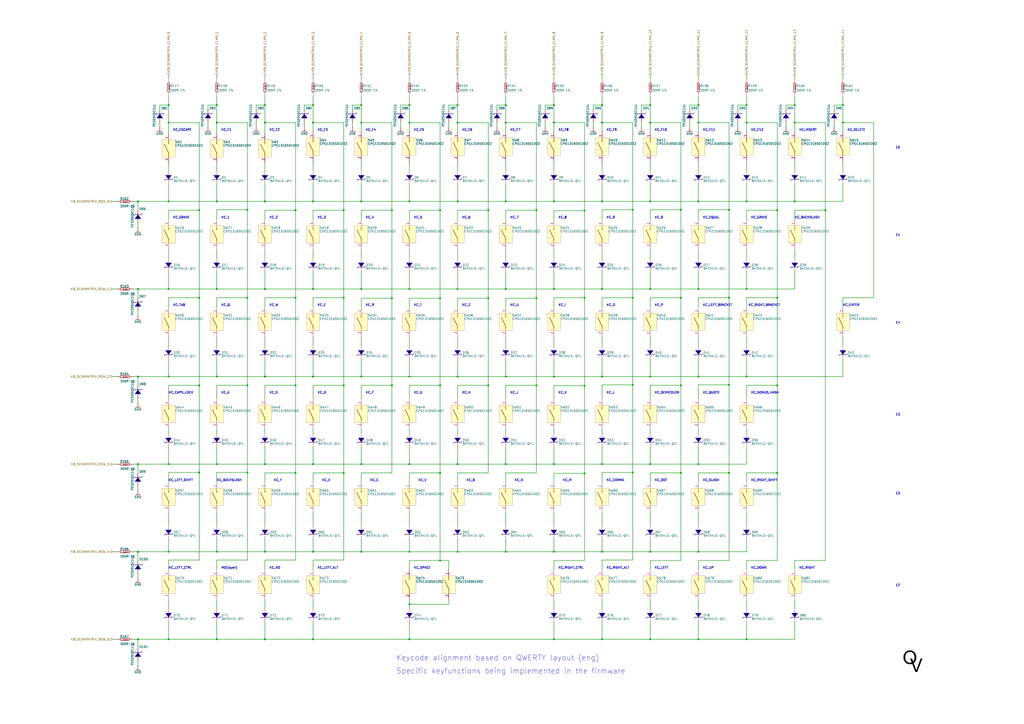
<source format=kicad_sch>
(kicad_sch (version 20231120) (generator "eeschema") (generator_version "8.0")
  (paper "A2")
  (title_block (title "Keymatrix_switches") (date "2024-03-13") (rev "02") (company " OV-Tech"))
  (junction (at 349.25 116.84))
  (junction (at 97.79 116.84))
  (junction (at 115.57 223.52))
  (junction (at 97.79 218.44))
  (junction (at 265.43 60.96))
  (junction (at 237.49 370.84))
  (junction (at 461.01 71.12))
  (junction (at 349.25 167.64))
  (junction (at 478.79 121.92))
  (junction (at 488.95 60.96))
  (junction (at 293.37 218.44))
  (junction (at 143.51 172.72))
  (junction (at 125.73 370.84))
  (junction (at 125.73 320.04))
  (junction (at 377.19 218.44))
  (junction (at 237.49 71.12))
  (junction (at 199.39 121.92))
  (junction (at 199.39 274.32))
  (junction (at 237.49 218.44))
  (junction (at 283.21 172.974))
  (junction (at 265.43 116.84))
  (junction (at 377.19 320.04))
  (junction (at 97.79 71.12))
  (junction (at 311.15 172.974))
  (junction (at 209.55 218.44))
  (junction (at 405.13 60.96))
  (junction (at 349.25 320.04))
  (junction (at 321.31 218.44))
  (junction (at 153.67 116.84))
  (junction (at 433.07 116.84))
  (junction (at 125.73 116.84))
  (junction (at 265.43 167.64))
  (junction (at 293.37 167.64))
  (junction (at 433.07 71.12))
  (junction (at 153.67 218.44))
  (junction (at 255.27 325.12))
  (junction (at 125.73 71.12))
  (junction (at 293.37 269.24))
  (junction (at 255.27 172.974))
  (junction (at 80.01 269.24))
  (junction (at 97.79 167.64))
  (junction (at 450.85 274.32))
  (junction (at 209.55 167.64))
  (junction (at 80.01 370.84))
  (junction (at 181.61 218.44))
  (junction (at 227.33 172.974))
  (junction (at 450.85 223.52))
  (junction (at 349.25 269.24))
  (junction (at 181.61 269.24))
  (junction (at 153.67 370.84))
  (junction (at 339.09 274.574))
  (junction (at 367.03 274.066))
  (junction (at 153.67 269.24))
  (junction (at 367.03 121.666))
  (junction (at 450.85 172.72))
  (junction (at 171.45 172.72))
  (junction (at 377.19 116.84))
  (junction (at 265.43 218.44))
  (junction (at 153.67 71.12))
  (junction (at 171.45 274.32))
  (junction (at 209.55 269.24))
  (junction (at 80.01 167.64))
  (junction (at 237.49 269.24))
  (junction (at 153.67 167.64))
  (junction (at 311.15 223.52))
  (junction (at 450.85 121.92))
  (junction (at 367.03 223.266))
  (junction (at 80.01 116.84))
  (junction (at 405.13 116.84))
  (junction (at 461.01 60.96))
  (junction (at 255.27 223.52))
  (junction (at 237.49 60.96))
  (junction (at 293.37 60.96))
  (junction (at 422.91 223.266))
  (junction (at 255.27 274.32))
  (junction (at 405.13 167.64))
  (junction (at 321.31 116.84))
  (junction (at 265.43 320.04))
  (junction (at 237.49 116.84))
  (junction (at 377.19 167.64))
  (junction (at 97.79 320.04))
  (junction (at 181.61 320.04))
  (junction (at 143.51 274.066))
  (junction (at 349.25 218.44))
  (junction (at 181.61 167.64))
  (junction (at 227.33 223.52))
  (junction (at 97.79 269.24))
  (junction (at 237.49 320.04))
  (junction (at 488.95 71.12))
  (junction (at 321.31 320.04))
  (junction (at 377.19 60.96))
  (junction (at 115.57 172.72))
  (junction (at 97.79 370.84))
  (junction (at 171.45 121.92))
  (junction (at 422.91 121.666))
  (junction (at 237.49 167.64))
  (junction (at 349.25 370.84))
  (junction (at 433.07 167.64))
  (junction (at 255.27 121.92))
  (junction (at 80.01 218.44))
  (junction (at 125.73 269.24))
  (junction (at 293.37 320.04))
  (junction (at 209.55 116.84))
  (junction (at 153.67 320.04))
  (junction (at 115.57 274.066))
  (junction (at 433.07 60.96))
  (junction (at 349.25 60.96))
  (junction (at 199.39 223.52))
  (junction (at 171.45 223.52))
  (junction (at 321.31 269.24))
  (junction (at 283.21 223.52))
  (junction (at 125.73 218.44))
  (junction (at 321.31 370.84))
  (junction (at 181.61 370.84))
  (junction (at 461.01 116.84))
  (junction (at 181.61 116.84))
  (junction (at 394.97 223.52))
  (junction (at 377.19 269.24))
  (junction (at 293.37 116.84))
  (junction (at 321.31 167.64))
  (junction (at 125.73 167.64))
  (junction (at 321.31 60.96))
  (junction (at 181.61 60.96))
  (junction (at 143.51 223.52))
  (junction (at 265.43 269.24))
  (junction (at 377.19 370.84))
  (junction (at 293.37 71.12))
  (junction (at 433.07 370.84))
  (junction (at 394.97 121.666))
  (junction (at 367.03 172.72))
  (junction (at 405.13 218.44))
  (junction (at 394.97 172.72))
  (junction (at 339.09 172.72))
  (junction (at 394.97 274.32))
  (junction (at 405.13 269.24))
  (junction (at 311.15 121.92))
  (junction (at 283.21 121.92))
  (junction (at 209.55 60.96))
  (junction (at 209.55 71.12))
  (junction (at 405.13 370.84))
  (junction (at 405.13 320.04))
  (junction (at 199.39 172.72))
  (junction (at 80.01 320.04))
  (junction (at 349.25 71.12))
  (junction (at 209.55 320.04))
  (junction (at 433.07 218.44))
  (junction (at 377.19 71.12))
  (junction (at 115.57 121.92))
  (junction (at 339.09 223.774))
  (junction (at 405.13 71.12))
  (junction (at 227.33 121.92))
  (junction (at 422.91 274.32))
  (junction (at 125.73 60.96))
  (junction (at 321.31 71.12))
  (junction (at 339.09 122.174))
  (junction (at 97.79 60.96))
  (junction (at 143.51 121.666))
  (junction (at 181.61 71.12))
  (junction (at 422.91 172.72))
  (junction (at 153.67 60.96))
  (junction (at 237.49 350.52))
  (junction (at 265.43 71.12))
  (wire (pts (xy 80.01 231.14) (xy 80.01 233.68)) (stroke (width 0.254)))
  (wire (pts (xy 125.73 71.12) (xy 143.51 71.12)) (stroke (width 0.254)))
  (wire (pts (xy 288.29 71.12) (xy 288.29 73.66)) (stroke (width 0.254)))
  (wire (pts (xy 237.49 121.92) (xy 237.49 127)) (stroke (width 0.254)))
  (wire (pts (xy 433.07 297.18) (xy 433.07 304.8)) (stroke (width 0.254)))
  (wire (pts (xy 405.13 99.06) (xy 405.13 93.98)) (stroke (width 0.254)))
  (wire (pts (xy 153.67 45.72) (xy 153.67 43.18)) (stroke (width 0.254)))
  (wire (pts (xy 181.61 157.48) (xy 181.61 167.64)) (stroke (width 0.254)))
  (wire (pts (xy 181.61 269.24) (xy 153.67 269.24)) (stroke (width 0.254)))
  (wire (pts (xy 433.07 208.28) (xy 433.07 218.44)) (stroke (width 0.254)))
  (wire (pts (xy 321.31 122.174) (xy 321.31 127)) (stroke (width 0.254)))
  (wire (pts (xy 377.19 167.64) (xy 405.13 167.64)) (stroke (width 0.254)))
  (wire (pts (xy 265.43 172.974) (xy 283.21 172.974)) (stroke (width 0.254)))
  (wire (pts (xy 349.25 218.44) (xy 377.19 218.44)) (stroke (width 0.254)))
  (wire (pts (xy 153.67 94.996) (xy 153.67 99.06)) (stroke (width 0.254)))
  (wire (pts (xy 148.59 71.12) (xy 148.59 73.66)) (stroke (width 0.254)))
  (wire (pts (xy 427.99 71.12) (xy 427.99 73.66)) (stroke (width 0.254)))
  (wire (pts (xy 237.49 172.974) (xy 255.27 172.974)) (stroke (width 0.254)))
  (wire (pts (xy 506.73 71.12) (xy 488.95 71.12)) (stroke (width 0.254)))
  (wire (pts (xy 349.25 45.72) (xy 349.25 43.18)) (stroke (width 0.254)))
  (wire (pts (xy 377.19 45.72) (xy 377.19 43.18)) (stroke (width 0.254)))
  (wire (pts (xy 181.61 279.4) (xy 181.61 274.32)) (stroke (width 0.254)))
  (wire (pts (xy 450.85 325.12) (xy 450.85 274.32)) (stroke (width 0.254)))
  (wire (pts (xy 181.61 320.04) (xy 209.55 320.04)) (stroke (width 0.254)))
  (wire (pts (xy 349.25 71.12) (xy 349.25 60.96)) (stroke (width 0.254)))
  (wire (pts (xy 115.57 121.92) (xy 115.57 71.12)) (stroke (width 0.254)))
  (wire (pts (xy 209.55 60.96) (xy 204.47 60.96)) (stroke (width 0.254)))
  (wire (pts (xy 153.67 248.92) (xy 153.67 251.46)) (stroke (width 0.254)))
  (wire (pts (xy 321.31 279.4) (xy 321.31 274.574)) (stroke (width 0.254)))
  (wire (pts (xy 125.73 116.84) (xy 125.73 106.68)) (stroke (width 0.254)))
  (wire (pts (xy 125.73 248.92) (xy 125.73 251.46)) (stroke (width 0.254)))
  (wire (pts (xy 232.41 71.12) (xy 232.41 73.66)) (stroke (width 0.254)))
  (wire (pts (xy 321.31 297.18) (xy 321.31 304.8)) (stroke (width 0.254)))
  (wire (pts (xy 339.09 71.12) (xy 339.09 122.174)) (stroke (width 0.254)))
  (wire (pts (xy 349.25 312.42) (xy 349.25 320.04)) (stroke (width 0.254)))
  (wire (pts (xy 148.59 60.96) (xy 148.59 63.5)) (stroke (width 0.254)))
  (wire (pts (xy 77.47 320.04) (xy 80.01 320.04)) (stroke (width 0.254)))
  (wire (pts (xy 433.07 71.12) (xy 450.85 71.12)) (stroke (width 0.254)))
  (wire (pts (xy 311.15 71.12) (xy 311.15 121.92)) (stroke (width 0.254)))
  (wire (pts (xy 427.99 60.96) (xy 427.99 63.5)) (stroke (width 0.254)))
  (wire (pts (xy 181.61 324.866) (xy 199.39 324.866)) (stroke (width 0.254)))
  (wire (pts (xy 488.95 60.96) (xy 488.95 55.88)) (stroke (width 0.254)))
  (wire (pts (xy 181.61 248.92) (xy 181.61 251.46)) (stroke (width 0.254)))
  (wire (pts (xy 283.21 172.974) (xy 283.21 223.52)) (stroke (width 0.254)))
  (wire (pts (xy 349.25 116.84) (xy 349.25 106.68)) (stroke (width 0.254)))
  (wire (pts (xy 377.19 116.84) (xy 377.19 106.68)) (stroke (width 0.254)))
  (wire (pts (xy 311.15 172.974) (xy 311.15 223.52)) (stroke (width 0.254)))
  (wire (pts (xy 433.07 223.52) (xy 433.07 231.14)) (stroke (width 0.254)))
  (wire (pts (xy 488.95 71.12) (xy 488.95 60.96)) (stroke (width 0.254)))
  (wire (pts (xy 125.73 71.12) (xy 125.73 60.96)) (stroke (width 0.254)))
  (wire (pts (xy 125.73 370.84) (xy 97.79 370.84)) (stroke (width 0.254)))
  (wire (pts (xy 367.03 172.72) (xy 367.03 121.666)) (stroke (width 0.254)))
  (wire (pts (xy 450.85 71.12) (xy 450.85 121.92)) (stroke (width 0.254)))
  (wire (pts (xy 209.55 269.24) (xy 181.61 269.24)) (stroke (width 0.254)))
  (wire (pts (xy 120.65 60.96) (xy 120.65 63.5)) (stroke (width 0.254)))
  (wire (pts (xy 125.73 347.98) (xy 125.73 353.06)) (stroke (width 0.254)))
  (wire (pts (xy 461.01 71.12) (xy 461.01 76.2)) (stroke (width 0.254)))
  (wire (pts (xy 115.57 274.066) (xy 115.57 324.866)) (stroke (width 0.254)))
  (wire (pts (xy 506.73 172.72) (xy 506.73 71.12)) (stroke (width 0.254)))
  (wire (pts (xy 153.67 324.866) (xy 171.45 324.866)) (stroke (width 0.254)))
  (wire (pts (xy 422.91 325.12) (xy 405.13 325.12)) (stroke (width 0.254)))
  (wire (pts (xy 115.57 223.52) (xy 115.57 172.72)) (stroke (width 0.254)))
  (wire (pts (xy 321.31 60.96) (xy 321.31 71.12)) (stroke (width 0.254)))
  (wire (pts (xy 433.07 60.96) (xy 427.99 60.96)) (stroke (width 0.254)))
  (wire (pts (xy 237.49 167.64) (xy 265.43 167.64)) (stroke (width 0.254)))
  (wire (pts (xy 377.19 60.96) (xy 372.11 60.96)) (stroke (width 0.254)))
  (wire (pts (xy 349.25 347.98) (xy 349.25 353.06)) (stroke (width 0.254)))
  (wire (pts (xy 293.37 167.64) (xy 321.31 167.64)) (stroke (width 0.254)))
  (wire (pts (xy 97.79 157.48) (xy 97.79 167.64)) (stroke (width 0.254)))
  (wire (pts (xy 394.97 121.666) (xy 377.19 121.666)) (stroke (width 0.254)))
  (wire (pts (xy 293.37 269.24) (xy 321.31 269.24)) (stroke (width 0.254)))
  (wire (pts (xy 293.37 297.18) (xy 293.37 304.8)) (stroke (width 0.254)))
  (wire (pts (xy 153.67 218.44) (xy 125.73 218.44)) (stroke (width 0.254)))
  (wire (pts (xy 265.43 116.84) (xy 237.49 116.84)) (stroke (width 0.254)))
  (wire (pts (xy 339.09 172.72) (xy 339.09 223.774)) (stroke (width 0.254)))
  (wire (pts (xy 339.09 223.774) (xy 321.31 223.774)) (stroke (width 0.254)))
  (wire (pts (xy 125.73 177.8) (xy 125.73 172.72)) (stroke (width 0.254)))
  (wire (pts (xy 237.49 347.98) (xy 237.49 350.52)) (stroke (width 0.254)))
  (wire (pts (xy 488.95 116.84) (xy 488.95 106.68)) (stroke (width 0.254)))
  (wire (pts (xy 209.55 223.52) (xy 209.55 231.14)) (stroke (width 0.254)))
  (wire (pts (xy 293.37 312.42) (xy 293.37 320.04)) (stroke (width 0.254)))
  (wire (pts (xy 488.95 99.06) (xy 488.95 93.98)) (stroke (width 0.254)))
  (wire (pts (xy 209.55 320.04) (xy 237.49 320.04)) (stroke (width 0.254)))
  (wire (pts (xy 97.79 223.52) (xy 115.57 223.52)) (stroke (width 0.254)))
  (wire (pts (xy 311.15 274.32) (xy 311.15 223.52)) (stroke (width 0.254)))
  (wire (pts (xy 199.39 71.12) (xy 199.39 121.92)) (stroke (width 0.254)))
  (wire (pts (xy 181.61 60.96) (xy 176.53 60.96)) (stroke (width 0.254)))
  (wire (pts (xy 433.07 370.84) (xy 461.01 370.84)) (stroke (width 0.254)))
  (wire (pts (xy 97.79 60.96) (xy 92.71 60.96)) (stroke (width 0.254)))
  (wire (pts (xy 265.43 208.28) (xy 265.43 218.44)) (stroke (width 0.254)))
  (wire (pts (xy 349.25 121.666) (xy 349.25 127)) (stroke (width 0.254)))
  (wire (pts (xy 176.53 71.12) (xy 176.53 73.66)) (stroke (width 0.254)))
  (wire (pts (xy 293.37 144.78) (xy 293.37 149.86)) (stroke (width 0.254)))
  (wire (pts (xy 181.61 195.58) (xy 181.61 200.66)) (stroke (width 0.254)))
  (wire (pts (xy 153.67 71.12) (xy 153.67 77.216)) (stroke (width 0.254)))
  (wire (pts (xy 153.67 279.4) (xy 153.67 274.32)) (stroke (width 0.254)))
  (wire (pts (xy 125.73 274.066) (xy 143.51 274.066)) (stroke (width 0.254)))
  (wire (pts (xy 77.47 370.84) (xy 80.01 370.84)) (stroke (width 0.254)))
  (wire (pts (xy 125.73 208.28) (xy 125.73 218.44)) (stroke (width 0.254)))
  (wire (pts (xy 377.19 71.12) (xy 377.19 76.2)) (stroke (width 0.254)))
  (wire (pts (xy 433.07 157.48) (xy 433.07 167.64)) (stroke (width 0.254)))
  (wire (pts (xy 181.61 274.32) (xy 199.39 274.32)) (stroke (width 0.254)))
  (wire (pts (xy 143.51 121.666) (xy 125.73 121.666)) (stroke (width 0.254)))
  (wire (pts (xy 115.57 71.12) (xy 97.79 71.12)) (stroke (width 0.254)))
  (wire (pts (xy 321.31 269.24) (xy 349.25 269.24)) (stroke (width 0.254)))
  (wire (pts (xy 344.17 60.96) (xy 344.17 63.5)) (stroke (width 0.254)))
  (wire (pts (xy 97.79 269.24) (xy 80.01 269.24)) (stroke (width 0.254)))
  (wire (pts (xy 153.67 269.24) (xy 125.73 269.24)) (stroke (width 0.254)))
  (wire (pts (xy 97.79 208.28) (xy 97.79 218.44)) (stroke (width 0.254)))
  (wire (pts (xy 293.37 279.4) (xy 293.37 274.32)) (stroke (width 0.254)))
  (wire (pts (xy 125.73 116.84) (xy 97.79 116.84)) (stroke (width 0.254)))
  (wire (pts (xy 321.31 360.68) (xy 321.31 370.84)) (stroke (width 0.254)))
  (wire (pts (xy 321.31 106.68) (xy 321.31 116.84)) (stroke (width 0.254)))
  (wire (pts (xy 339.09 274.574) (xy 339.09 325.12)) (stroke (width 0.254)))
  (wire (pts (xy 97.79 347.98) (xy 97.79 353.06)) (stroke (width 0.254)))
  (wire (pts (xy 209.55 218.44) (xy 237.49 218.44)) (stroke (width 0.254)))
  (wire (pts (xy 394.97 274.32) (xy 394.97 325.12)) (stroke (width 0.254)))
  (wire (pts (xy 461.01 167.64) (xy 461.01 157.48)) (stroke (width 0.254)))
  (wire (pts (xy 209.55 269.24) (xy 237.49 269.24)) (stroke (width 0.254)))
  (wire (pts (xy 125.73 223.52) (xy 125.73 231.14)) (stroke (width 0.254)))
  (wire (pts (xy 377.19 347.98) (xy 377.19 353.06)) (stroke (width 0.254)))
  (wire (pts (xy 125.73 94.996) (xy 125.73 99.06)) (stroke (width 0.254)))
  (wire (pts (xy 321.31 370.84) (xy 349.25 370.84)) (stroke (width 0.254)))
  (wire (pts (xy 321.31 60.96) (xy 316.23 60.96)) (stroke (width 0.254)))
  (wire (pts (xy 377.19 71.12) (xy 377.19 60.96)) (stroke (width 0.254)))
  (wire (pts (xy 153.67 167.64) (xy 181.61 167.64)) (stroke (width 0.254)))
  (wire (pts (xy 394.97 223.52) (xy 377.19 223.52)) (stroke (width 0.254)))
  (wire (pts (xy 377.19 297.18) (xy 377.19 304.8)) (stroke (width 0.254)))
  (wire (pts (xy 265.43 274.32) (xy 283.21 274.32)) (stroke (width 0.254)))
  (wire (pts (xy 422.91 172.72) (xy 422.91 223.266)) (stroke (width 0.254)))
  (wire (pts (xy 204.47 71.12) (xy 204.47 73.66)) (stroke (width 0.254)))
  (wire (pts (xy 209.55 121.92) (xy 209.55 127)) (stroke (width 0.254)))
  (wire (pts (xy 237.49 370.84) (xy 237.49 360.68)) (stroke (width 0.254)))
  (wire (pts (xy 80.01 383.54) (xy 80.01 386.08)) (stroke (width 0.254)))
  (wire (pts (xy 237.49 157.48) (xy 237.49 167.64)) (stroke (width 0.254)))
  (wire (pts (xy 405.13 274.32) (xy 422.91 274.32)) (stroke (width 0.254)))
  (wire (pts (xy 237.49 195.58) (xy 237.49 200.66)) (stroke (width 0.254)))
  (wire (pts (xy 394.97 172.72) (xy 394.97 121.666)) (stroke (width 0.254)))
  (wire (pts (xy 461.01 370.84) (xy 461.01 360.68)) (stroke (width 0.254)))
  (wire (pts (xy 349.25 144.78) (xy 349.25 149.86)) (stroke (width 0.254)))
  (wire (pts (xy 377.19 274.32) (xy 394.97 274.32)) (stroke (width 0.254)))
  (wire (pts (xy 80.01 172.72) (xy 80.01 167.64)) (stroke (width 0.254)))
  (wire (pts (xy 181.61 312.42) (xy 181.61 320.04)) (stroke (width 0.254)))
  (wire (pts (xy 377.19 360.68) (xy 377.19 370.84)) (stroke (width 0.254)))
  (wire (pts (xy 77.47 218.44) (xy 80.01 218.44)) (stroke (width 0.254)))
  (wire (pts (xy 433.07 76.2) (xy 433.07 71.12)) (stroke (width 0.254)))
  (wire (pts (xy 209.55 172.974) (xy 227.33 172.974)) (stroke (width 0.254)))
  (wire (pts (xy 265.43 45.72) (xy 265.43 43.18)) (stroke (width 0.254)))
  (wire (pts (xy 181.61 116.84) (xy 153.67 116.84)) (stroke (width 0.254)))
  (wire (pts (xy 349.25 324.866) (xy 367.03 324.866)) (stroke (width 0.254)))
  (wire (pts (xy 199.39 274.32) (xy 199.39 223.52)) (stroke (width 0.254)))
  (wire (pts (xy 433.07 93.98) (xy 433.07 99.06)) (stroke (width 0.254)))
  (wire (pts (xy 450.85 274.32) (xy 450.85 223.52)) (stroke (width 0.254)))
  (wire (pts (xy 125.73 269.24) (xy 97.79 269.24)) (stroke (width 0.254)))
  (wire (pts (xy 97.79 320.04) (xy 125.73 320.04)) (stroke (width 0.254)))
  (wire (pts (xy 97.79 60.96) (xy 97.79 55.88)) (stroke (width 0.254)))
  (wire (pts (xy 321.31 71.12) (xy 321.31 76.2)) (stroke (width 0.254)))
  (wire (pts (xy 153.67 60.96) (xy 148.59 60.96)) (stroke (width 0.254)))
  (wire (pts (xy 349.25 208.28) (xy 349.25 218.44)) (stroke (width 0.254)))
  (wire (pts (xy 115.57 324.866) (xy 97.79 324.866)) (stroke (width 0.254)))
  (wire (pts (xy 455.93 71.12) (xy 455.93 73.66)) (stroke (width 0.254)))
  (wire (pts (xy 209.55 60.96) (xy 209.55 55.88)) (stroke (width 0.254)))
  (wire (pts (xy 405.13 55.88) (xy 405.13 60.96)) (stroke (width 0.254)))
  (wire (pts (xy 405.13 177.8) (xy 405.13 172.72)) (stroke (width 0.254)))
  (wire (pts (xy 433.07 195.58) (xy 433.07 200.66)) (stroke (width 0.254)))
  (wire (pts (xy 125.73 312.42) (xy 125.73 320.04)) (stroke (width 0.254)))
  (wire (pts (xy 321.31 274.574) (xy 339.09 274.574)) (stroke (width 0.254)))
  (wire (pts (xy 125.73 167.64) (xy 153.67 167.64)) (stroke (width 0.254)))
  (wire (pts (xy 237.49 71.12) (xy 237.49 60.96)) (stroke (width 0.254)))
  (wire (pts (xy 181.61 347.98) (xy 181.61 353.06)) (stroke (width 0.254)))
  (wire (pts (xy 321.31 55.88) (xy 321.31 60.96)) (stroke (width 0.254)))
  (wire (pts (xy 293.37 195.58) (xy 293.37 200.66)) (stroke (width 0.254)))
  (wire (pts (xy 237.49 76.2) (xy 237.49 71.12)) (stroke (width 0.254)))
  (wire (pts (xy 265.43 312.42) (xy 265.43 320.04)) (stroke (width 0.254)))
  (wire (pts (xy 394.97 223.52) (xy 394.97 274.32)) (stroke (width 0.254)))
  (wire (pts (xy 321.31 218.44) (xy 321.31 208.28)) (stroke (width 0.254)))
  (wire (pts (xy 260.35 60.96) (xy 260.35 63.5)) (stroke (width 0.254)))
  (wire (pts (xy 321.31 312.42) (xy 321.31 320.04)) (stroke (width 0.254)))
  (wire (pts (xy 461.01 116.84) (xy 488.95 116.84)) (stroke (width 0.254)))
  (wire (pts (xy -718.82 -144.526) (xy -662.94 -144.526)) (stroke (width 0.254)))
  (wire (pts (xy 199.39 324.866) (xy 199.39 274.32)) (stroke (width 0.254)))
  (wire (pts (xy 237.49 325.12) (xy 237.49 330.2)) (stroke (width 0.254)))
  (wire (pts (xy 455.93 60.96) (xy 455.93 63.5)) (stroke (width 0.254)))
  (wire (pts (xy 339.09 274.574) (xy 339.09 223.774)) (stroke (width 0.254)))
  (wire (pts (xy 125.73 77.216) (xy 125.73 71.12)) (stroke (width 0.254)))
  (wire (pts (xy 316.23 71.12) (xy 316.23 73.66)) (stroke (width 0.254)))
  (wire (pts (xy 120.65 71.12) (xy 120.65 73.66)) (stroke (width 0.254)))
  (wire (pts (xy 80.01 370.84) (xy 97.79 370.84)) (stroke (width 0.254)))
  (wire (pts (xy 405.13 347.98) (xy 405.13 353.06)) (stroke (width 0.254)))
  (wire (pts (xy 237.49 60.96) (xy 237.49 55.88)) (stroke (width 0.254)))
  (wire (pts (xy 405.13 218.44) (xy 405.13 208.28)) (stroke (width 0.254)))
  (wire (pts (xy 153.67 121.92) (xy 171.45 121.92)) (stroke (width 0.254)))
  (wire (pts (xy 237.49 320.04) (xy 265.43 320.04)) (stroke (width 0.254)))
  (wire (pts (xy 349.25 320.04) (xy 377.19 320.04)) (stroke (width 0.254)))
  (wire (pts (xy 377.19 320.04) (xy 405.13 320.04)) (stroke (width 0.254)))
  (wire (pts (xy 349.25 259.08) (xy 349.25 269.24)) (stroke (width 0.254)))
  (wire (pts (xy 461.01 144.78) (xy 461.01 149.86)) (stroke (width 0.254)))
  (wire (pts (xy 405.13 71.12) (xy 405.13 76.2)) (stroke (width 0.254)))
  (wire (pts (xy 153.67 297.18) (xy 153.67 304.8)) (stroke (width 0.254)))
  (wire (pts (xy 433.07 269.24) (xy 433.07 259.08)) (stroke (width 0.254)))
  (wire (pts (xy 433.07 116.84) (xy 433.07 106.68)) (stroke (width 0.254)))
  (wire (pts (xy 321.31 116.84) (xy 293.37 116.84)) (stroke (width 0.254)))
  (wire (pts (xy 321.31 218.44) (xy 349.25 218.44)) (stroke (width 0.254)))
  (wire (pts (xy 80.01 281.94) (xy 80.01 284.48)) (stroke (width 0.254)))
  (wire (pts (xy 227.33 71.12) (xy 209.55 71.12)) (stroke (width 0.254)))
  (wire (pts (xy 181.61 177.8) (xy 181.61 172.72)) (stroke (width 0.254)))
  (wire (pts (xy 349.25 370.84) (xy 349.25 360.68)) (stroke (width 0.254)))
  (wire (pts (xy 237.49 269.24) (xy 265.43 269.24)) (stroke (width 0.254)))
  (wire (pts (xy 321.31 248.92) (xy 321.31 251.46)) (stroke (width 0.254)))
  (wire (pts (xy 97.79 172.72) (xy 115.57 172.72)) (stroke (width 0.254)))
  (wire (pts (xy 237.49 259.08) (xy 237.49 269.24)) (stroke (width 0.254)))
  (wire (pts (xy 265.43 297.18) (xy 265.43 304.8)) (stroke (width 0.254)))
  (wire (pts (xy 181.61 121.92) (xy 199.39 121.92)) (stroke (width 0.254)))
  (wire (pts (xy 405.13 360.68) (xy 405.13 370.84)) (stroke (width 0.254)))
  (wire (pts (xy 377.19 121.666) (xy 377.19 127)) (stroke (width 0.254)))
  (wire (pts (xy 143.51 223.52) (xy 143.51 172.72)) (stroke (width 0.254)))
  (wire (pts (xy 265.43 116.84) (xy 265.43 106.68)) (stroke (width 0.254)))
  (wire (pts (xy 153.67 274.32) (xy 171.45 274.32)) (stroke (width 0.254)))
  (wire (pts (xy 97.79 297.18) (xy 97.79 304.8)) (stroke (width 0.254)))
  (wire (pts (xy 461.01 325.12) (xy 461.01 330.2)) (stroke (width 0.254)))
  (wire (pts (xy 461.01 45.72) (xy 461.01 43.18)) (stroke (width 0.254)))
  (wire (pts (xy 349.25 71.12) (xy 349.25 76.2)) (stroke (width 0.254)))
  (wire (pts (xy 405.13 218.44) (xy 433.07 218.44)) (stroke (width 0.254)))
  (wire (pts (xy 265.43 195.58) (xy 265.43 200.66)) (stroke (width 0.254)))
  (wire (pts (xy 97.79 274.066) (xy 115.57 274.066)) (stroke (width 0.254)))
  (wire (pts (xy 153.67 157.48) (xy 153.67 167.64)) (stroke (width 0.254)))
  (wire (pts (xy 349.25 167.64) (xy 377.19 167.64)) (stroke (width 0.254)))
  (wire (pts (xy 80.01 274.32) (xy 80.01 269.24)) (stroke (width 0.254)))
  (wire (pts (xy 488.95 60.96) (xy 483.87 60.96)) (stroke (width 0.254)))
  (wire (pts (xy 237.49 144.78) (xy 237.49 149.86)) (stroke (width 0.254)))
  (wire (pts (xy 97.79 106.68) (xy 97.79 116.84)) (stroke (width 0.254)))
  (wire (pts (xy 97.79 370.84) (xy 97.79 360.68)) (stroke (width 0.254)))
  (wire (pts (xy 255.27 172.974) (xy 255.27 121.92)) (stroke (width 0.254)))
  (wire (pts (xy 97.79 279.4) (xy 97.79 274.066)) (stroke (width 0.254)))
  (wire (pts (xy 64.922 370.84) (xy 67.31 370.84)) (stroke (width 0.254)))
  (wire (pts (xy 97.79 195.58) (xy 97.79 200.66)) (stroke (width 0.254)))
  (wire (pts (xy 405.13 312.42) (xy 405.13 320.04)) (stroke (width 0.254)))
  (wire (pts (xy 405.13 320.04) (xy 433.07 320.04)) (stroke (width 0.254)))
  (wire (pts (xy 176.53 60.96) (xy 176.53 63.5)) (stroke (width 0.254)))
  (wire (pts (xy 265.43 60.96) (xy 260.35 60.96)) (stroke (width 0.254)))
  (wire (pts (xy 97.79 218.44) (xy 80.01 218.44)) (stroke (width 0.254)))
  (wire (pts (xy 377.19 116.84) (xy 349.25 116.84)) (stroke (width 0.254)))
  (wire (pts (xy 405.13 172.72) (xy 422.91 172.72)) (stroke (width 0.254)))
  (wire (pts (xy 97.79 231.14) (xy 97.79 223.52)) (stroke (width 0.254)))
  (wire (pts (xy 181.61 208.28) (xy 181.61 218.44)) (stroke (width 0.254)))
  (wire (pts (xy 171.45 172.72) (xy 153.67 172.72)) (stroke (width 0.254)))
  (wire (pts (xy 377.19 312.42) (xy 377.19 320.04)) (stroke (width 0.254)))
  (wire (pts (xy 204.47 60.96) (xy 204.47 63.5)) (stroke (width 0.254)))
  (wire (pts (xy 143.51 274.066) (xy 143.51 324.866)) (stroke (width 0.254)))
  (wire (pts (xy 115.57 274.066) (xy 115.57 223.52)) (stroke (width 0.254)))
  (wire (pts (xy 488.95 76.2) (xy 488.95 71.12)) (stroke (width 0.254)))
  (wire (pts (xy 227.33 223.52) (xy 227.33 172.974)) (stroke (width 0.254)))
  (wire (pts (xy 461.01 60.96) (xy 455.93 60.96)) (stroke (width 0.254)))
  (wire (pts (xy 321.31 269.24) (xy 321.31 259.08)) (stroke (width 0.254)))
  (wire (pts (xy 372.11 60.96) (xy 372.11 63.5)) (stroke (width 0.254)))
  (wire (pts (xy 321.31 167.64) (xy 349.25 167.64)) (stroke (width 0.254)))
  (wire (pts (xy 153.67 259.08) (xy 153.67 269.24)) (stroke (width 0.254)))
  (wire (pts (xy 209.55 157.48) (xy 209.55 167.64)) (stroke (width 0.254)))
  (wire (pts (xy 293.37 116.84) (xy 265.43 116.84)) (stroke (width 0.254)))
  (wire (pts (xy 209.55 45.72) (xy 209.55 43.18)) (stroke (width 0.254)))
  (wire (pts (xy 478.79 71.12) (xy 461.01 71.12)) (stroke (width 0.254)))
  (wire (pts (xy 209.55 320.04) (xy 209.55 312.42)) (stroke (width 0.254)))
  (wire (pts (xy 77.47 269.24) (xy 80.01 269.24)) (stroke (width 0.254)))
  (wire (pts (xy 349.25 60.96) (xy 349.25 55.88)) (stroke (width 0.254)))
  (wire (pts (xy 349.25 248.92) (xy 349.25 251.46)) (stroke (width 0.254)))
  (wire (pts (xy 433.07 45.72) (xy 433.07 43.18)) (stroke (width 0.254)))
  (wire (pts (xy 153.67 370.84) (xy 125.73 370.84)) (stroke (width 0.254)))
  (wire (pts (xy 265.43 320.04) (xy 293.37 320.04)) (stroke (width 0.254)))
  (wire (pts (xy 400.05 71.12) (xy 400.05 73.66)) (stroke (width 0.254)))
  (wire (pts (xy 394.97 71.12) (xy 377.19 71.12)) (stroke (width 0.254)))
  (wire (pts (xy 80.01 332.74) (xy 80.01 335.28)) (stroke (width 0.254)))
  (wire (pts (xy 349.25 269.24) (xy 377.19 269.24)) (stroke (width 0.254)))
  (wire (pts (xy 377.19 223.52) (xy 377.19 231.14)) (stroke (width 0.254)))
  (wire (pts (xy 80.01 223.52) (xy 80.01 218.44)) (stroke (width 0.254)))
  (wire (pts (xy 125.73 297.18) (xy 125.73 304.8)) (stroke (width 0.254)))
  (wire (pts (xy 237.49 248.92) (xy 237.49 251.46)) (stroke (width 0.254)))
  (wire (pts (xy 293.37 116.84) (xy 293.37 106.68)) (stroke (width 0.254)))
  (wire (pts (xy 321.31 144.78) (xy 321.31 149.86)) (stroke (width 0.254)))
  (wire (pts (xy 293.37 218.44) (xy 321.31 218.44)) (stroke (width 0.254)))
  (wire (pts (xy 339.09 122.174) (xy 339.09 172.72)) (stroke (width 0.254)))
  (wire (pts (xy 349.25 370.84) (xy 377.19 370.84)) (stroke (width 0.254)))
  (wire (pts (xy 321.31 347.98) (xy 321.31 353.06)) (stroke (width 0.254)))
  (wire (pts (xy 433.07 60.96) (xy 433.07 71.12)) (stroke (width 0.254)))
  (wire (pts (xy 488.95 195.58) (xy 488.95 200.66)) (stroke (width 0.254)))
  (wire (pts (xy 377.19 370.84) (xy 405.13 370.84)) (stroke (width 0.254)))
  (wire (pts (xy 125.73 195.58) (xy 125.73 200.66)) (stroke (width 0.254)))
  (wire (pts (xy 209.55 76.2) (xy 209.55 71.12)) (stroke (width 0.254)))
  (wire (pts (xy 283.21 274.32) (xy 283.21 223.52)) (stroke (width 0.254)))
  (wire (pts (xy 209.55 218.44) (xy 209.55 208.28)) (stroke (width 0.254)))
  (wire (pts (xy 64.922 218.44) (xy 67.31 218.44)) (stroke (width 0.254)))
  (wire (pts (xy 125.73 320.04) (xy 153.67 320.04)) (stroke (width 0.254)))
  (wire (pts (xy 349.25 157.48) (xy 349.25 167.64)) (stroke (width 0.254)))
  (wire (pts (xy 461.01 71.12) (xy 461.01 60.96)) (stroke (width 0.254)))
  (wire (pts (xy 209.55 106.68) (xy 209.55 116.84)) (stroke (width 0.254)))
  (wire (pts (xy 461.01 347.98) (xy 461.01 353.06)) (stroke (width 0.254)))
  (wire (pts (xy 97.79 259.08) (xy 97.79 269.24)) (stroke (width 0.254)))
  (wire (pts (xy 209.55 167.64) (xy 237.49 167.64)) (stroke (width 0.254)))
  (wire (pts (xy 237.49 60.96) (xy 232.41 60.96)) (stroke (width 0.254)))
  (wire (pts (xy 433.07 274.32) (xy 450.85 274.32)) (stroke (width 0.254)))
  (wire (pts (xy 209.55 297.18) (xy 209.55 304.8)) (stroke (width 0.254)))
  (wire (pts (xy 288.29 60.96) (xy 288.29 63.5)) (stroke (width 0.254)))
  (wire (pts (xy 209.55 144.78) (xy 209.55 149.86)) (stroke (width 0.254)))
  (wire (pts (xy 321.31 195.58) (xy 321.31 200.66)) (stroke (width 0.254)))
  (wire (pts (xy 125.73 218.44) (xy 97.79 218.44)) (stroke (width 0.254)))
  (wire (pts (xy 97.79 116.84) (xy 80.01 116.84)) (stroke (width 0.254)))
  (wire (pts (xy 349.25 177.8) (xy 349.25 172.72)) (stroke (width 0.254)))
  (wire (pts (xy 461.01 60.96) (xy 461.01 55.88)) (stroke (width 0.254)))
  (wire (pts (xy 227.33 274.32) (xy 227.33 223.52)) (stroke (width 0.254)))
  (wire (pts (xy 293.37 172.974) (xy 311.15 172.974)) (stroke (width 0.254)))
  (wire (pts (xy 265.43 167.64) (xy 293.37 167.64)) (stroke (width 0.254)))
  (wire (pts (xy 311.15 121.92) (xy 293.37 121.92)) (stroke (width 0.254)))
  (wire (pts (xy 92.71 60.96) (xy 92.71 63.5)) (stroke (width 0.254)))
  (wire (pts (xy 377.19 248.92) (xy 377.19 251.46)) (stroke (width 0.254)))
  (wire (pts (xy 255.27 223.52) (xy 255.27 172.974)) (stroke (width 0.254)))
  (wire (pts (xy 64.922 116.84) (xy 67.31 116.84)) (stroke (width 0.254)))
  (wire (pts (xy 181.61 76.2) (xy 181.61 71.12)) (stroke (width 0.254)))
  (wire (pts (xy 97.79 167.64) (xy 125.73 167.64)) (stroke (width 0.254)))
  (wire (pts (xy 181.61 330.2) (xy 181.61 324.866)) (stroke (width 0.254)))
  (wire (pts (xy 153.67 320.04) (xy 181.61 320.04)) (stroke (width 0.254)))
  (wire (pts (xy 153.67 116.84) (xy 125.73 116.84)) (stroke (width 0.254)))
  (wire (pts (xy 405.13 297.18) (xy 405.13 304.8)) (stroke (width 0.254)))
  (wire (pts (xy 433.07 177.8) (xy 433.07 172.72)) (stroke (width 0.254)))
  (wire (pts (xy 367.03 324.866) (xy 367.03 274.066)) (stroke (width 0.254)))
  (wire (pts (xy 377.19 279.4) (xy 377.19 274.32)) (stroke (width 0.254)))
  (wire (pts (xy 377.19 116.84) (xy 405.13 116.84)) (stroke (width 0.254)))
  (wire (pts (xy 377.19 99.06) (xy 377.19 93.98)) (stroke (width 0.254)))
  (wire (pts (xy 209.55 93.98) (xy 209.55 99.06)) (stroke (width 0.254)))
  (wire (pts (xy 349.25 172.72) (xy 367.03 172.72)) (stroke (width 0.254)))
  (wire (pts (xy 232.41 60.96) (xy 232.41 63.5)) (stroke (width 0.254)))
  (wire (pts (xy 367.03 121.666) (xy 367.03 71.12)) (stroke (width 0.254)))
  (wire (pts (xy 349.25 99.06) (xy 349.25 93.98)) (stroke (width 0.254)))
  (wire (pts (xy 171.45 324.866) (xy 171.45 274.32)) (stroke (width 0.254)))
  (wire (pts (xy 265.43 269.24) (xy 293.37 269.24)) (stroke (width 0.254)))
  (wire (pts (xy 265.43 71.12) (xy 283.21 71.12)) (stroke (width 0.254)))
  (wire (pts (xy 260.35 350.52) (xy 260.35 347.98)) (stroke (width 0.254)))
  (wire (pts (xy 209.55 195.58) (xy 209.55 200.66)) (stroke (width 0.254)))
  (wire (pts (xy 478.79 121.92) (xy 478.79 71.12)) (stroke (width 0.254)))
  (wire (pts (xy 125.73 144.78) (xy 125.73 149.86)) (stroke (width 0.254)))
  (wire (pts (xy 265.43 259.08) (xy 265.43 269.24)) (stroke (width 0.254)))
  (wire (pts (xy 64.922 320.04) (xy 67.31 320.04)) (stroke (width 0.254)))
  (wire (pts (xy 209.55 279.4) (xy 209.55 274.32)) (stroke (width 0.254)))
  (wire (pts (xy 377.19 208.28) (xy 377.19 218.44)) (stroke (width 0.254)))
  (wire (pts (xy 450.85 172.72) (xy 450.85 223.52)) (stroke (width 0.254)))
  (wire (pts (xy 260.35 71.12) (xy 260.35 73.66)) (stroke (width 0.254)))
  (wire (pts (xy 80.01 325.12) (xy 80.01 320.04)) (stroke (width 0.254)))
  (wire (pts (xy 143.51 172.72) (xy 143.51 121.666)) (stroke (width 0.254)))
  (wire (pts (xy 433.07 330.2) (xy 433.07 325.12)) (stroke (width 0.254)))
  (wire (pts (xy 260.35 325.12) (xy 260.35 330.2)) (stroke (width 0.254)))
  (wire (pts (xy 171.45 172.72) (xy 171.45 223.52)) (stroke (width 0.254)))
  (wire (pts (xy 199.39 172.72) (xy 199.39 223.52)) (stroke (width 0.254)))
  (wire (pts (xy 237.49 93.98) (xy 237.49 99.06)) (stroke (width 0.254)))
  (wire (pts (xy 394.97 325.12) (xy 377.19 325.12)) (stroke (width 0.254)))
  (wire (pts (xy 153.67 312.42) (xy 153.67 320.04)) (stroke (width 0.254)))
  (wire (pts (xy 255.27 325.12) (xy 260.35 325.12)) (stroke (width 0.254)))
  (wire (pts (xy 450.85 121.92) (xy 450.85 172.72)) (stroke (width 0.254)))
  (wire (pts (xy 293.37 121.92) (xy 293.37 127)) (stroke (width 0.254)))
  (wire (pts (xy 181.61 45.72) (xy 181.61 43.18)) (stroke (width 0.254)))
  (wire (pts (xy 77.47 167.64) (xy 80.01 167.64)) (stroke (width 0.254)))
  (wire (pts (xy 171.45 121.92) (xy 171.45 172.72)) (stroke (width 0.254)))
  (wire (pts (xy 422.91 274.32) (xy 422.91 223.266)) (stroke (width 0.254)))
  (wire (pts (xy 433.07 347.98) (xy 433.07 353.06)) (stroke (width 0.254)))
  (wire (pts (xy 97.79 127) (xy 97.79 121.92)) (stroke (width 0.254)))
  (wire (pts (xy 181.61 370.84) (xy 237.49 370.84)) (stroke (width 0.254)))
  (wire (pts (xy 321.31 223.774) (xy 321.31 231.14)) (stroke (width 0.254)))
  (wire (pts (xy 92.71 71.12) (xy 92.71 73.66)) (stroke (width 0.254)))
  (wire (pts (xy 80.01 320.04) (xy 97.79 320.04)) (stroke (width 0.254)))
  (wire (pts (xy 80.01 129.54) (xy 80.01 132.08)) (stroke (width 0.254)))
  (wire (pts (xy 367.03 223.266) (xy 367.03 274.066)) (stroke (width 0.254)))
  (wire (pts (xy 227.33 172.974) (xy 227.33 121.92)) (stroke (width 0.254)))
  (wire (pts (xy 377.19 157.48) (xy 377.19 167.64)) (stroke (width 0.254)))
  (wire (pts (xy 405.13 279.4) (xy 405.13 274.32)) (stroke (width 0.254)))
  (wire (pts (xy 181.61 144.78) (xy 181.61 149.86)) (stroke (width 0.254)))
  (wire (pts (xy 405.13 60.96) (xy 405.13 71.12)) (stroke (width 0.254)))
  (wire (pts (xy 237.49 350.52) (xy 260.35 350.52)) (stroke (width 0.254)))
  (wire (pts (xy 478.79 121.92) (xy 478.79 325.12)) (stroke (width 0.254)))
  (wire (pts (xy 255.27 121.92) (xy 237.49 121.92)) (stroke (width 0.254)))
  (wire (pts (xy 115.57 172.72) (xy 115.57 121.92)) (stroke (width 0.254)))
  (wire (pts (xy 265.43 177.8) (xy 265.43 172.974)) (stroke (width 0.254)))
  (wire (pts (xy 321.31 71.12) (xy 339.09 71.12)) (stroke (width 0.254)))
  (wire (pts (xy 293.37 248.92) (xy 293.37 251.46)) (stroke (width 0.254)))
  (wire (pts (xy 433.07 167.64) (xy 461.01 167.64)) (stroke (width 0.254)))
  (wire (pts (xy 367.03 71.12) (xy 349.25 71.12)) (stroke (width 0.254)))
  (wire (pts (xy 97.79 94.996) (xy 97.79 99.06)) (stroke (width 0.254)))
  (wire (pts (xy 265.43 76.2) (xy 265.43 71.12)) (stroke (width 0.254)))
  (wire (pts (xy 153.67 116.84) (xy 153.67 106.68)) (stroke (width 0.254)))
  (wire (pts (xy 339.09 122.174) (xy 321.31 122.174)) (stroke (width 0.254)))
  (wire (pts (xy 311.15 223.52) (xy 293.37 223.52)) (stroke (width 0.254)))
  (wire (pts (xy 316.23 60.96) (xy 316.23 63.5)) (stroke (width 0.254)))
  (wire (pts (xy 181.61 71.12) (xy 199.39 71.12)) (stroke (width 0.254)))
  (wire (pts (xy 125.73 60.96) (xy 120.65 60.96)) (stroke (width 0.254)))
  (wire (pts (xy 97.79 251.46) (xy 97.79 248.92)) (stroke (width 0.254)))
  (wire (pts (xy 321.31 93.98) (xy 321.31 99.06)) (stroke (width 0.254)))
  (wire (pts (xy 265.43 121.92) (xy 265.43 127)) (stroke (width 0.254)))
  (wire (pts (xy 367.03 223.266) (xy 349.25 223.266)) (stroke (width 0.254)))
  (wire (pts (xy 265.43 93.98) (xy 265.43 99.06)) (stroke (width 0.254)))
  (wire (pts (xy 405.13 259.08) (xy 405.13 269.24)) (stroke (width 0.254)))
  (wire (pts (xy 450.85 121.92) (xy 433.07 121.92)) (stroke (width 0.254)))
  (wire (pts (xy 433.07 325.12) (xy 450.85 325.12)) (stroke (width 0.254)))
  (wire (pts (xy 143.51 274.066) (xy 143.51 223.52)) (stroke (width 0.254)))
  (wire (pts (xy 321.31 325.12) (xy 321.31 330.2)) (stroke (width 0.254)))
  (wire (pts (xy 405.13 195.58) (xy 405.13 200.66)) (stroke (width 0.254)))
  (wire (pts (xy 377.19 259.08) (xy 377.19 269.24)) (stroke (width 0.254)))
  (wire (pts (xy 349.25 60.96) (xy 344.17 60.96)) (stroke (width 0.254)))
  (wire (pts (xy 64.77 167.64) (xy 67.31 167.64)) (stroke (width 0.254)))
  (wire (pts (xy 293.37 274.32) (xy 311.15 274.32)) (stroke (width 0.254)))
  (wire (pts (xy 237.49 312.42) (xy 237.49 320.04)) (stroke (width 0.254)))
  (wire (pts (xy 349.25 195.58) (xy 349.25 200.66)) (stroke (width 0.254)))
  (wire (pts (xy 377.19 172.72) (xy 394.97 172.72)) (stroke (width 0.254)))
  (wire (pts (xy 321.31 320.04) (xy 349.25 320.04)) (stroke (width 0.254)))
  (wire (pts (xy 125.73 172.72) (xy 143.51 172.72)) (stroke (width 0.254)))
  (wire (pts (xy 209.55 177.8) (xy 209.55 172.974)) (stroke (width 0.254)))
  (wire (pts (xy 237.49 223.52) (xy 237.49 231.14)) (stroke (width 0.254)))
  (wire (pts (xy 433.07 116.84) (xy 461.01 116.84)) (stroke (width 0.254)))
  (wire (pts (xy 209.55 269.24) (xy 209.55 259.08)) (stroke (width 0.254)))
  (wire (pts (xy 293.37 76.2) (xy 293.37 71.12)) (stroke (width 0.254)))
  (wire (pts (xy 483.87 71.12) (xy 483.87 73.66)) (stroke (width 0.254)))
  (wire (pts (xy 80.01 180.34) (xy 80.01 182.88)) (stroke (width 0.254)))
  (wire (pts (xy 97.79 77.216) (xy 97.79 71.12)) (stroke (width 0.254)))
  (wire (pts (xy 349.25 223.266) (xy 349.25 231.14)) (stroke (width 0.254)))
  (wire (pts (xy 209.55 71.12) (xy 209.55 60.96)) (stroke (width 0.254)))
  (wire (pts (xy 125.73 360.68) (xy 125.73 370.84)) (stroke (width 0.254)))
  (wire (pts (xy 97.79 177.8) (xy 97.79 172.72)) (stroke (width 0.254)))
  (wire (pts (xy 405.13 106.68) (xy 405.13 116.84)) (stroke (width 0.254)))
  (wire (pts (xy 433.07 279.4) (xy 433.07 274.32)) (stroke (width 0.254)))
  (wire (pts (xy 321.31 167.64) (xy 321.31 157.48)) (stroke (width 0.254)))
  (wire (pts (xy 405.13 167.64) (xy 433.07 167.64)) (stroke (width 0.254)))
  (wire (pts (xy 199.39 223.52) (xy 181.61 223.52)) (stroke (width 0.254)))
  (wire (pts (xy 237.49 350.52) (xy 237.49 353.06)) (stroke (width 0.254)))
  (wire (pts (xy 394.97 121.666) (xy 394.97 71.12)) (stroke (width 0.254)))
  (wire (pts (xy 488.95 172.72) (xy 506.73 172.72)) (stroke (width 0.254)))
  (wire (pts (xy 171.45 274.32) (xy 171.45 223.52)) (stroke (width 0.254)))
  (wire (pts (xy 283.21 121.92) (xy 283.21 172.974)) (stroke (width 0.254)))
  (wire (pts (xy 153.67 55.88) (xy 153.67 60.96)) (stroke (width 0.254)))
  (wire (pts (xy 143.51 324.866) (xy 125.73 324.866)) (stroke (width 0.254)))
  (wire (pts (xy 199.39 121.92) (xy 199.39 172.72)) (stroke (width 0.254)))
  (wire (pts (xy 293.37 71.12) (xy 311.15 71.12)) (stroke (width 0.254)))
  (wire (pts (xy 433.07 144.78) (xy 433.07 149.86)) (stroke (width 0.254)))
  (wire (pts (xy 125.73 324.866) (xy 125.73 330.2)) (stroke (width 0.254)))
  (wire (pts (xy 143.51 223.52) (xy 125.73 223.52)) (stroke (width 0.254)))
  (wire (pts (xy 461.01 127) (xy 461.01 121.92)) (stroke (width 0.254)))
  (wire (pts (xy 433.07 320.04) (xy 433.07 312.42)) (stroke (width 0.254)))
  (wire (pts (xy 237.49 45.72) (xy 237.49 43.18)) (stroke (width 0.254)))
  (wire (pts (xy 181.61 167.64) (xy 209.55 167.64)) (stroke (width 0.254)))
  (wire (pts (xy 171.45 223.52) (xy 153.67 223.52)) (stroke (width 0.254)))
  (wire (pts (xy 377.19 218.44) (xy 405.13 218.44)) (stroke (width 0.254)))
  (wire (pts (xy 405.13 269.24) (xy 433.07 269.24)) (stroke (width 0.254)))
  (wire (pts (xy 405.13 223.266) (xy 405.13 231.14)) (stroke (width 0.254)))
  (wire (pts (xy 181.61 116.84) (xy 181.61 106.68)) (stroke (width 0.254)))
  (wire (pts (xy 237.49 297.18) (xy 237.49 304.8)) (stroke (width 0.254)))
  (wire (pts (xy 237.49 116.84) (xy 237.49 106.68)) (stroke (width 0.254)))
  (wire (pts (xy 237.49 370.84) (xy 321.31 370.84)) (stroke (width 0.254)))
  (wire (pts (xy 265.43 223.52) (xy 265.43 231.14)) (stroke (width 0.254)))
  (wire (pts (xy 293.37 259.08) (xy 293.37 269.24)) (stroke (width 0.254)))
  (wire (pts (xy 349.25 274.066) (xy 349.25 279.4)) (stroke (width 0.254)))
  (wire (pts (xy 237.49 218.44) (xy 265.43 218.44)) (stroke (width 0.254)))
  (wire (pts (xy 433.07 218.44) (xy 488.95 218.44)) (stroke (width 0.254)))
  (wire (pts (xy 394.97 223.52) (xy 394.97 172.72)) (stroke (width 0.254)))
  (wire (pts (xy 97.79 45.72) (xy 97.79 43.18)) (stroke (width 0.254)))
  (wire (pts (xy 237.49 177.8) (xy 237.49 172.974)) (stroke (width 0.254)))
  (wire (pts (xy 80.01 121.92) (xy 80.01 116.84)) (stroke (width 0.254)))
  (wire (pts (xy 181.61 360.68) (xy 181.61 370.84)) (stroke (width 0.254)))
  (wire (pts (xy 265.43 248.92) (xy 265.43 251.46)) (stroke (width 0.254)))
  (wire (pts (xy 77.47 116.84) (xy 80.01 116.84)) (stroke (width 0.254)))
  (wire (pts (xy 433.07 370.84) (xy 433.07 360.68)) (stroke (width 0.254)))
  (wire (pts (xy 153.67 144.78) (xy 153.67 149.86)) (stroke (width 0.254)))
  (wire (pts (xy 400.05 60.96) (xy 400.05 63.5)) (stroke (width 0.254)))
  (wire (pts (xy 422.91 223.266) (xy 405.13 223.266)) (stroke (width 0.254)))
  (wire (pts (xy 293.37 208.28) (xy 293.37 218.44)) (stroke (width 0.254)))
  (wire (pts (xy 237.49 274.32) (xy 255.27 274.32)) (stroke (width 0.254)))
  (wire (pts (xy 461.01 116.84) (xy 461.01 106.68)) (stroke (width 0.254)))
  (wire (pts (xy 372.11 71.12) (xy 372.11 73.66)) (stroke (width 0.254)))
  (wire (pts (xy 349.25 330.2) (xy 349.25 324.866)) (stroke (width 0.254)))
  (wire (pts (xy 293.37 320.04) (xy 321.31 320.04)) (stroke (width 0.254)))
  (wire (pts (xy 227.33 121.92) (xy 227.33 71.12)) (stroke (width 0.254)))
  (wire (pts (xy 293.37 71.12) (xy 293.37 60.96)) (stroke (width 0.254)))
  (wire (pts (xy 153.67 223.52) (xy 153.67 231.14)) (stroke (width 0.254)))
  (wire (pts (xy 153.67 60.96) (xy 153.67 71.12)) (stroke (width 0.254)))
  (wire (pts (xy 422.91 121.666) (xy 405.13 121.666)) (stroke (width 0.254)))
  (wire (pts (xy 125.73 259.08) (xy 125.73 269.24)) (stroke (width 0.254)))
  (wire (pts (xy 377.19 195.58) (xy 377.19 200.66)) (stroke (width 0.254)))
  (wire (pts (xy 64.922 269.24) (xy 67.31 269.24)) (stroke (width 0.254)))
  (wire (pts (xy 283.21 121.92) (xy 265.43 121.92)) (stroke (width 0.254)))
  (wire (pts (xy 311.15 121.92) (xy 311.15 172.974)) (stroke (width 0.254)))
  (wire (pts (xy 422.91 121.666) (xy 422.91 172.72)) (stroke (width 0.254)))
  (wire (pts (xy 377.19 60.96) (xy 377.19 55.88)) (stroke (width 0.254)))
  (wire (pts (xy 405.13 325.12) (xy 405.13 330.2)) (stroke (width 0.254)))
  (wire (pts (xy 405.13 248.92) (xy 405.13 251.46)) (stroke (width 0.254)))
  (wire (pts (xy 255.27 274.32) (xy 255.27 223.52)) (stroke (width 0.254)))
  (wire (pts (xy 181.61 223.52) (xy 181.61 231.14)) (stroke (width 0.254)))
  (wire (pts (xy 153.67 71.12) (xy 171.45 71.12)) (stroke (width 0.254)))
  (wire (pts (xy 293.37 60.96) (xy 293.37 55.88)) (stroke (width 0.254)))
  (wire (pts (xy 405.13 116.84) (xy 433.07 116.84)) (stroke (width 0.254)))
  (wire (pts (xy 265.43 60.96) (xy 265.43 55.88)) (stroke (width 0.254)))
  (wire (pts (xy 181.61 218.44) (xy 153.67 218.44)) (stroke (width 0.254)))
  (wire (pts (xy 367.03 121.666) (xy 349.25 121.666)) (stroke (width 0.254)))
  (wire (pts (xy 405.13 121.666) (xy 405.13 127)) (stroke (width 0.254)))
  (wire (pts (xy 255.27 121.92) (xy 255.27 71.12)) (stroke (width 0.254)))
  (wire (pts (xy 422.91 274.32) (xy 422.91 325.12)) (stroke (width 0.254)))
  (wire (pts (xy 367.03 274.066) (xy 349.25 274.066)) (stroke (width 0.254)))
  (wire (pts (xy 461.01 121.92) (xy 478.79 121.92)) (stroke (width 0.254)))
  (wire (pts (xy 265.43 71.12) (xy 265.43 60.96)) (stroke (width 0.254)))
  (wire (pts (xy 181.61 259.08) (xy 181.61 269.24)) (stroke (width 0.254)))
  (wire (pts (xy 143.51 71.12) (xy 143.51 121.666)) (stroke (width 0.254)))
  (wire (pts (xy 349.25 116.84) (xy 321.31 116.84)) (stroke (width 0.254)))
  (wire (pts (xy 97.79 71.12) (xy 97.79 60.96)) (stroke (width 0.254)))
  (wire (pts (xy 293.37 93.98) (xy 293.37 99.06)) (stroke (width 0.254)))
  (wire (pts (xy 265.43 279.4) (xy 265.43 274.32)) (stroke (width 0.254)))
  (wire (pts (xy 293.37 157.48) (xy 293.37 167.64)) (stroke (width 0.254)))
  (wire (pts (xy 171.45 71.12) (xy 171.45 121.92)) (stroke (width 0.254)))
  (wire (pts (xy 153.67 330.2) (xy 153.67 324.866)) (stroke (width 0.254)))
  (wire (pts (xy 339.09 325.12) (xy 321.31 325.12)) (stroke (width 0.254)))
  (wire (pts (xy 433.07 55.88) (xy 433.07 60.96)) (stroke (width 0.254)))
  (wire (pts (xy 181.61 370.84) (xy 153.67 370.84)) (stroke (width 0.254)))
  (wire (pts (xy 237.49 279.4) (xy 237.49 274.32)) (stroke (width 0.254)))
  (wire (pts (xy 283.21 223.52) (xy 265.43 223.52)) (stroke (width 0.254)))
  (wire (pts (xy 153.67 127) (xy 153.67 121.92)) (stroke (width 0.254)))
  (wire (pts (xy 405.13 370.84) (xy 433.07 370.84)) (stroke (width 0.254)))
  (wire (pts (xy 488.95 218.44) (xy 488.95 208.28)) (stroke (width 0.254)))
  (wire (pts (xy 265.43 218.44) (xy 293.37 218.44)) (stroke (width 0.254)))
  (wire (pts (xy 80.01 167.64) (xy 97.79 167.64)) (stroke (width 0.254)))
  (wire (pts (xy 405.13 45.72) (xy 405.13 43.18)) (stroke (width 0.254)))
  (wire (pts (xy 209.55 218.44) (xy 181.61 218.44)) (stroke (width 0.254)))
  (wire (pts (xy 265.43 167.64) (xy 265.43 157.48)) (stroke (width 0.254)))
  (wire (pts (xy 405.13 60.96) (xy 400.05 60.96)) (stroke (width 0.254)))
  (wire (pts (xy 483.87 60.96) (xy 483.87 63.5)) (stroke (width 0.254)))
  (wire (pts (xy 488.95 45.72) (xy 488.95 43.18)) (stroke (width 0.254)))
  (wire (pts (xy 433.07 121.92) (xy 433.07 127)) (stroke (width 0.254)))
  (wire (pts (xy 125.73 45.72) (xy 125.73 43.18)) (stroke (width 0.254)))
  (wire (pts (xy 209.55 248.92) (xy 209.55 251.46)) (stroke (width 0.254)))
  (wire (pts (xy 377.19 269.24) (xy 405.13 269.24)) (stroke (width 0.254)))
  (wire (pts (xy 97.79 144.78) (xy 97.79 149.86)) (stroke (width 0.254)))
  (wire (pts (xy 405.13 71.12) (xy 422.91 71.12)) (stroke (width 0.254)))
  (wire (pts (xy 255.27 223.52) (xy 237.49 223.52)) (stroke (width 0.254)))
  (wire (pts (xy 405.13 144.78) (xy 405.13 149.86)) (stroke (width 0.254)))
  (wire (pts (xy 255.27 71.12) (xy 237.49 71.12)) (stroke (width 0.254)))
  (wire (pts (xy 321.31 45.72) (xy 321.31 43.18)) (stroke (width 0.254)))
  (wire (pts (xy 181.61 297.18) (xy 181.61 304.8)) (stroke (width 0.254)))
  (wire (pts (xy 97.79 312.42) (xy 97.79 320.04)) (stroke (width 0.254)))
  (wire (pts (xy 349.25 297.18) (xy 349.25 304.8)) (stroke (width 0.254)))
  (wire (pts (xy 237.49 208.28) (xy 237.49 218.44)) (stroke (width 0.254)))
  (wire (pts (xy 265.43 144.78) (xy 265.43 149.86)) (stroke (width 0.254)))
  (wire (pts (xy 377.19 325.12) (xy 377.19 330.2)) (stroke (width 0.254)))
  (wire (pts (xy 209.55 116.84) (xy 181.61 116.84)) (stroke (width 0.254)))
  (wire (pts (xy 293.37 177.8) (xy 293.37 172.974)) (stroke (width 0.254)))
  (wire (pts (xy 321.31 177.8) (xy 321.31 172.72)) (stroke (width 0.254)))
  (wire (pts (xy 422.91 71.12) (xy 422.91 121.666)) (stroke (width 0.254)))
  (wire (pts (xy 255.27 325.12) (xy 237.49 325.12)) (stroke (width 0.254)))
  (wire (pts (xy 377.19 144.78) (xy 377.19 149.86)) (stroke (width 0.254)))
  (wire (pts (xy 321.31 172.72) (xy 339.09 172.72)) (stroke (width 0.254)))
  (wire (pts (xy 461.01 99.06) (xy 461.01 93.98)) (stroke (width 0.254)))
  (wire (pts (xy 344.17 71.12) (xy 344.17 73.66)) (stroke (width 0.254)))
  (wire (pts (xy 181.61 172.72) (xy 199.39 172.72)) (stroke (width 0.254)))
  (wire (pts (xy 450.85 223.52) (xy 433.07 223.52)) (stroke (width 0.254)))
  (wire (pts (xy 293.37 45.72) (xy 293.37 43.18)) (stroke (width 0.254)))
  (wire (pts (xy 181.61 71.12) (xy 181.61 60.96)) (stroke (width 0.254)))
  (wire (pts (xy 227.33 121.92) (xy 209.55 121.92)) (stroke (width 0.254)))
  (wire (pts (xy 227.33 223.52) (xy 209.55 223.52)) (stroke (width 0.254)))
  (wire (pts (xy 181.61 127) (xy 181.61 121.92)) (stroke (width 0.254)))
  (wire (pts (xy 80.01 375.92) (xy 80.01 370.84)) (stroke (width 0.254)))
  (wire (pts (xy 153.67 370.84) (xy 153.67 360.68)) (stroke (width 0.254)))
  (wire (pts (xy 433.07 248.92) (xy 433.07 251.46)) (stroke (width 0.254)))
  (wire (pts (xy 405.13 157.48) (xy 405.13 167.64)) (stroke (width 0.254)))
  (wire (pts (xy 181.61 93.98) (xy 181.61 99.06)) (stroke (width 0.254)))
  (wire (pts (xy 478.79 325.12) (xy 461.01 325.12)) (stroke (width 0.254)))
  (wire (pts (xy 153.67 218.44) (xy 153.67 208.28)) (stroke (width 0.254)))
  (wire (pts (xy 125.73 121.666) (xy 125.73 127)) (stroke (width 0.254)))
  (wire (pts (xy 181.61 60.96) (xy 181.61 55.88)) (stroke (width 0.254)))
  (wire (pts (xy 237.49 116.84) (xy 209.55 116.84)) (stroke (width 0.254)))
  (wire (pts (xy 153.67 172.72) (xy 153.67 177.8)) (stroke (width 0.254)))
  (wire (pts (xy 283.21 71.12) (xy 283.21 121.92)) (stroke (width 0.254)))
  (wire (pts (xy 293.37 60.96) (xy 288.29 60.96)) (stroke (width 0.254)))
  (wire (pts (xy 97.79 121.92) (xy 115.57 121.92)) (stroke (width 0.254)))
  (wire (pts (xy 255.27 274.32) (xy 255.27 325.12)) (stroke (width 0.254)))
  (wire (pts (xy 209.55 274.32) (xy 227.33 274.32)) (stroke (width 0.254)))
  (wire (pts (xy 153.67 195.58) (xy 153.67 200.66)) (stroke (width 0.254)))
  (wire (pts (xy 153.67 347.98) (xy 153.67 353.06)) (stroke (width 0.254)))
  (wire (pts (xy 488.95 177.8) (xy 488.95 172.72)) (stroke (width 0.254)))
  (wire (pts (xy 97.79 324.866) (xy 97.79 330.2)) (stroke (width 0.254)))
  (wire (pts (xy 433.07 172.72) (xy 450.85 172.72)) (stroke (width 0.254)))
  (wire (pts (xy 367.03 223.266) (xy 367.03 172.72)) (stroke (width 0.254)))
  (wire (pts (xy 125.73 279.4) (xy 125.73 274.066)) (stroke (width 0.254)))
  (wire (pts (xy 125.73 157.48) (xy 125.73 167.64)) (stroke (width 0.254)))
  (wire (pts (xy 293.37 223.52) (xy 293.37 231.14)) (stroke (width 0.254)))
  (wire (pts (xy 125.73 60.96) (xy 125.73 55.88)) (stroke (width 0.254)))
  (wire (pts (xy 377.19 177.8) (xy 377.19 172.72)) (stroke (width 0.254)))
  (image (at 529.59 383.54) (scale 0.0646679))
  (text "KC_P" (at 379.73 177.8 0) (effects (font (size 1.27 1.27) (bold yes)) (justify left bottom)))
  (text "KC_UP" (at 407.67 330.2 0) (effects (font (size 1.27 1.27) (bold yes)) (justify left bottom)))
  (text "KC_M" (at 326.39 279.4 0) (effects (font (size 1.27 1.27) (bold yes)) (justify left bottom)))
  (text "Keycode alignment based on QWERTY layout (eng)" (at 229.87 383.54 0) (effects (font (size 3.048 3.048)) (justify left bottom)))
  (text "KC_F7" (at 295.91 76.2 0) (effects (font (size 1.27 1.27) (bold yes)) (justify left bottom)))
  (text "KC_F1" (at 128.27 76.2 0) (effects (font (size 1.27 1.27) (bold yes)) (justify left bottom)))
  (text "12" (at 519.43 340.36 0) (effects (font (size 1.27 1.27) (bold yes)) (justify left bottom)))
  (text "KC_F8" (at 323.85 76.2 0) (effects (font (size 1.27 1.27) (bold yes)) (justify left bottom)))
  (text "KC_I" (at 323.85 177.8 0) (effects (font (size 1.27 1.27) (bold yes)) (justify left bottom)))
  (text "KC_S" (at 156.21 228.6 0) (effects (font (size 1.27 1.27) (bold yes)) (justify left bottom)))
  (text "15" (at 519.43 86.36 0) (effects (font (size 1.27 1.27) (bold yes)) (justify left bottom)))
  (text "14" (at 519.43 187.96 0) (effects (font (size 1.27 1.27) (bold yes)) (justify left bottom)))
  (text "KC_7" (at 295.91 127 0) (effects (font (size 1.27 1.27) (bold yes)) (justify left bottom)))
  (text "KC_8" (at 323.85 127 0) (effects (font (size 1.27 1.27) (bold yes)) (justify left bottom)))
  (text "KC_CAPS_LOCK" (at 97.79 228.6 0) (effects (font (size 1.27 1.27) (bold yes)) (justify left bottom)))
  (text "KC_F9" (at 351.79 76.2 0) (effects (font (size 1.27 1.27) (bold yes)) (justify left bottom)))
  (text "KC_1" (at 128.27 127 0) (effects (font (size 1.27 1.27) (bold yes)) (justify left bottom)))
  (text "KC_U" (at 295.91 177.8 0) (effects (font (size 1.27 1.27) (bold yes)) (justify left bottom)))
  (text "KC_F6" (at 267.97 76.2 0) (effects (font (size 1.27 1.27) (bold yes)) (justify left bottom)))
  (text "KC_H" (at 267.97 228.6 0) (effects (font (size 1.27 1.27) (bold yes)) (justify left bottom)))
  (text "KC_C" (at 214.63 279.4 0) (effects (font (size 1.27 1.27) (bold yes)) (justify left bottom)))
  (text "KC_4" (at 212.09 127 0) (effects (font (size 1.27 1.27) (bold yes)) (justify left bottom)))
  (text "KC_TAB" (at 100.33 177.8 0) (effects (font (size 1.27 1.27) (bold yes)) (justify left bottom)))
  (text "KC_9" (at 351.79 127 0) (effects (font (size 1.27 1.27) (bold yes)) (justify left bottom)))
  (text "KC_Y" (at 158.75 279.4 0) (effects (font (size 1.27 1.27) (bold yes)) (justify left bottom)))
  (text "KC_RIGHT_BRACKET" (at 434.086 177.8 0) (effects (font (size 1.27 1.27) (bold yes)) (justify left bottom)))
  (text "KC_F12" (at 435.61 76.2 0) (effects (font (size 1.27 1.27) (bold yes)) (justify left bottom)))
  (text "KC_RIGHT_CTRL" (at 323.85 330.2 0) (effects (font (size 1.27 1.27) (bold yes)) (justify left bottom)))
  (text "KC_F2" (at 156.21 76.2 0) (effects (font (size 1.27 1.27) (bold yes)) (justify left bottom)))
  (text "KC_F5" (at 240.03 76.2 0) (effects (font (size 1.27 1.27) (bold yes)) (justify left bottom)))
  (text "KC_X" (at 186.69 279.4 0) (effects (font (size 1.27 1.27) (bold yes)) (justify left bottom)))
  (text "KC_F4" (at 212.09 76.2 0) (effects (font (size 1.27 1.27) (bold yes)) (justify left bottom)))
  (text "KC_6" (at 267.97 127 0) (effects (font (size 1.27 1.27) (bold yes)) (justify left bottom)))
  (text "KC_R" (at 212.09 177.8 0) (effects (font (size 1.27 1.27) (bold yes)) (justify left bottom)))
  (text "KC_BACKSLASH" (at 461.01 127 0) (effects (font (size 1.27 1.27) (bold yes)) (justify left bottom)))
  (text "KC_SEMICOLON" (at 379.73 228.6 0) (effects (font (size 1.27 1.27) (bold yes)) (justify left bottom)))
  (text "KC_RIGHT" (at 463.55 330.2 0) (effects (font (size 1.27 1.27) (bold yes)) (justify left bottom)))
  (text "KC_ENTER" (at 488.95 177.8 0) (effects (font (size 1.27 1.27) (bold yes)) (justify left bottom)))
  (text "KC_F" (at 212.09 228.6 0) (effects (font (size 1.27 1.27) (bold yes)) (justify left bottom)))
  (text "KC_LEFT_ALT" (at 184.15 330.2 0) (effects (font (size 1.27 1.27) (bold yes)) (justify left bottom)))
  (text "KC_T" (at 240.03 177.8 0) (effects (font (size 1.27 1.27) (bold yes)) (justify left bottom)))
  (text "KC_E" (at 184.15 177.8 0) (effects (font (size 1.27 1.27) (bold yes)) (justify left bottom)))
  (text "KC_3" (at 184.15 127 0) (effects (font (size 1.27 1.27) (bold yes)) (justify left bottom)))
  (text "KC_N" (at 298.45 279.4 0) (effects (font (size 1.27 1.27) (bold yes)) (justify left bottom)))
  (text "KC_F11" (at 407.67 76.2 0) (effects (font (size 1.27 1.27) (bold yes)) (justify left bottom)))
  (text "KC_A" (at 128.27 228.6 0) (effects (font (size 1.27 1.27) (bold yes)) (justify left bottom)))
  (text "KC_LEFT_SHIFT" (at 97.79 279.4 0) (effects (font (size 1.27 1.27) (bold yes)) (justify left bottom)))
  (text "KC_ESCAPE" (at 100.33 76.2 0) (effects (font (size 1.27 1.27) (bold yes)) (justify left bottom)))
  (text "KC_2" (at 156.21 127 0) (effects (font (size 1.27 1.27) (bold yes)) (justify left bottom)))
  (text "KC_DELETE" (at 491.49 76.2 0) (effects (font (size 1.27 1.27) (bold yes)) (justify left bottom)))
  (text "13" (at 519.43 241.3 0) (effects (font (size 1.27 1.27) (bold yes)) (justify left bottom)))
  (text "KC_GRAVE" (at 100.33 127 0) (effects (font (size 1.27 1.27) (bold yes)) (justify left bottom)))
  (text "KC_RIGHT_ALT" (at 351.79 330.2 0) (effects (font (size 1.27 1.27) (bold yes)) (justify left bottom)))
  (text "KC_SLASH" (at 407.67 279.4 0) (effects (font (size 1.27 1.27) (bold yes)) (justify left bottom)))
  (text "KC_LEFT_BRACKET" (at 407.67 177.8 0) (effects (font (size 1.27 1.27) (bold yes)) (justify left bottom)))
  (text "KC_F10" (at 379.73 76.2 0) (effects (font (size 1.27 1.27) (bold yes)) (justify left bottom)))
  (text "KC_NONUS_HASH" (at 435.61 228.6 0) (effects (font (size 1.27 1.27) (bold yes)) (justify left bottom)))
  (text "KC_EQUAL" (at 407.67 127 0) (effects (font (size 1.27 1.27) (bold yes)) (justify left bottom)))
  (text "KC_B" (at 270.51 279.4 0) (effects (font (size 1.27 1.27) (bold yes)) (justify left bottom)))
  (text "KC_J" (at 295.91 228.6 0) (effects (font (size 1.27 1.27) (bold yes)) (justify left bottom)))
  (text "KC_COMMA" (at 351.79 279.4 0) (effects (font (size 1.27 1.27) (bold yes)) (justify left bottom)))
  (text "KC_QUOTE" (at 407.67 228.6 0) (effects (font (size 1.27 1.27) (bold yes)) (justify left bottom)))
  (text "KC_G" (at 240.03 228.6 0) (effects (font (size 1.27 1.27) (bold yes)) (justify left bottom)))
  (text "KC_GRAVE" (at 435.61 127 0) (effects (font (size 1.27 1.27) (bold yes)) (justify left bottom)))
  (text "KC_F3" (at 184.15 76.2 0) (effects (font (size 1.27 1.27) (bold yes)) (justify left bottom)))
  (text "KC_O" (at 351.79 177.8 0) (effects (font (size 1.27 1.27) (bold yes)) (justify left bottom)))
  (text "KC_LEFT" (at 379.73 330.2 0) (effects (font (size 1.27 1.27) (bold yes)) (justify left bottom)))
  (text "MO(layer)" (at 128.27 330.2 0) (effects (font (size 1.27 1.27) (bold yes)) (justify left bottom)))
  (text "KC_DOWN" (at 435.61 330.2 0) (effects (font (size 1.27 1.27) (bold yes)) (justify left bottom)))
  (text "KC_LEFT_CTRL" (at 97.79 330.2 0) (effects (font (size 1.27 1.27) (bold yes)) (justify left bottom)))
  (text "14" (at 519.43 137.16 0) (effects (font (size 1.27 1.27) (bold yes)) (justify left bottom)))
  (text "KC_Z" (at 267.97 177.8 0) (effects (font (size 1.27 1.27) (bold yes)) (justify left bottom)))
  (text "KC_Q" (at 128.27 177.8 0) (effects (font (size 1.27 1.27) (bold yes)) (justify left bottom)))
  (text "KC_BACKSLASH" (at 125.73 279.4 0) (effects (font (size 1.27 1.27) (bold yes)) (justify left bottom)))
  (text "KC_RIGHT_SHIFT" (at 435.61 279.4 0) (effects (font (size 1.27 1.27) (bold yes)) (justify left bottom)))
  (text "KC_DOT" (at 379.73 279.4 0) (effects (font (size 1.27 1.27) (bold yes)) (justify left bottom)))
  (text "KC_L" (at 351.79 228.6 0) (effects (font (size 1.27 1.27) (bold yes)) (justify left bottom)))
  (text "KC_0" (at 379.73 127 0) (effects (font (size 1.27 1.27) (bold yes)) (justify left bottom)))
  (text "KC_SPACE" (at 240.03 330.2 0) (effects (font (size 1.27 1.27) (bold yes)) (justify left bottom)))
  (text "KC_D" (at 184.15 228.6 0) (effects (font (size 1.27 1.27) (bold yes)) (justify left bottom)))
  (text "KC_NO" (at 156.21 330.2 0) (effects (font (size 1.27 1.27) (bold yes)) (justify left bottom)))
  (text "Specific keyfunctions being implemented in the firmware" (at 229.87 391.16 0) (effects (font (size 3.048 3.048)) (justify left bottom)))
  (text "13" (at 519.43 287.02 0) (effects (font (size 1.27 1.27) (bold yes)) (justify left bottom)))
  (text "KC_W" (at 156.21 177.8 0) (effects (font (size 1.27 1.27) (bold yes)) (justify left bottom)))
  (text "KC_5" (at 240.03 127 0) (effects (font (size 1.27 1.27) (bold yes)) (justify left bottom)))
  (text "KC_V" (at 242.57 279.4 0) (effects (font (size 1.27 1.27) (bold yes)) (justify left bottom)))
  (text "KC_K" (at 323.85 228.6 0) (effects (font (size 1.27 1.27) (bold yes)) (justify left bottom)))
  (text "KC_INSERT" (at 463.55 76.2 0) (effects (font (size 1.27 1.27) (bold yes)) (justify left bottom)))
  (label "" (at 153.67 43.18 270))
  (label "" (at 325.882 14.478 0))
  (label "" (at 181.61 43.434 270))
  (label "" (at 240.538 19.05 90))
  (hierarchical_label "KB_SCANMATRIX_CLMN_10" (shape output) (at 377.19 43.18 90))
  (hierarchical_label "KB_SCANMATRIX_CLMN_0" (shape output) (at 97.79 43.18 90))
  (hierarchical_label "KB_SCANMATRIX_CLMN_12" (shape output) (at 433.07 43.18 90))
  (hierarchical_label "KB_SCANMATRIX_CLMN_2" (shape output) (at 153.67 43.18 90))
  (hierarchical_label "KB_SCANMATRIX_ROW_4" (shape output) (at 64.922 320.04 180))
  (hierarchical_label "KB_SCANMATRIX_ROW_5" (shape output) (at 64.922 370.84 180))
  (hierarchical_label "KB_SCANMATRIX_CLMN_7" (shape output) (at 293.37 43.18 90))
  (hierarchical_label "KB_SCANMATRIX_CLMN_3" (shape output) (at 181.61 43.18 90))
  (hierarchical_label "KB_SCANMATRIX_CLMN_9" (shape output) (at 349.25 43.18 90))
  (hierarchical_label "KB_SCANMATRIX_ROW_1" (shape output) (at 64.77 167.64 180))
  (hierarchical_label "KB_SCANMATRIX_ROW_3" (shape output) (at 64.922 269.24 180))
  (hierarchical_label "KB_SCANMATRIX_CLMN_5" (shape output) (at 237.49 43.18 90))
  (hierarchical_label "KB_SCANMATRIX_CLMN_8" (shape output) (at 321.31 43.18 90))
  (hierarchical_label "KB_SCANMATRIX_CLMN_13" (shape output) (at 461.01 43.18 90))
  (hierarchical_label "KB_SCANMATRIX_CLMN_14" (shape output) (at 488.95 43.18 90))
  (hierarchical_label "KB_SCANMATRIX_ROW_0" (shape output) (at 64.922 116.84 180))
  (hierarchical_label "KB_SCANMATRIX_CLMN_4" (shape output) (at 209.55 43.18 90))
  (hierarchical_label "KB_SCANMATRIX_CLMN_11" (shape output) (at 405.13 43.18 90))
  (hierarchical_label "KB_SCANMATRIX_CLMN_6" (shape output) (at 265.43 43.18 90))
  (hierarchical_label "KB_SCANMATRIX_CLMN_1" (shape output) (at 125.73 43.18 90))
  (hierarchical_label "KB_SCANMATRIX_ROW_2" (shape output) (at 64.922 218.44 180))
  (symbol (lib_id "KB-PCB-R02-altium-import:root_0_SW_KEYBOARD_CPG1316S01D02") (at 261.62 90.17 0) (unit 1)
    (property "Reference" "SW7" (at 269.24 82.042 0) (effects (justify left bottom)))
    (property "Value" "CPG1316S01D02" (at 269.24 84.074 0) (effects (justify left bottom)))
    (property "Footprint" "QV_ElectroMech.PcbLib:SW_KEYBOARD_KAIHL-PG1316S" (effects (hide yes)))
    (property "MANUFACTURER 1" "Kaihua Electronics" (effects (hide yes)))
    (property "MANUFACTURER 1 PRT. NR." "CPG1316S01D02" (effects (hide yes)))
  )
  (symbol (lib_id "KB-PCB-R02-altium-import:GND_BAR") (at 80.01 233.68 0) (unit 1)
    (property "Reference" "#PWR?" (effects (hide yes)))
    (property "Value" "GND" (at 80.01 237.49 0))
  )
  (symbol (lib_id "KB-PCB-R02-altium-import:root_2_Schottky 30V_BAT54LS-QYL") (at 265.43 149.86 0) (unit 1)
    (property "Reference" "D22" (at 268.224 154.432 0) (effects (justify left bottom)))
    (property "Value" "BAT54LS-QYL" (at 268.224 156.464 0) (effects (justify left bottom)))
    (property "Footprint" "QV_Diode.PcbLib:DFN1006-2A" (effects (hide yes)))
    (property "MANUFACTURER 1" "Nexperia" (effects (hide yes)))
    (property "MANUFACTURER 1 PRT. NR." "BAT54LS-QYL" (effects (hide yes)))
  )
  (symbol (lib_id "KB-PCB-R02-altium-import:root_2_Schottky 30V_BAT54LS-QYL") (at 125.73 251.46 0) (unit 1)
    (property "Reference" "D45" (at 128.524 256.032 0) (effects (justify left bottom)))
    (property "Value" "BAT54LS-QYL" (at 128.524 258.064 0) (effects (justify left bottom)))
    (property "Footprint" "QV_Diode.PcbLib:DFN1006-2A" (effects (hide yes)))
    (property "MANUFACTURER 1" "Nexperia" (effects (hide yes)))
    (property "MANUFACTURER 1 PRT. NR." "BAT54LS-QYL" (effects (hide yes)))
  )
  (symbol (lib_id "KB-PCB-R02-altium-import:root_2_Schottky 30V_BAT54LS-QYL") (at 293.37 99.06 0) (unit 1)
    (property "Reference" "D8" (at 296.164 103.632 0) (effects (justify left bottom)))
    (property "Value" "BAT54LS-QYL" (at 296.164 105.664 0) (effects (justify left bottom)))
    (property "Footprint" "QV_Diode.PcbLib:DFN1006-2A" (effects (hide yes)))
    (property "MANUFACTURER 1" "Nexperia" (effects (hide yes)))
    (property "MANUFACTURER 1 PRT. NR." "BAT54LS-QYL" (effects (hide yes)))
  )
  (symbol (lib_id "KB-PCB-R02-altium-import:root_2_Schottky 30V_BAT54LS-QYL") (at 321.31 99.06 0) (unit 1)
    (property "Reference" "D9" (at 324.104 103.632 0) (effects (justify left bottom)))
    (property "Value" "BAT54LS-QYL" (at 324.104 105.664 0) (effects (justify left bottom)))
    (property "Footprint" "QV_Diode.PcbLib:DFN1006-2A" (effects (hide yes)))
    (property "MANUFACTURER 1" "Nexperia" (effects (hide yes)))
    (property "MANUFACTURER 1 PRT. NR." "BAT54LS-QYL" (effects (hide yes)))
  )
  (symbol (lib_id "KB-PCB-R02-altium-import:root_0_SW_KEYBOARD_CPG1316S01D02") (at 317.5 245.11 0) (unit 1)
    (property "Reference" "SW52" (at 325.12 236.982 0) (effects (justify left bottom)))
    (property "Value" "CPG1316S01D02" (at 325.12 239.014 0) (effects (justify left bottom)))
    (property "Footprint" "QV_ElectroMech.PcbLib:SW_KEYBOARD_KAIHL-PG1316S" (effects (hide yes)))
    (property "MANUFACTURER 1" "Kaihua Electronics" (effects (hide yes)))
    (property "MANUFACTURER 1 PRT. NR." "CPG1316S01D02" (effects (hide yes)))
  )
  (symbol (lib_id "KB-PCB-R02-altium-import:root_2_Schottky 30V_BAT54LS-QYL") (at 237.49 200.66 0) (unit 1)
    (property "Reference" "D35" (at 240.284 205.232 0) (effects (justify left bottom)))
    (property "Value" "BAT54LS-QYL" (at 240.284 207.264 0) (effects (justify left bottom)))
    (property "Footprint" "QV_Diode.PcbLib:DFN1006-2A" (effects (hide yes)))
    (property "MANUFACTURER 1" "Nexperia" (effects (hide yes)))
    (property "MANUFACTURER 1 PRT. NR." "BAT54LS-QYL" (effects (hide yes)))
  )
  (symbol (lib_id "KB-PCB-R02-altium-import:GND_BAR") (at 92.71 73.66 0) (unit 1)
    (property "Reference" "#PWR?" (effects (hide yes)))
    (property "Value" "GND" (at 92.71 77.47 0))
  )
  (symbol (lib_id "KB-PCB-R02-altium-import:root_0_SW_KEYBOARD_CPG1316S01D02") (at 177.8 90.17 0) (unit 1)
    (property "Reference" "SW4" (at 185.42 82.042 0) (effects (justify left bottom)))
    (property "Value" "CPG1316S01D02" (at 185.42 84.074 0) (effects (justify left bottom)))
    (property "Footprint" "QV_ElectroMech.PcbLib:SW_KEYBOARD_KAIHL-PG1316S" (effects (hide yes)))
    (property "MANUFACTURER 1" "Kaihua Electronics" (effects (hide yes)))
    (property "MANUFACTURER 1 PRT. NR." "CPG1316S01D02" (effects (hide yes)))
  )
  (symbol (lib_id "KB-PCB-R02-altium-import:root_0_SW_KEYBOARD_CPG1316S01D02") (at 233.68 293.37 0) (unit 1)
    (property "Reference" "SW62" (at 241.3 285.242 0) (effects (justify left bottom)))
    (property "Value" "CPG1316S01D02" (at 241.3 287.274 0) (effects (justify left bottom)))
    (property "Footprint" "QV_ElectroMech.PcbLib:SW_KEYBOARD_KAIHL-PG1316S" (effects (hide yes)))
    (property "MANUFACTURER 1" "Kaihua Electronics" (effects (hide yes)))
    (property "MANUFACTURER 1 PRT. NR." "CPG1316S01D02" (effects (hide yes)))
  )
  (symbol (lib_id "KB-PCB-R02-altium-import:root_0_SW_KEYBOARD_CPG1316S01D02") (at 485.14 191.77 0) (unit 1)
    (property "Reference" "SW43" (at 492.76 183.642 0) (effects (justify left bottom)))
    (property "Value" "CPG1316S01D02" (at 492.76 185.674 0) (effects (justify left bottom)))
    (property "Footprint" "QV_ElectroMech.PcbLib:SW_KEYBOARD_KAIHL-PG1316S" (effects (hide yes)))
    (property "MANUFACTURER 1" "Kaihua Electronics" (effects (hide yes)))
    (property "MANUFACTURER 1 PRT. NR." "CPG1316S01D02" (effects (hide yes)))
  )
  (symbol (lib_id "KB-PCB-R02-altium-import:root_2_Schottky 30V_BAT54LS-QYL") (at 209.55 149.86 0) (unit 1)
    (property "Reference" "D20" (at 212.344 154.432 0) (effects (justify left bottom)))
    (property "Value" "BAT54LS-QYL" (at 212.344 156.464 0) (effects (justify left bottom)))
    (property "Footprint" "QV_Diode.PcbLib:DFN1006-2A" (effects (hide yes)))
    (property "MANUFACTURER 1" "Nexperia" (effects (hide yes)))
    (property "MANUFACTURER 1 PRT. NR." "BAT54LS-QYL" (effects (hide yes)))
  )
  (symbol (lib_id "KB-PCB-R02-altium-import:root_0_SW_KEYBOARD_CPG1316S01D02") (at 317.5 344.17 0) (unit 1)
    (property "Reference" "SW76" (at 325.12 336.042 0) (effects (justify left bottom)))
    (property "Value" "CPG1316S01D02" (at 325.12 338.074 0) (effects (justify left bottom)))
    (property "Footprint" "QV_ElectroMech.PcbLib:SW_KEYBOARD_KAIHL-PG1316S" (effects (hide yes)))
    (property "MANUFACTURER 1" "Kaihua Electronics" (effects (hide yes)))
    (property "MANUFACTURER 1 PRT. NR." "CPG1316S01D02" (effects (hide yes)))
  )
  (symbol (lib_id "KB-PCB-R02-altium-import:root_2_Schottky 30V_BAT54LS-QYL") (at 377.19 251.46 0) (unit 1)
    (property "Reference" "D54" (at 379.984 256.032 0) (effects (justify left bottom)))
    (property "Value" "BAT54LS-QYL" (at 379.984 258.064 0) (effects (justify left bottom)))
    (property "Footprint" "QV_Diode.PcbLib:DFN1006-2A" (effects (hide yes)))
    (property "MANUFACTURER 1" "Nexperia" (effects (hide yes)))
    (property "MANUFACTURER 1 PRT. NR." "BAT54LS-QYL" (effects (hide yes)))
  )
  (symbol (lib_id "KB-PCB-R02-altium-import:root_0_SW_KEYBOARD_CPG1316S01D02") (at 256.54 344.17 0) (unit 1)
    (property "Reference" "SW75" (at 264.16 336.042 0) (effects (justify left bottom)))
    (property "Value" "CPG1316S01D02" (at 264.16 338.074 0) (effects (justify left bottom)))
    (property "Footprint" "QV_ElectroMech.PcbLib:SW_KEYBOARD_KAIHL-PG1316S" (effects (hide yes)))
    (property "MANUFACTURER 1" "Kaihua Electronics" (effects (hide yes)))
    (property "MANUFACTURER 1 PRT. NR." "CPG1316S01D02" (effects (hide yes)))
  )
  (symbol (lib_id "KB-PCB-R02-altium-import:root_0_ESD 5.5V_PESD5V5C1UL") (at 483.87 71.12 0) (unit 1)
    (property "Reference" "D95" (at 484.632 63.5 0) (effects (justify left bottom)))
    (property "Value" "PESD5V5C1UL" (at 481.33 73.66 90) (effects (justify left bottom)))
    (property "Footprint" "QV_Diode.PcbLib:DFN65P100X50-2N" (effects (hide yes)))
    (property "MANUFACTURER 1" "Nexperia" (effects (hide yes)))
    (property "MANUFACTURER 1 PRT. NR." "PESD5V5C1UL" (effects (hide yes)))
  )
  (symbol (lib_id "KB-PCB-R02-altium-import:root_2_Schottky 30V_BAT54LS-QYL") (at 349.25 353.06 0) (unit 1)
    (property "Reference" "D76" (at 352.044 357.632 0) (effects (justify left bottom)))
    (property "Value" "BAT54LS-QYL" (at 352.044 359.664 0) (effects (justify left bottom)))
    (property "Footprint" "QV_Diode.PcbLib:DFN1006-2A" (effects (hide yes)))
    (property "MANUFACTURER 1" "Nexperia" (effects (hide yes)))
    (property "MANUFACTURER 1 PRT. NR." "BAT54LS-QYL" (effects (hide yes)))
  )
  (symbol (lib_id "KB-PCB-R02-altium-import:root_0_SW_KEYBOARD_CPG1316S01D02") (at 429.26 293.37 0) (unit 1)
    (property "Reference" "SW69" (at 436.88 285.242 0) (effects (justify left bottom)))
    (property "Value" "CPG1316S01D02" (at 436.88 287.274 0) (effects (justify left bottom)))
    (property "Footprint" "QV_ElectroMech.PcbLib:SW_KEYBOARD_KAIHL-PG1316S" (effects (hide yes)))
    (property "MANUFACTURER 1" "Kaihua Electronics" (effects (hide yes)))
    (property "MANUFACTURER 1 PRT. NR." "CPG1316S01D02" (effects (hide yes)))
  )
  (symbol (lib_id "KB-PCB-R02-altium-import:root_0_SW_KEYBOARD_CPG1316S01D02") (at 93.98 293.37 0) (unit 1)
    (property "Reference" "SW57" (at 101.6 285.242 0) (effects (justify left bottom)))
    (property "Value" "CPG1316S01D02" (at 101.6 287.274 0) (effects (justify left bottom)))
    (property "Footprint" "QV_ElectroMech.PcbLib:SW_KEYBOARD_KAIHL-PG1316S" (effects (hide yes)))
    (property "MANUFACTURER 1" "Kaihua Electronics" (effects (hide yes)))
    (property "MANUFACTURER 1 PRT. NR." "CPG1316S01D02" (effects (hide yes)))
  )
  (symbol (lib_id "KB-PCB-R02-altium-import:root_0_SW_KEYBOARD_CPG1316S01D02") (at 429.26 344.17 0) (unit 1)
    (property "Reference" "SW80" (at 436.88 336.042 0) (effects (justify left bottom)))
    (property "Value" "CPG1316S01D02" (at 436.88 338.074 0) (effects (justify left bottom)))
    (property "Footprint" "QV_ElectroMech.PcbLib:SW_KEYBOARD_KAIHL-PG1316S" (effects (hide yes)))
    (property "MANUFACTURER 1" "Kaihua Electronics" (effects (hide yes)))
    (property "MANUFACTURER 1 PRT. NR." "CPG1316S01D02" (effects (hide yes)))
  )
  (symbol (lib_id "KB-PCB-R02-altium-import:root_0_SW_KEYBOARD_CPG1316S01D02") (at 93.98 91.186 0) (unit 1)
    (property "Reference" "SW1" (at 101.6 83.058 0) (effects (justify left bottom)))
    (property "Value" "CPG1316S01D02" (at 101.6 85.09 0) (effects (justify left bottom)))
    (property "Footprint" "QV_ElectroMech.PcbLib:SW_KEYBOARD_KAIHL-PG1316S" (effects (hide yes)))
    (property "MANUFACTURER 1" "Kaihua Electronics" (effects (hide yes)))
    (property "MANUFACTURER 1 PRT. NR." "CPG1316S01D02" (effects (hide yes)))
  )
  (symbol (lib_id "KB-PCB-R02-altium-import:root_0_SW_KEYBOARD_CPG1316S01D02") (at 149.86 245.11 0) (unit 1)
    (property "Reference" "SW46" (at 157.48 236.982 0) (effects (justify left bottom)))
    (property "Value" "CPG1316S01D02" (at 157.48 239.014 0) (effects (justify left bottom)))
    (property "Footprint" "QV_ElectroMech.PcbLib:SW_KEYBOARD_KAIHL-PG1316S" (effects (hide yes)))
    (property "MANUFACTURER 1" "Kaihua Electronics" (effects (hide yes)))
    (property "MANUFACTURER 1 PRT. NR." "CPG1316S01D02" (effects (hide yes)))
  )
  (symbol (lib_id "KB-PCB-R02-altium-import:root_2_Schottky 30V_BAT54LS-QYL") (at 293.37 200.66 0) (unit 1)
    (property "Reference" "D37" (at 296.164 205.232 0) (effects (justify left bottom)))
    (property "Value" "BAT54LS-QYL" (at 296.164 207.264 0) (effects (justify left bottom)))
    (property "Footprint" "QV_Diode.PcbLib:DFN1006-2A" (effects (hide yes)))
    (property "MANUFACTURER 1" "Nexperia" (effects (hide yes)))
    (property "MANUFACTURER 1 PRT. NR." "BAT54LS-QYL" (effects (hide yes)))
  )
  (symbol (lib_id "KB-PCB-R02-altium-import:root_2_Schottky 30V_BAT54LS-QYL") (at 125.73 304.8 0) (unit 1)
    (property "Reference" "D58" (at 128.524 309.372 0) (effects (justify left bottom)))
    (property "Value" "BAT54LS-QYL" (at 128.524 311.404 0) (effects (justify left bottom)))
    (property "Footprint" "QV_Diode.PcbLib:DFN1006-2A" (effects (hide yes)))
    (property "MANUFACTURER 1" "Nexperia" (effects (hide yes)))
    (property "MANUFACTURER 1 PRT. NR." "BAT54LS-QYL" (effects (hide yes)))
  )
  (symbol (lib_id "KB-PCB-R02-altium-import:root_2_Schottky 30V_BAT54LS-QYL") (at 349.25 200.66 0) (unit 1)
    (property "Reference" "D39" (at 352.044 205.232 0) (effects (justify left bottom)))
    (property "Value" "BAT54LS-QYL" (at 352.044 207.264 0) (effects (justify left bottom)))
    (property "Footprint" "QV_Diode.PcbLib:DFN1006-2A" (effects (hide yes)))
    (property "MANUFACTURER 1" "Nexperia" (effects (hide yes)))
    (property "MANUFACTURER 1 PRT. NR." "BAT54LS-QYL" (effects (hide yes)))
  )
  (symbol (lib_id "KB-PCB-R02-altium-import:root_0_RES_0402_300R_1%") (at 67.31 218.44 0) (unit 1)
    (property "Reference" "R164" (at 69.596 217.551 0) (effects (justify left bottom)))
    (property "Value" "300R 1%" (at 69.596 221.869 0) (effects (justify left bottom)))
    (property "Footprint" "QV_Res.pcblib:RESC1005X04L" (effects (hide yes)))
    (property "MANUFACTURER 1" "Panasonic" (effects (hide yes)))
    (property "MANUFACTURER 1 PRT. NR." "ERJ-2RKF3000X" (effects (hide yes)))
    (property "MANUFACTURER 2" "ROHM Semiconductor" (effects (hide yes)))
    (property "MANUFACTURER 2 PRT. NR." "SFR01MZPJ301" (effects (hide yes)))
  )
  (symbol (lib_id "KB-PCB-R02-altium-import:root_2_Schottky 30V_BAT54LS-QYL") (at 349.25 149.86 0) (unit 1)
    (property "Reference" "D25" (at 352.044 154.432 0) (effects (justify left bottom)))
    (property "Value" "BAT54LS-QYL" (at 352.044 156.464 0) (effects (justify left bottom)))
    (property "Footprint" "QV_Diode.PcbLib:DFN1006-2A" (effects (hide yes)))
    (property "MANUFACTURER 1" "Nexperia" (effects (hide yes)))
    (property "MANUFACTURER 1 PRT. NR." "BAT54LS-QYL" (effects (hide yes)))
  )
  (symbol (lib_id "KB-PCB-R02-altium-import:root_2_Schottky 30V_BAT54LS-QYL") (at 433.07 99.06 0) (unit 1)
    (property "Reference" "D13" (at 435.864 103.632 0) (effects (justify left bottom)))
    (property "Value" "BAT54LS-QYL" (at 435.864 105.664 0) (effects (justify left bottom)))
    (property "Footprint" "QV_Diode.PcbLib:DFN1006-2A" (effects (hide yes)))
    (property "MANUFACTURER 1" "Nexperia" (effects (hide yes)))
    (property "MANUFACTURER 1 PRT. NR." "BAT54LS-QYL" (effects (hide yes)))
  )
  (symbol (lib_id "KB-PCB-R02-altium-import:root_1_RES_0402_300R_1%") (at 349.25 55.88 0) (unit 1)
    (property "Reference" "R156" (at 350.139 50.546 0) (effects (justify left bottom)))
    (property "Value" "300R 1%" (at 350.139 53.086 0) (effects (justify left bottom)))
    (property "Footprint" "QV_Res.pcblib:RESC1005X04L" (effects (hide yes)))
    (property "MANUFACTURER 1" "Panasonic" (effects (hide yes)))
    (property "MANUFACTURER 1 PRT. NR." "ERJ-2RKF3000X" (effects (hide yes)))
    (property "MANUFACTURER 2" "ROHM Semiconductor" (effects (hide yes)))
    (property "MANUFACTURER 2 PRT. NR." "SFR01MZPJ301" (effects (hide yes)))
  )
  (symbol (lib_id "KB-PCB-R02-altium-import:GND_BAR") (at 483.87 73.66 0) (unit 1)
    (property "Reference" "#PWR?" (effects (hide yes)))
    (property "Value" "GND" (at 483.87 77.47 0))
  )
  (symbol (lib_id "KB-PCB-R02-altium-import:root_2_Schottky 30V_BAT54LS-QYL") (at 321.31 251.46 0) (unit 1)
    (property "Reference" "D52" (at 324.104 256.032 0) (effects (justify left bottom)))
    (property "Value" "BAT54LS-QYL" (at 324.104 258.064 0) (effects (justify left bottom)))
    (property "Footprint" "QV_Diode.PcbLib:DFN1006-2A" (effects (hide yes)))
    (property "MANUFACTURER 1" "Nexperia" (effects (hide yes)))
    (property "MANUFACTURER 1 PRT. NR." "BAT54LS-QYL" (effects (hide yes)))
  )
  (symbol (lib_id "KB-PCB-R02-altium-import:root_2_Schottky 30V_BAT54LS-QYL") (at 349.25 304.8 0) (unit 1)
    (property "Reference" "D66" (at 352.044 309.372 0) (effects (justify left bottom)))
    (property "Value" "BAT54LS-QYL" (at 352.044 311.404 0) (effects (justify left bottom)))
    (property "Footprint" "QV_Diode.PcbLib:DFN1006-2A" (effects (hide yes)))
    (property "MANUFACTURER 1" "Nexperia" (effects (hide yes)))
    (property "MANUFACTURER 1 PRT. NR." "BAT54LS-QYL" (effects (hide yes)))
  )
  (symbol (lib_id "KB-PCB-R02-altium-import:root_0_ESD 5.5V_PESD5V5C1UL") (at 80.01 180.34 0) (unit 1)
    (property "Reference" "D97" (at 80.772 172.72 0) (effects (justify left bottom)))
    (property "Value" "PESD5V5C1UL" (at 77.47 182.88 90) (effects (justify left bottom)))
    (property "Footprint" "QV_Diode.PcbLib:DFN65P100X50-2N" (effects (hide yes)))
    (property "MANUFACTURER 1" "Nexperia" (effects (hide yes)))
    (property "MANUFACTURER 1 PRT. NR." "PESD5V5C1UL" (effects (hide yes)))
  )
  (symbol (lib_id "KB-PCB-R02-altium-import:root_2_Schottky 30V_BAT54LS-QYL") (at 209.55 251.46 0) (unit 1)
    (property "Reference" "D48" (at 212.344 256.032 0) (effects (justify left bottom)))
    (property "Value" "BAT54LS-QYL" (at 212.344 258.064 0) (effects (justify left bottom)))
    (property "Footprint" "QV_Diode.PcbLib:DFN1006-2A" (effects (hide yes)))
    (property "MANUFACTURER 1" "Nexperia" (effects (hide yes)))
    (property "MANUFACTURER 1 PRT. NR." "BAT54LS-QYL" (effects (hide yes)))
  )
  (symbol (lib_id "KB-PCB-R02-altium-import:root_2_Schottky 30V_BAT54LS-QYL") (at 125.73 99.06 0) (unit 1)
    (property "Reference" "D2" (at 128.524 103.632 0) (effects (justify left bottom)))
    (property "Value" "BAT54LS-QYL" (at 128.524 105.664 0) (effects (justify left bottom)))
    (property "Footprint" "QV_Diode.PcbLib:DFN1006-2A" (effects (hide yes)))
    (property "MANUFACTURER 1" "Nexperia" (effects (hide yes)))
    (property "MANUFACTURER 1 PRT. NR." "BAT54LS-QYL" (effects (hide yes)))
  )
  (symbol (lib_id "KB-PCB-R02-altium-import:root_1_RES_0402_300R_1%") (at 488.95 55.88 0) (unit 1)
    (property "Reference" "R161" (at 489.839 50.546 0) (effects (justify left bottom)))
    (property "Value" "300R 1%" (at 489.839 53.086 0) (effects (justify left bottom)))
    (property "Footprint" "QV_Res.pcblib:RESC1005X04L" (effects (hide yes)))
    (property "MANUFACTURER 1" "Panasonic" (effects (hide yes)))
    (property "MANUFACTURER 1 PRT. NR." "ERJ-2RKF3000X" (effects (hide yes)))
    (property "MANUFACTURER 2" "ROHM Semiconductor" (effects (hide yes)))
    (property "MANUFACTURER 2 PRT. NR." "SFR01MZPJ301" (effects (hide yes)))
  )
  (symbol (lib_id "KB-PCB-R02-altium-import:root_2_Schottky 30V_BAT54LS-QYL") (at 377.19 353.06 0) (unit 1)
    (property "Reference" "D77" (at 379.984 357.632 0) (effects (justify left bottom)))
    (property "Value" "BAT54LS-QYL" (at 379.984 359.664 0) (effects (justify left bottom)))
    (property "Footprint" "QV_Diode.PcbLib:DFN1006-2A" (effects (hide yes)))
    (property "MANUFACTURER 1" "Nexperia" (effects (hide yes)))
    (property "MANUFACTURER 1 PRT. NR." "BAT54LS-QYL" (effects (hide yes)))
  )
  (symbol (lib_id "KB-PCB-R02-altium-import:root_0_ESD 5.5V_PESD5V5C1UL") (at 372.11 71.12 0) (unit 1)
    (property "Reference" "D91" (at 372.872 63.5 0) (effects (justify left bottom)))
    (property "Value" "PESD5V5C1UL" (at 369.57 73.66 90) (effects (justify left bottom)))
    (property "Footprint" "QV_Diode.PcbLib:DFN65P100X50-2N" (effects (hide yes)))
    (property "MANUFACTURER 1" "Nexperia" (effects (hide yes)))
    (property "MANUFACTURER 1 PRT. NR." "PESD5V5C1UL" (effects (hide yes)))
  )
  (symbol (lib_id "KB-PCB-R02-altium-import:root_2_Schottky 30V_BAT54LS-QYL") (at 293.37 251.46 0) (unit 1)
    (property "Reference" "D51" (at 296.164 256.032 0) (effects (justify left bottom)))
    (property "Value" "BAT54LS-QYL" (at 296.164 258.064 0) (effects (justify left bottom)))
    (property "Footprint" "QV_Diode.PcbLib:DFN1006-2A" (effects (hide yes)))
    (property "MANUFACTURER 1" "Nexperia" (effects (hide yes)))
    (property "MANUFACTURER 1 PRT. NR." "BAT54LS-QYL" (effects (hide yes)))
  )
  (symbol (lib_id "KB-PCB-R02-altium-import:root_0_ESD 5.5V_PESD5V5C1UL") (at 455.93 71.12 0) (unit 1)
    (property "Reference" "D94" (at 456.692 63.5 0) (effects (justify left bottom)))
    (property "Value" "PESD5V5C1UL" (at 453.39 73.66 90) (effects (justify left bottom)))
    (property "Footprint" "QV_Diode.PcbLib:DFN65P100X50-2N" (effects (hide yes)))
    (property "MANUFACTURER 1" "Nexperia" (effects (hide yes)))
    (property "MANUFACTURER 1 PRT. NR." "PESD5V5C1UL" (effects (hide yes)))
  )
  (symbol (lib_id "KB-PCB-R02-altium-import:root_0_SW_KEYBOARD_CPG1316S01D02") (at 345.44 191.77 0) (unit 1)
    (property "Reference" "SW39" (at 353.06 183.642 0) (effects (justify left bottom)))
    (property "Value" "CPG1316S01D02" (at 353.06 185.674 0) (effects (justify left bottom)))
    (property "Footprint" "QV_ElectroMech.PcbLib:SW_KEYBOARD_KAIHL-PG1316S" (effects (hide yes)))
    (property "MANUFACTURER 1" "Kaihua Electronics" (effects (hide yes)))
    (property "MANUFACTURER 1 PRT. NR." "CPG1316S01D02" (effects (hide yes)))
  )
  (symbol (lib_id "KB-PCB-R02-altium-import:GND_BAR") (at 120.65 73.66 0) (unit 1)
    (property "Reference" "#PWR?" (effects (hide yes)))
    (property "Value" "GND" (at 120.65 77.47 0))
  )
  (symbol (lib_id "KB-PCB-R02-altium-import:GND_BAR") (at 80.01 132.08 0) (unit 1)
    (property "Reference" "#PWR?" (effects (hide yes)))
    (property "Value" "GND" (at 80.01 135.89 0))
  )
  (symbol (lib_id "KB-PCB-R02-altium-import:root_0_ESD 5.5V_PESD5V5C1UL") (at 204.47 71.12 0) (unit 1)
    (property "Reference" "D85" (at 205.232 63.5 0) (effects (justify left bottom)))
    (property "Value" "PESD5V5C1UL" (at 201.93 73.66 90) (effects (justify left bottom)))
    (property "Footprint" "QV_Diode.PcbLib:DFN65P100X50-2N" (effects (hide yes)))
    (property "MANUFACTURER 1" "Nexperia" (effects (hide yes)))
    (property "MANUFACTURER 1 PRT. NR." "PESD5V5C1UL" (effects (hide yes)))
  )
  (symbol (lib_id "KB-PCB-R02-altium-import:root_2_Schottky 30V_BAT54LS-QYL") (at 237.49 304.8 0) (unit 1)
    (property "Reference" "D62" (at 240.284 309.372 0) (effects (justify left bottom)))
    (property "Value" "BAT54LS-QYL" (at 240.284 311.404 0) (effects (justify left bottom)))
    (property "Footprint" "QV_Diode.PcbLib:DFN1006-2A" (effects (hide yes)))
    (property "MANUFACTURER 1" "Nexperia" (effects (hide yes)))
    (property "MANUFACTURER 1 PRT. NR." "BAT54LS-QYL" (effects (hide yes)))
  )
  (symbol (lib_id "KB-PCB-R02-altium-import:root_2_Schottky 30V_BAT54LS-QYL") (at 405.13 353.06 0) (unit 1)
    (property "Reference" "D78" (at 407.924 357.632 0) (effects (justify left bottom)))
    (property "Value" "BAT54LS-QYL" (at 407.924 359.664 0) (effects (justify left bottom)))
    (property "Footprint" "QV_Diode.PcbLib:DFN1006-2A" (effects (hide yes)))
    (property "MANUFACTURER 1" "Nexperia" (effects (hide yes)))
    (property "MANUFACTURER 1 PRT. NR." "BAT54LS-QYL" (effects (hide yes)))
  )
  (symbol (lib_id "KB-PCB-R02-altium-import:root_1_RES_0402_300R_1%") (at 153.67 55.88 0) (unit 1)
    (property "Reference" "R149" (at 154.559 50.546 0) (effects (justify left bottom)))
    (property "Value" "300R 1%" (at 154.559 53.086 0) (effects (justify left bottom)))
    (property "Footprint" "QV_Res.pcblib:RESC1005X04L" (effects (hide yes)))
    (property "MANUFACTURER 1" "Panasonic" (effects (hide yes)))
    (property "MANUFACTURER 1 PRT. NR." "ERJ-2RKF3000X" (effects (hide yes)))
    (property "MANUFACTURER 2" "ROHM Semiconductor" (effects (hide yes)))
    (property "MANUFACTURER 2 PRT. NR." "SFR01MZPJ301" (effects (hide yes)))
  )
  (symbol (lib_id "KB-PCB-R02-altium-import:root_0_SW_KEYBOARD_CPG1316S01D02") (at 373.38 191.77 0) (unit 1)
    (property "Reference" "SW40" (at 381 183.642 0) (effects (justify left bottom)))
    (property "Value" "CPG1316S01D02" (at 381 185.674 0) (effects (justify left bottom)))
    (property "Footprint" "QV_ElectroMech.PcbLib:SW_KEYBOARD_KAIHL-PG1316S" (effects (hide yes)))
    (property "MANUFACTURER 1" "Kaihua Electronics" (effects (hide yes)))
    (property "MANUFACTURER 1 PRT. NR." "CPG1316S01D02" (effects (hide yes)))
  )
  (symbol (lib_id "KB-PCB-R02-altium-import:root_2_Schottky 30V_BAT54LS-QYL") (at 209.55 304.8 0) (unit 1)
    (property "Reference" "D61" (at 212.344 309.372 0) (effects (justify left bottom)))
    (property "Value" "BAT54LS-QYL" (at 212.344 311.404 0) (effects (justify left bottom)))
    (property "Footprint" "QV_Diode.PcbLib:DFN1006-2A" (effects (hide yes)))
    (property "MANUFACTURER 1" "Nexperia" (effects (hide yes)))
    (property "MANUFACTURER 1 PRT. NR." "BAT54LS-QYL" (effects (hide yes)))
  )
  (symbol (lib_id "KB-PCB-R02-altium-import:root_0_ESD 5.5V_PESD5V5C1UL") (at 80.01 129.54 0) (unit 1)
    (property "Reference" "D96" (at 80.772 121.92 0) (effects (justify left bottom)))
    (property "Value" "PESD5V5C1UL" (at 77.47 132.08 90) (effects (justify left bottom)))
    (property "Footprint" "QV_Diode.PcbLib:DFN65P100X50-2N" (effects (hide yes)))
    (property "MANUFACTURER 1" "Nexperia" (effects (hide yes)))
    (property "MANUFACTURER 1 PRT. NR." "PESD5V5C1UL" (effects (hide yes)))
  )
  (symbol (lib_id "KB-PCB-R02-altium-import:root_0_ESD 5.5V_PESD5V5C1UL") (at 92.71 71.12 0) (unit 1)
    (property "Reference" "D81" (at 93.472 63.5 0) (effects (justify left bottom)))
    (property "Value" "PESD5V5C1UL" (at 90.17 73.66 90) (effects (justify left bottom)))
    (property "Footprint" "QV_Diode.PcbLib:DFN65P100X50-2N" (effects (hide yes)))
    (property "MANUFACTURER 1" "Nexperia" (effects (hide yes)))
    (property "MANUFACTURER 1 PRT. NR." "PESD5V5C1UL" (effects (hide yes)))
  )
  (symbol (lib_id "KB-PCB-R02-altium-import:root_0_SW_KEYBOARD_CPG1316S01D02") (at 233.68 245.11 0) (unit 1)
    (property "Reference" "SW49" (at 241.3 236.982 0) (effects (justify left bottom)))
    (property "Value" "CPG1316S01D02" (at 241.3 239.014 0) (effects (justify left bottom)))
    (property "Footprint" "QV_ElectroMech.PcbLib:SW_KEYBOARD_KAIHL-PG1316S" (effects (hide yes)))
    (property "MANUFACTURER 1" "Kaihua Electronics" (effects (hide yes)))
    (property "MANUFACTURER 1 PRT. NR." "CPG1316S01D02" (effects (hide yes)))
  )
  (symbol (lib_id "KB-PCB-R02-altium-import:root_1_RES_0402_300R_1%") (at 209.55 55.88 0) (unit 1)
    (property "Reference" "R151" (at 210.439 50.546 0) (effects (justify left bottom)))
    (property "Value" "300R 1%" (at 210.439 53.086 0) (effects (justify left bottom)))
    (property "Footprint" "QV_Res.pcblib:RESC1005X04L" (effects (hide yes)))
    (property "MANUFACTURER 1" "Panasonic" (effects (hide yes)))
    (property "MANUFACTURER 1 PRT. NR." "ERJ-2RKF3000X" (effects (hide yes)))
    (property "MANUFACTURER 2" "ROHM Semiconductor" (effects (hide yes)))
    (property "MANUFACTURER 2 PRT. NR." "SFR01MZPJ301" (effects (hide yes)))
  )
  (symbol (lib_id "KB-PCB-R02-altium-import:GND_BAR") (at 80.01 182.88 0) (unit 1)
    (property "Reference" "#PWR?" (effects (hide yes)))
    (property "Value" "GND" (at 80.01 186.69 0))
  )
  (symbol (lib_id "KB-PCB-R02-altium-import:root_0_SW_KEYBOARD_CPG1316S01D02") (at 261.62 245.11 0) (unit 1)
    (property "Reference" "SW50" (at 269.24 236.982 0) (effects (justify left bottom)))
    (property "Value" "CPG1316S01D02" (at 269.24 239.014 0) (effects (justify left bottom)))
    (property "Footprint" "QV_ElectroMech.PcbLib:SW_KEYBOARD_KAIHL-PG1316S" (effects (hide yes)))
    (property "MANUFACTURER 1" "Kaihua Electronics" (effects (hide yes)))
    (property "MANUFACTURER 1 PRT. NR." "CPG1316S01D02" (effects (hide yes)))
  )
  (symbol (lib_id "KB-PCB-R02-altium-import:root_0_SW_KEYBOARD_CPG1316S01D02") (at 317.5 90.17 0) (unit 1)
    (property "Reference" "SW9" (at 325.12 82.042 0) (effects (justify left bottom)))
    (property "Value" "CPG1316S01D02" (at 325.12 84.074 0) (effects (justify left bottom)))
    (property "Footprint" "QV_ElectroMech.PcbLib:SW_KEYBOARD_KAIHL-PG1316S" (effects (hide yes)))
    (property "MANUFACTURER 1" "Kaihua Electronics" (effects (hide yes)))
    (property "MANUFACTURER 1 PRT. NR." "CPG1316S01D02" (effects (hide yes)))
  )
  (symbol (lib_id "KB-PCB-R02-altium-import:root_2_Schottky 30V_BAT54LS-QYL") (at 153.67 353.06 0) (unit 1)
    (property "Reference" "D72" (at 156.464 357.632 0) (effects (justify left bottom)))
    (property "Value" "BAT54LS-QYL" (at 156.464 359.664 0) (effects (justify left bottom)))
    (property "Footprint" "QV_Diode.PcbLib:DFN1006-2A" (effects (hide yes)))
    (property "MANUFACTURER 1" "Nexperia" (effects (hide yes)))
    (property "MANUFACTURER 1 PRT. NR." "BAT54LS-QYL" (effects (hide yes)))
  )
  (symbol (lib_id "KB-PCB-R02-altium-import:root_0_SW_KEYBOARD_CPG1316S01D02") (at 261.62 140.97 0) (unit 1)
    (property "Reference" "SW22" (at 269.24 132.842 0) (effects (justify left bottom)))
    (property "Value" "CPG1316S01D02" (at 269.24 134.874 0) (effects (justify left bottom)))
    (property "Footprint" "QV_ElectroMech.PcbLib:SW_KEYBOARD_KAIHL-PG1316S" (effects (hide yes)))
    (property "MANUFACTURER 1" "Kaihua Electronics" (effects (hide yes)))
    (property "MANUFACTURER 1 PRT. NR." "CPG1316S01D02" (effects (hide yes)))
  )
  (symbol (lib_id "KB-PCB-R02-altium-import:root_2_Schottky 30V_BAT54LS-QYL") (at 321.31 200.66 0) (unit 1)
    (property "Reference" "D38" (at 324.104 205.232 0) (effects (justify left bottom)))
    (property "Value" "BAT54LS-QYL" (at 324.104 207.264 0) (effects (justify left bottom)))
    (property "Footprint" "QV_Diode.PcbLib:DFN1006-2A" (effects (hide yes)))
    (property "MANUFACTURER 1" "Nexperia" (effects (hide yes)))
    (property "MANUFACTURER 1 PRT. NR." "BAT54LS-QYL" (effects (hide yes)))
  )
  (symbol (lib_id "KB-PCB-R02-altium-import:root_2_Schottky 30V_BAT54LS-QYL") (at 181.61 99.06 0) (unit 1)
    (property "Reference" "D4" (at 184.404 103.632 0) (effects (justify left bottom)))
    (property "Value" "BAT54LS-QYL" (at 184.404 105.664 0) (effects (justify left bottom)))
    (property "Footprint" "QV_Diode.PcbLib:DFN1006-2A" (effects (hide yes)))
    (property "MANUFACTURER 1" "Nexperia" (effects (hide yes)))
    (property "MANUFACTURER 1 PRT. NR." "BAT54LS-QYL" (effects (hide yes)))
  )
  (symbol (lib_id "KB-PCB-R02-altium-import:root_1_RES_0402_300R_1%") (at 405.13 55.88 0) (unit 1)
    (property "Reference" "R158" (at 406.019 50.546 0) (effects (justify left bottom)))
    (property "Value" "300R 1%" (at 406.019 53.086 0) (effects (justify left bottom)))
    (property "Footprint" "QV_Res.pcblib:RESC1005X04L" (effects (hide yes)))
    (property "MANUFACTURER 1" "Panasonic" (effects (hide yes)))
    (property "MANUFACTURER 1 PRT. NR." "ERJ-2RKF3000X" (effects (hide yes)))
    (property "MANUFACTURER 2" "ROHM Semiconductor" (effects (hide yes)))
    (property "MANUFACTURER 2 PRT. NR." "SFR01MZPJ301" (effects (hide yes)))
  )
  (symbol (lib_id "KB-PCB-R02-altium-import:root_2_Schottky 30V_BAT54LS-QYL") (at 488.95 200.66 0) (unit 1)
    (property "Reference" "D43" (at 491.744 205.232 0) (effects (justify left bottom)))
    (property "Value" "BAT54LS-QYL" (at 491.744 207.264 0) (effects (justify left bottom)))
    (property "Footprint" "QV_Diode.PcbLib:DFN1006-2A" (effects (hide yes)))
    (property "MANUFACTURER 1" "Nexperia" (effects (hide yes)))
    (property "MANUFACTURER 1 PRT. NR." "BAT54LS-QYL" (effects (hide yes)))
  )
  (symbol (lib_id "KB-PCB-R02-altium-import:GND_BAR") (at 80.01 335.28 0) (unit 1)
    (property "Reference" "#PWR?" (effects (hide yes)))
    (property "Value" "GND" (at 80.01 339.09 0))
  )
  (symbol (lib_id "KB-PCB-R02-altium-import:root_0_SW_KEYBOARD_CPG1316S01D02") (at 373.38 245.11 0) (unit 1)
    (property "Reference" "SW54" (at 381 236.982 0) (effects (justify left bottom)))
    (property "Value" "CPG1316S01D02" (at 381 239.014 0) (effects (justify left bottom)))
    (property "Footprint" "QV_ElectroMech.PcbLib:SW_KEYBOARD_KAIHL-PG1316S" (effects (hide yes)))
    (property "MANUFACTURER 1" "Kaihua Electronics" (effects (hide yes)))
    (property "MANUFACTURER 1 PRT. NR." "CPG1316S01D02" (effects (hide yes)))
  )
  (symbol (lib_id "KB-PCB-R02-altium-import:root_0_RES_0402_300R_1%") (at 67.31 167.64 0) (unit 1)
    (property "Reference" "R163" (at 69.596 166.751 0) (effects (justify left bottom)))
    (property "Value" "300R 1%" (at 69.596 171.069 0) (effects (justify left bottom)))
    (property "Footprint" "QV_Res.pcblib:RESC1005X04L" (effects (hide yes)))
    (property "MANUFACTURER 1" "Panasonic" (effects (hide yes)))
    (property "MANUFACTURER 1 PRT. NR." "ERJ-2RKF3000X" (effects (hide yes)))
    (property "MANUFACTURER 2" "ROHM Semiconductor" (effects (hide yes)))
    (property "MANUFACTURER 2 PRT. NR." "SFR01MZPJ301" (effects (hide yes)))
  )
  (symbol (lib_id "KB-PCB-R02-altium-import:root_1_RES_0402_300R_1%") (at 97.79 55.88 0) (unit 1)
    (property "Reference" "R147" (at 98.679 50.546 0) (effects (justify left bottom)))
    (property "Value" "300R 1%" (at 98.679 53.086 0) (effects (justify left bottom)))
    (property "Footprint" "QV_Res.pcblib:RESC1005X04L" (effects (hide yes)))
    (property "MANUFACTURER 1" "Panasonic" (effects (hide yes)))
    (property "MANUFACTURER 1 PRT. NR." "ERJ-2RKF3000X" (effects (hide yes)))
    (property "MANUFACTURER 2" "ROHM Semiconductor" (effects (hide yes)))
    (property "MANUFACTURER 2 PRT. NR." "SFR01MZPJ301" (effects (hide yes)))
  )
  (symbol (lib_id "KB-PCB-R02-altium-import:root_2_Schottky 30V_BAT54LS-QYL") (at 265.43 304.8 0) (unit 1)
    (property "Reference" "D63" (at 268.224 309.372 0) (effects (justify left bottom)))
    (property "Value" "BAT54LS-QYL" (at 268.224 311.404 0) (effects (justify left bottom)))
    (property "Footprint" "QV_Diode.PcbLib:DFN1006-2A" (effects (hide yes)))
    (property "MANUFACTURER 1" "Nexperia" (effects (hide yes)))
    (property "MANUFACTURER 1 PRT. NR." "BAT54LS-QYL" (effects (hide yes)))
  )
  (symbol (lib_id "KB-PCB-R02-altium-import:root_2_Schottky 30V_BAT54LS-QYL") (at 405.13 251.46 0) (unit 1)
    (property "Reference" "D55" (at 407.924 256.032 0) (effects (justify left bottom)))
    (property "Value" "BAT54LS-QYL" (at 407.924 258.064 0) (effects (justify left bottom)))
    (property "Footprint" "QV_Diode.PcbLib:DFN1006-2A" (effects (hide yes)))
    (property "MANUFACTURER 1" "Nexperia" (effects (hide yes)))
    (property "MANUFACTURER 1 PRT. NR." "BAT54LS-QYL" (effects (hide yes)))
  )
  (symbol (lib_id "KB-PCB-R02-altium-import:root_2_Schottky 30V_BAT54LS-QYL") (at 265.43 251.46 0) (unit 1)
    (property "Reference" "D50" (at 268.224 256.032 0) (effects (justify left bottom)))
    (property "Value" "BAT54LS-QYL" (at 268.224 258.064 0) (effects (justify left bottom)))
    (property "Footprint" "QV_Diode.PcbLib:DFN1006-2A" (effects (hide yes)))
    (property "MANUFACTURER 1" "Nexperia" (effects (hide yes)))
    (property "MANUFACTURER 1 PRT. NR." "BAT54LS-QYL" (effects (hide yes)))
  )
  (symbol (lib_id "KB-PCB-R02-altium-import:root_0_SW_KEYBOARD_CPG1316S01D02") (at 289.56 90.17 0) (unit 1)
    (property "Reference" "SW8" (at 297.18 82.042 0) (effects (justify left bottom)))
    (property "Value" "CPG1316S01D02" (at 297.18 84.074 0) (effects (justify left bottom)))
    (property "Footprint" "QV_ElectroMech.PcbLib:SW_KEYBOARD_KAIHL-PG1316S" (effects (hide yes)))
    (property "MANUFACTURER 1" "Kaihua Electronics" (effects (hide yes)))
    (property "MANUFACTURER 1 PRT. NR." "CPG1316S01D02" (effects (hide yes)))
  )
  (symbol (lib_id "KB-PCB-R02-altium-import:root_2_Schottky 30V_BAT54LS-QYL") (at 125.73 200.66 0) (unit 1)
    (property "Reference" "D31" (at 128.524 205.232 0) (effects (justify left bottom)))
    (property "Value" "BAT54LS-QYL" (at 128.524 207.264 0) (effects (justify left bottom)))
    (property "Footprint" "QV_Diode.PcbLib:DFN1006-2A" (effects (hide yes)))
    (property "MANUFACTURER 1" "Nexperia" (effects (hide yes)))
    (property "MANUFACTURER 1 PRT. NR." "BAT54LS-QYL" (effects (hide yes)))
  )
  (symbol (lib_id "KB-PCB-R02-altium-import:root_2_Schottky 30V_BAT54LS-QYL") (at 181.61 149.86 0) (unit 1)
    (property "Reference" "D19" (at 184.404 154.432 0) (effects (justify left bottom)))
    (property "Value" "BAT54LS-QYL" (at 184.404 156.464 0) (effects (justify left bottom)))
    (property "Footprint" "QV_Diode.PcbLib:DFN1006-2A" (effects (hide yes)))
    (property "MANUFACTURER 1" "Nexperia" (effects (hide yes)))
    (property "MANUFACTURER 1 PRT. NR." "BAT54LS-QYL" (effects (hide yes)))
  )
  (symbol (lib_id "KB-PCB-R02-altium-import:root_0_SW_KEYBOARD_CPG1316S01D02") (at 345.44 140.97 0) (unit 1)
    (property "Reference" "SW25" (at 353.06 132.842 0) (effects (justify left bottom)))
    (property "Value" "CPG1316S01D02" (at 353.06 134.874 0) (effects (justify left bottom)))
    (property "Footprint" "QV_ElectroMech.PcbLib:SW_KEYBOARD_KAIHL-PG1316S" (effects (hide yes)))
    (property "MANUFACTURER 1" "Kaihua Electronics" (effects (hide yes)))
    (property "MANUFACTURER 1 PRT. NR." "CPG1316S01D02" (effects (hide yes)))
  )
  (symbol (lib_id "KB-PCB-R02-altium-import:root_2_Schottky 30V_BAT54LS-QYL") (at 321.31 149.86 0) (unit 1)
    (property "Reference" "D24" (at 324.104 154.432 0) (effects (justify left bottom)))
    (property "Value" "BAT54LS-QYL" (at 324.104 156.464 0) (effects (justify left bottom)))
    (property "Footprint" "QV_Diode.PcbLib:DFN1006-2A" (effects (hide yes)))
    (property "MANUFACTURER 1" "Nexperia" (effects (hide yes)))
    (property "MANUFACTURER 1 PRT. NR." "BAT54LS-QYL" (effects (hide yes)))
  )
  (symbol (lib_id "KB-PCB-R02-altium-import:root_0_SW_KEYBOARD_CPG1316S01D02") (at 457.2 90.17 0) (unit 1)
    (property "Reference" "SW14" (at 464.82 82.042 0) (effects (justify left bottom)))
    (property "Value" "CPG1316S01D02" (at 464.82 84.074 0) (effects (justify left bottom)))
    (property "Footprint" "QV_ElectroMech.PcbLib:SW_KEYBOARD_KAIHL-PG1316S" (effects (hide yes)))
    (property "MANUFACTURER 1" "Kaihua Electronics" (effects (hide yes)))
    (property "MANUFACTURER 1 PRT. NR." "CPG1316S01D02" (effects (hide yes)))
  )
  (symbol (lib_id "KB-PCB-R02-altium-import:root_2_Schottky 30V_BAT54LS-QYL") (at 97.79 353.06 0) (unit 1)
    (property "Reference" "D70" (at 100.584 357.632 0) (effects (justify left bottom)))
    (property "Value" "BAT54LS-QYL" (at 100.584 359.664 0) (effects (justify left bottom)))
    (property "Footprint" "QV_Diode.PcbLib:DFN1006-2A" (effects (hide yes)))
    (property "MANUFACTURER 1" "Nexperia" (effects (hide yes)))
    (property "MANUFACTURER 1 PRT. NR." "BAT54LS-QYL" (effects (hide yes)))
  )
  (symbol (lib_id "KB-PCB-R02-altium-import:root_0_SW_KEYBOARD_CPG1316S01D02") (at 233.68 90.17 0) (unit 1)
    (property "Reference" "SW6" (at 241.3 82.042 0) (effects (justify left bottom)))
    (property "Value" "CPG1316S01D02" (at 241.3 84.074 0) (effects (justify left bottom)))
    (property "Footprint" "QV_ElectroMech.PcbLib:SW_KEYBOARD_KAIHL-PG1316S" (effects (hide yes)))
    (property "MANUFACTURER 1" "Kaihua Electronics" (effects (hide yes)))
    (property "MANUFACTURER 1 PRT. NR." "CPG1316S01D02" (effects (hide yes)))
  )
  (symbol (lib_id "KB-PCB-R02-altium-import:root_0_SW_KEYBOARD_CPG1316S01D02") (at 233.68 191.77 0) (unit 1)
    (property "Reference" "SW35" (at 241.3 183.642 0) (effects (justify left bottom)))
    (property "Value" "CPG1316S01D02" (at 241.3 185.674 0) (effects (justify left bottom)))
    (property "Footprint" "QV_ElectroMech.PcbLib:SW_KEYBOARD_KAIHL-PG1316S" (effects (hide yes)))
    (property "MANUFACTURER 1" "Kaihua Electronics" (effects (hide yes)))
    (property "MANUFACTURER 1 PRT. NR." "CPG1316S01D02" (effects (hide yes)))
  )
  (symbol (lib_id "KB-PCB-R02-altium-import:root_0_ESD 5.5V_PESD5V5C1UL") (at 148.59 71.12 0) (unit 1)
    (property "Reference" "D83" (at 149.352 63.5 0) (effects (justify left bottom)))
    (property "Value" "PESD5V5C1UL" (at 146.05 73.66 90) (effects (justify left bottom)))
    (property "Footprint" "QV_Diode.PcbLib:DFN65P100X50-2N" (effects (hide yes)))
    (property "MANUFACTURER 1" "Nexperia" (effects (hide yes)))
    (property "MANUFACTURER 1 PRT. NR." "PESD5V5C1UL" (effects (hide yes)))
  )
  (symbol (lib_id "KB-PCB-R02-altium-import:GND_BAR") (at 176.53 73.66 0) (unit 1)
    (property "Reference" "#PWR?" (effects (hide yes)))
    (property "Value" "GND" (at 176.53 77.47 0))
  )
  (symbol (lib_id "KB-PCB-R02-altium-import:GND_BAR") (at 288.29 73.66 0) (unit 1)
    (property "Reference" "#PWR?" (effects (hide yes)))
    (property "Value" "GND" (at 288.29 77.47 0))
  )
  (symbol (lib_id "KB-PCB-R02-altium-import:root_0_ESD 5.5V_PESD5V5C1UL") (at 80.01 231.14 0) (unit 1)
    (property "Reference" "D98" (at 80.772 223.52 0) (effects (justify left bottom)))
    (property "Value" "PESD5V5C1UL" (at 77.47 233.68 90) (effects (justify left bottom)))
    (property "Footprint" "QV_Diode.PcbLib:DFN65P100X50-2N" (effects (hide yes)))
    (property "MANUFACTURER 1" "Nexperia" (effects (hide yes)))
    (property "MANUFACTURER 1 PRT. NR." "PESD5V5C1UL" (effects (hide yes)))
  )
  (symbol (lib_id "KB-PCB-R02-altium-import:root_2_Schottky 30V_BAT54LS-QYL") (at 265.43 200.66 0) (unit 1)
    (property "Reference" "D36" (at 268.224 205.232 0) (effects (justify left bottom)))
    (property "Value" "BAT54LS-QYL" (at 268.224 207.264 0) (effects (justify left bottom)))
    (property "Footprint" "QV_Diode.PcbLib:DFN1006-2A" (effects (hide yes)))
    (property "MANUFACTURER 1" "Nexperia" (effects (hide yes)))
    (property "MANUFACTURER 1 PRT. NR." "BAT54LS-QYL" (effects (hide yes)))
  )
  (symbol (lib_id "KB-PCB-R02-altium-import:GND_BAR") (at 148.59 73.66 0) (unit 1)
    (property "Reference" "#PWR?" (effects (hide yes)))
    (property "Value" "GND" (at 148.59 77.47 0))
  )
  (symbol (lib_id "KB-PCB-R02-altium-import:root_0_SW_KEYBOARD_CPG1316S01D02") (at 429.26 191.77 0) (unit 1)
    (property "Reference" "SW42" (at 436.88 183.642 0) (effects (justify left bottom)))
    (property "Value" "CPG1316S01D02" (at 436.88 185.674 0) (effects (justify left bottom)))
    (property "Footprint" "QV_ElectroMech.PcbLib:SW_KEYBOARD_KAIHL-PG1316S" (effects (hide yes)))
    (property "MANUFACTURER 1" "Kaihua Electronics" (effects (hide yes)))
    (property "MANUFACTURER 1 PRT. NR." "CPG1316S01D02" (effects (hide yes)))
  )
  (symbol (lib_id "KB-PCB-R02-altium-import:root_0_SW_KEYBOARD_CPG1316S01D02") (at 429.26 140.97 0) (unit 1)
    (property "Reference" "SW28" (at 436.88 132.842 0) (effects (justify left bottom)))
    (property "Value" "CPG1316S01D02" (at 436.88 134.874 0) (effects (justify left bottom)))
    (property "Footprint" "QV_ElectroMech.PcbLib:SW_KEYBOARD_KAIHL-PG1316S" (effects (hide yes)))
    (property "MANUFACTURER 1" "Kaihua Electronics" (effects (hide yes)))
    (property "MANUFACTURER 1 PRT. NR." "CPG1316S01D02" (effects (hide yes)))
  )
  (symbol (lib_id "KB-PCB-R02-altium-import:root_0_SW_KEYBOARD_CPG1316S01D02") (at 121.92 245.11 0) (unit 1)
    (property "Reference" "SW45" (at 129.54 236.982 0) (effects (justify left bottom)))
    (property "Value" "CPG1316S01D02" (at 129.54 239.014 0) (effects (justify left bottom)))
    (property "Footprint" "QV_ElectroMech.PcbLib:SW_KEYBOARD_KAIHL-PG1316S" (effects (hide yes)))
    (property "MANUFACTURER 1" "Kaihua Electronics" (effects (hide yes)))
    (property "MANUFACTURER 1 PRT. NR." "CPG1316S01D02" (effects (hide yes)))
  )
  (symbol (lib_id "KB-PCB-R02-altium-import:root_2_Schottky 30V_BAT54LS-QYL") (at 433.07 304.8 0) (unit 1)
    (property "Reference" "D69" (at 435.864 309.372 0) (effects (justify left bottom)))
    (property "Value" "BAT54LS-QYL" (at 435.864 311.404 0) (effects (justify left bottom)))
    (property "Footprint" "QV_Diode.PcbLib:DFN1006-2A" (effects (hide yes)))
    (property "MANUFACTURER 1" "Nexperia" (effects (hide yes)))
    (property "MANUFACTURER 1 PRT. NR." "BAT54LS-QYL" (effects (hide yes)))
  )
  (symbol (lib_id "KB-PCB-R02-altium-import:root_0_SW_KEYBOARD_CPG1316S01D02") (at 205.74 293.37 0) (unit 1)
    (property "Reference" "SW61" (at 213.36 285.242 0) (effects (justify left bottom)))
    (property "Value" "CPG1316S01D02" (at 213.36 287.274 0) (effects (justify left bottom)))
    (property "Footprint" "QV_ElectroMech.PcbLib:SW_KEYBOARD_KAIHL-PG1316S" (effects (hide yes)))
    (property "MANUFACTURER 1" "Kaihua Electronics" (effects (hide yes)))
    (property "MANUFACTURER 1 PRT. NR." "CPG1316S01D02" (effects (hide yes)))
  )
  (symbol (lib_id "KB-PCB-R02-altium-import:root_0_SW_KEYBOARD_CPG1316S01D02") (at 345.44 293.37 0) (unit 1)
    (property "Reference" "SW66" (at 353.06 285.242 0) (effects (justify left bottom)))
    (property "Value" "CPG1316S01D02" (at 353.06 287.274 0) (effects (justify left bottom)))
    (property "Footprint" "QV_ElectroMech.PcbLib:SW_KEYBOARD_KAIHL-PG1316S" (effects (hide yes)))
    (property "MANUFACTURER 1" "Kaihua Electronics" (effects (hide yes)))
    (property "MANUFACTURER 1 PRT. NR." "CPG1316S01D02" (effects (hide yes)))
  )
  (symbol (lib_id "KB-PCB-R02-altium-import:root_2_Schottky 30V_BAT54LS-QYL") (at 293.37 304.8 0) (unit 1)
    (property "Reference" "D64" (at 296.164 309.372 0) (effects (justify left bottom)))
    (property "Value" "BAT54LS-QYL" (at 296.164 311.404 0) (effects (justify left bottom)))
    (property "Footprint" "QV_Diode.PcbLib:DFN1006-2A" (effects (hide yes)))
    (property "MANUFACTURER 1" "Nexperia" (effects (hide yes)))
    (property "MANUFACTURER 1 PRT. NR." "BAT54LS-QYL" (effects (hide yes)))
  )
  (symbol (lib_id "KB-PCB-R02-altium-import:root_2_Schottky 30V_BAT54LS-QYL") (at 377.19 99.06 0) (unit 1)
    (property "Reference" "D11" (at 379.984 103.632 0) (effects (justify left bottom)))
    (property "Value" "BAT54LS-QYL" (at 379.984 105.664 0) (effects (justify left bottom)))
    (property "Footprint" "QV_Diode.PcbLib:DFN1006-2A" (effects (hide yes)))
    (property "MANUFACTURER 1" "Nexperia" (effects (hide yes)))
    (property "MANUFACTURER 1 PRT. NR." "BAT54LS-QYL" (effects (hide yes)))
  )
  (symbol (lib_id "KB-PCB-R02-altium-import:root_0_SW_KEYBOARD_CPG1316S01D02") (at 485.14 90.17 0) (unit 1)
    (property "Reference" "SW15" (at 492.76 82.042 0) (effects (justify left bottom)))
    (property "Value" "CPG1316S01D02" (at 492.76 84.074 0) (effects (justify left bottom)))
    (property "Footprint" "QV_ElectroMech.PcbLib:SW_KEYBOARD_KAIHL-PG1316S" (effects (hide yes)))
    (property "MANUFACTURER 1" "Kaihua Electronics" (effects (hide yes)))
    (property "MANUFACTURER 1 PRT. NR." "CPG1316S01D02" (effects (hide yes)))
  )
  (symbol (lib_id "KB-PCB-R02-altium-import:root_2_Schottky 30V_BAT54LS-QYL") (at 321.31 353.06 0) (unit 1)
    (property "Reference" "D75" (at 324.104 357.632 0) (effects (justify left bottom)))
    (property "Value" "BAT54LS-QYL" (at 324.104 359.664 0) (effects (justify left bottom)))
    (property "Footprint" "QV_Diode.PcbLib:DFN1006-2A" (effects (hide yes)))
    (property "MANUFACTURER 1" "Nexperia" (effects (hide yes)))
    (property "MANUFACTURER 1 PRT. NR." "BAT54LS-QYL" (effects (hide yes)))
  )
  (symbol (lib_id "KB-PCB-R02-altium-import:root_0_SW_KEYBOARD_CPG1316S01D02") (at 261.62 191.77 0) (unit 1)
    (property "Reference" "SW36" (at 269.24 183.642 0) (effects (justify left bottom)))
    (property "Value" "CPG1316S01D02" (at 269.24 185.674 0) (effects (justify left bottom)))
    (property "Footprint" "QV_ElectroMech.PcbLib:SW_KEYBOARD_KAIHL-PG1316S" (effects (hide yes)))
    (property "MANUFACTURER 1" "Kaihua Electronics" (effects (hide yes)))
    (property "MANUFACTURER 1 PRT. NR." "CPG1316S01D02" (effects (hide yes)))
  )
  (symbol (lib_id "KB-PCB-R02-altium-import:root_2_Schottky 30V_BAT54LS-QYL") (at 488.95 99.06 0) (unit 1)
    (property "Reference" "D15" (at 491.744 103.632 0) (effects (justify left bottom)))
    (property "Value" "BAT54LS-QYL" (at 491.744 105.664 0) (effects (justify left bottom)))
    (property "Footprint" "QV_Diode.PcbLib:DFN1006-2A" (effects (hide yes)))
    (property "MANUFACTURER 1" "Nexperia" (effects (hide yes)))
    (property "MANUFACTURER 1 PRT. NR." "BAT54LS-QYL" (effects (hide yes)))
  )
  (symbol (lib_id "KB-PCB-R02-altium-import:root_0_SW_KEYBOARD_CPG1316S01D02") (at 177.8 191.77 0) (unit 1)
    (property "Reference" "SW33" (at 185.42 183.642 0) (effects (justify left bottom)))
    (property "Value" "CPG1316S01D02" (at 185.42 185.674 0) (effects (justify left bottom)))
    (property "Footprint" "QV_ElectroMech.PcbLib:SW_KEYBOARD_KAIHL-PG1316S" (effects (hide yes)))
    (property "MANUFACTURER 1" "Kaihua Electronics" (effects (hide yes)))
    (property "MANUFACTURER 1 PRT. NR." "CPG1316S01D02" (effects (hide yes)))
  )
  (symbol (lib_id "KB-PCB-R02-altium-import:root_0_SW_KEYBOARD_CPG1316S01D02") (at 261.62 293.37 0) (unit 1)
    (property "Reference" "SW63" (at 269.24 285.242 0) (effects (justify left bottom)))
    (property "Value" "CPG1316S01D02" (at 269.24 287.274 0) (effects (justify left bottom)))
    (property "Footprint" "QV_ElectroMech.PcbLib:SW_KEYBOARD_KAIHL-PG1316S" (effects (hide yes)))
    (property "MANUFACTURER 1" "Kaihua Electronics" (effects (hide yes)))
    (property "MANUFACTURER 1 PRT. NR." "CPG1316S01D02" (effects (hide yes)))
  )
  (symbol (lib_id "KB-PCB-R02-altium-import:root_0_SW_KEYBOARD_CPG1316S01D02") (at 345.44 344.17 0) (unit 1)
    (property "Reference" "SW77" (at 353.06 336.042 0) (effects (justify left bottom)))
    (property "Value" "CPG1316S01D02" (at 353.06 338.074 0) (effects (justify left bottom)))
    (property "Footprint" "QV_ElectroMech.PcbLib:SW_KEYBOARD_KAIHL-PG1316S" (effects (hide yes)))
    (property "MANUFACTURER 1" "Kaihua Electronics" (effects (hide yes)))
    (property "MANUFACTURER 1 PRT. NR." "CPG1316S01D02" (effects (hide yes)))
  )
  (symbol (lib_id "KB-PCB-R02-altium-import:root_0_SW_KEYBOARD_CPG1316S01D02") (at 177.8 245.11 0) (unit 1)
    (property "Reference" "SW47" (at 185.42 236.982 0) (effects (justify left bottom)))
    (property "Value" "CPG1316S01D02" (at 185.42 239.014 0) (effects (justify left bottom)))
    (property "Footprint" "QV_ElectroMech.PcbLib:SW_KEYBOARD_KAIHL-PG1316S" (effects (hide yes)))
    (property "MANUFACTURER 1" "Kaihua Electronics" (effects (hide yes)))
    (property "MANUFACTURER 1 PRT. NR." "CPG1316S01D02" (effects (hide yes)))
  )
  (symbol (lib_id "KB-PCB-R02-altium-import:root_0_SW_KEYBOARD_CPG1316S01D02") (at 429.26 245.11 0) (unit 1)
    (property "Reference" "SW56" (at 436.88 236.982 0) (effects (justify left bottom)))
    (property "Value" "CPG1316S01D02" (at 436.88 239.014 0) (effects (justify left bottom)))
    (property "Footprint" "QV_ElectroMech.PcbLib:SW_KEYBOARD_KAIHL-PG1316S" (effects (hide yes)))
    (property "MANUFACTURER 1" "Kaihua Electronics" (effects (hide yes)))
    (property "MANUFACTURER 1 PRT. NR." "CPG1316S01D02" (effects (hide yes)))
  )
  (symbol (lib_id "KB-PCB-R02-altium-import:root_0_SW_KEYBOARD_CPG1316S01D02") (at 149.86 91.186 0) (unit 1)
    (property "Reference" "SW3" (at 157.48 83.058 0) (effects (justify left bottom)))
    (property "Value" "CPG1316S01D02" (at 157.48 85.09 0) (effects (justify left bottom)))
    (property "Footprint" "QV_ElectroMech.PcbLib:SW_KEYBOARD_KAIHL-PG1316S" (effects (hide yes)))
    (property "MANUFACTURER 1" "Kaihua Electronics" (effects (hide yes)))
    (property "MANUFACTURER 1 PRT. NR." "CPG1316S01D02" (effects (hide yes)))
  )
  (symbol (lib_id "KB-PCB-R02-altium-import:root_0_ESD 5.5V_PESD5V5C1UL") (at 400.05 71.12 0) (unit 1)
    (property "Reference" "D92" (at 400.812 63.5 0) (effects (justify left bottom)))
    (property "Value" "PESD5V5C1UL" (at 397.51 73.66 90) (effects (justify left bottom)))
    (property "Footprint" "QV_Diode.PcbLib:DFN65P100X50-2N" (effects (hide yes)))
    (property "MANUFACTURER 1" "Nexperia" (effects (hide yes)))
    (property "MANUFACTURER 1 PRT. NR." "PESD5V5C1UL" (effects (hide yes)))
  )
  (symbol (lib_id "KB-PCB-R02-altium-import:root_1_RES_0402_300R_1%") (at 125.73 55.88 0) (unit 1)
    (property "Reference" "R148" (at 126.619 50.546 0) (effects (justify left bottom)))
    (property "Value" "300R 1%" (at 126.619 53.086 0) (effects (justify left bottom)))
    (property "Footprint" "QV_Res.pcblib:RESC1005X04L" (effects (hide yes)))
    (property "MANUFACTURER 1" "Panasonic" (effects (hide yes)))
    (property "MANUFACTURER 1 PRT. NR." "ERJ-2RKF3000X" (effects (hide yes)))
    (property "MANUFACTURER 2" "ROHM Semiconductor" (effects (hide yes)))
    (property "MANUFACTURER 2 PRT. NR." "SFR01MZPJ301" (effects (hide yes)))
  )
  (symbol (lib_id "KB-PCB-R02-altium-import:root_2_Schottky 30V_BAT54LS-QYL") (at 209.55 200.66 0) (unit 1)
    (property "Reference" "D34" (at 212.344 205.232 0) (effects (justify left bottom)))
    (property "Value" "BAT54LS-QYL" (at 212.344 207.264 0) (effects (justify left bottom)))
    (property "Footprint" "QV_Diode.PcbLib:DFN1006-2A" (effects (hide yes)))
    (property "MANUFACTURER 1" "Nexperia" (effects (hide yes)))
    (property "MANUFACTURER 1 PRT. NR." "BAT54LS-QYL" (effects (hide yes)))
  )
  (symbol (lib_id "KB-PCB-R02-altium-import:root_2_Schottky 30V_BAT54LS-QYL") (at 349.25 99.06 0) (unit 1)
    (property "Reference" "D10" (at 352.044 103.632 0) (effects (justify left bottom)))
    (property "Value" "BAT54LS-QYL" (at 352.044 105.664 0) (effects (justify left bottom)))
    (property "Footprint" "QV_Diode.PcbLib:DFN1006-2A" (effects (hide yes)))
    (property "MANUFACTURER 1" "Nexperia" (effects (hide yes)))
    (property "MANUFACTURER 1 PRT. NR." "BAT54LS-QYL" (effects (hide yes)))
  )
  (symbol (lib_id "KB-PCB-R02-altium-import:root_0_RES_0402_300R_1%") (at 67.31 116.84 0) (unit 1)
    (property "Reference" "R162" (at 69.596 115.951 0) (effects (justify left bottom)))
    (property "Value" "300R 1%" (at 69.596 120.269 0) (effects (justify left bottom)))
    (property "Footprint" "QV_Res.pcblib:RESC1005X04L" (effects (hide yes)))
    (property "MANUFACTURER 1" "Panasonic" (effects (hide yes)))
    (property "MANUFACTURER 1 PRT. NR." "ERJ-2RKF3000X" (effects (hide yes)))
    (property "MANUFACTURER 2" "ROHM Semiconductor" (effects (hide yes)))
    (property "MANUFACTURER 2 PRT. NR." "SFR01MZPJ301" (effects (hide yes)))
  )
  (symbol (lib_id "KB-PCB-R02-altium-import:GND_BAR") (at 316.23 73.66 0) (unit 1)
    (property "Reference" "#PWR?" (effects (hide yes)))
    (property "Value" "GND" (at 316.23 77.47 0))
  )
  (symbol (lib_id "KB-PCB-R02-altium-import:root_0_SW_KEYBOARD_CPG1316S01D02") (at 289.56 245.11 0) (unit 1)
    (property "Reference" "SW51" (at 297.18 236.982 0) (effects (justify left bottom)))
    (property "Value" "CPG1316S01D02" (at 297.18 239.014 0) (effects (justify left bottom)))
    (property "Footprint" "QV_ElectroMech.PcbLib:SW_KEYBOARD_KAIHL-PG1316S" (effects (hide yes)))
    (property "MANUFACTURER 1" "Kaihua Electronics" (effects (hide yes)))
    (property "MANUFACTURER 1 PRT. NR." "CPG1316S01D02" (effects (hide yes)))
  )
  (symbol (lib_id "KB-PCB-R02-altium-import:root_0_ESD 5.5V_PESD5V5C1UL") (at 232.41 71.12 0) (unit 1)
    (property "Reference" "D86" (at 233.172 63.5 0) (effects (justify left bottom)))
    (property "Value" "PESD5V5C1UL" (at 229.87 73.66 90) (effects (justify left bottom)))
    (property "Footprint" "QV_Diode.PcbLib:DFN65P100X50-2N" (effects (hide yes)))
    (property "MANUFACTURER 1" "Nexperia" (effects (hide yes)))
    (property "MANUFACTURER 1 PRT. NR." "PESD5V5C1UL" (effects (hide yes)))
  )
  (symbol (lib_id "KB-PCB-R02-altium-import:root_0_ESD 5.5V_PESD5V5C1UL") (at 176.53 71.12 0) (unit 1)
    (property "Reference" "D84" (at 177.292 63.5 0) (effects (justify left bottom)))
    (property "Value" "PESD5V5C1UL" (at 173.99 73.66 90) (effects (justify left bottom)))
    (property "Footprint" "QV_Diode.PcbLib:DFN65P100X50-2N" (effects (hide yes)))
    (property "MANUFACTURER 1" "Nexperia" (effects (hide yes)))
    (property "MANUFACTURER 1 PRT. NR." "PESD5V5C1UL" (effects (hide yes)))
  )
  (symbol (lib_id "KB-PCB-R02-altium-import:GND_BAR") (at 400.05 73.66 0) (unit 1)
    (property "Reference" "#PWR?" (effects (hide yes)))
    (property "Value" "GND" (at 400.05 77.47 0))
  )
  (symbol (lib_id "KB-PCB-R02-altium-import:root_0_RES_0402_300R_1%") (at 67.31 269.24 0) (unit 1)
    (property "Reference" "R165" (at 69.596 268.351 0) (effects (justify left bottom)))
    (property "Value" "300R 1%" (at 69.596 272.669 0) (effects (justify left bottom)))
    (property "Footprint" "QV_Res.pcblib:RESC1005X04L" (effects (hide yes)))
    (property "MANUFACTURER 1" "Panasonic" (effects (hide yes)))
    (property "MANUFACTURER 1 PRT. NR." "ERJ-2RKF3000X" (effects (hide yes)))
    (property "MANUFACTURER 2" "ROHM Semiconductor" (effects (hide yes)))
    (property "MANUFACTURER 2 PRT. NR." "SFR01MZPJ301" (effects (hide yes)))
  )
  (symbol (lib_id "KB-PCB-R02-altium-import:root_2_Schottky 30V_BAT54LS-QYL") (at 125.73 149.86 0) (unit 1)
    (property "Reference" "D17" (at 128.524 154.432 0) (effects (justify left bottom)))
    (property "Value" "BAT54LS-QYL" (at 128.524 156.464 0) (effects (justify left bottom)))
    (property "Footprint" "QV_Diode.PcbLib:DFN1006-2A" (effects (hide yes)))
    (property "MANUFACTURER 1" "Nexperia" (effects (hide yes)))
    (property "MANUFACTURER 1 PRT. NR." "BAT54LS-QYL" (effects (hide yes)))
  )
  (symbol (lib_id "KB-PCB-R02-altium-import:root_0_RES_0402_300R_1%") (at 67.31 320.04 0) (unit 1)
    (property "Reference" "R166" (at 69.596 319.151 0) (effects (justify left bottom)))
    (property "Value" "300R 1%" (at 69.596 323.469 0) (effects (justify left bottom)))
    (property "Footprint" "QV_Res.pcblib:RESC1005X04L" (effects (hide yes)))
    (property "MANUFACTURER 1" "Panasonic" (effects (hide yes)))
    (property "MANUFACTURER 1 PRT. NR." "ERJ-2RKF3000X" (effects (hide yes)))
    (property "MANUFACTURER 2" "ROHM Semiconductor" (effects (hide yes)))
    (property "MANUFACTURER 2 PRT. NR." "SFR01MZPJ301" (effects (hide yes)))
  )
  (symbol (lib_id "KB-PCB-R02-altium-import:root_2_Schottky 30V_BAT54LS-QYL") (at 461.01 99.06 0) (unit 1)
    (property "Reference" "D14" (at 463.804 103.632 0) (effects (justify left bottom)))
    (property "Value" "BAT54LS-QYL" (at 463.804 105.664 0) (effects (justify left bottom)))
    (property "Footprint" "QV_Diode.PcbLib:DFN1006-2A" (effects (hide yes)))
    (property "MANUFACTURER 1" "Nexperia" (effects (hide yes)))
    (property "MANUFACTURER 1 PRT. NR." "BAT54LS-QYL" (effects (hide yes)))
  )
  (symbol (lib_id "KB-PCB-R02-altium-import:root_0_SW_KEYBOARD_CPG1316S01D02") (at 149.86 140.97 0) (unit 1)
    (property "Reference" "SW18" (at 157.48 132.842 0) (effects (justify left bottom)))
    (property "Value" "CPG1316S01D02" (at 157.48 134.874 0) (effects (justify left bottom)))
    (property "Footprint" "QV_ElectroMech.PcbLib:SW_KEYBOARD_KAIHL-PG1316S" (effects (hide yes)))
    (property "MANUFACTURER 1" "Kaihua Electronics" (effects (hide yes)))
    (property "MANUFACTURER 1 PRT. NR." "CPG1316S01D02" (effects (hide yes)))
  )
  (symbol (lib_id "KB-PCB-R02-altium-import:root_0_SW_KEYBOARD_CPG1316S01D02") (at 345.44 90.17 0) (unit 1)
    (property "Reference" "SW10" (at 353.06 82.042 0) (effects (justify left bottom)))
    (property "Value" "CPG1316S01D02" (at 353.06 84.074 0) (effects (justify left bottom)))
    (property "Footprint" "QV_ElectroMech.PcbLib:SW_KEYBOARD_KAIHL-PG1316S" (effects (hide yes)))
    (property "MANUFACTURER 1" "Kaihua Electronics" (effects (hide yes)))
    (property "MANUFACTURER 1 PRT. NR." "CPG1316S01D02" (effects (hide yes)))
  )
  (symbol (lib_id "KB-PCB-R02-altium-import:root_2_Schottky 30V_BAT54LS-QYL") (at 153.67 304.8 0) (unit 1)
    (property "Reference" "D59" (at 156.464 309.372 0) (effects (justify left bottom)))
    (property "Value" "BAT54LS-QYL" (at 156.464 311.404 0) (effects (justify left bottom)))
    (property "Footprint" "QV_Diode.PcbLib:DFN1006-2A" (effects (hide yes)))
    (property "MANUFACTURER 1" "Nexperia" (effects (hide yes)))
    (property "MANUFACTURER 1 PRT. NR." "BAT54LS-QYL" (effects (hide yes)))
  )
  (symbol (lib_id "KB-PCB-R02-altium-import:root_2_Schottky 30V_BAT54LS-QYL") (at 181.61 251.46 0) (unit 1)
    (property "Reference" "D47" (at 184.404 256.032 0) (effects (justify left bottom)))
    (property "Value" "BAT54LS-QYL" (at 184.404 258.064 0) (effects (justify left bottom)))
    (property "Footprint" "QV_Diode.PcbLib:DFN1006-2A" (effects (hide yes)))
    (property "MANUFACTURER 1" "Nexperia" (effects (hide yes)))
    (property "MANUFACTURER 1 PRT. NR." "BAT54LS-QYL" (effects (hide yes)))
  )
  (symbol (lib_id "KB-PCB-R02-altium-import:root_0_SW_KEYBOARD_CPG1316S01D02") (at 373.38 344.17 0) (unit 1)
    (property "Reference" "SW78" (at 381 336.042 0) (effects (justify left bottom)))
    (property "Value" "CPG1316S01D02" (at 381 338.074 0) (effects (justify left bottom)))
    (property "Footprint" "QV_ElectroMech.PcbLib:SW_KEYBOARD_KAIHL-PG1316S" (effects (hide yes)))
    (property "MANUFACTURER 1" "Kaihua Electronics" (effects (hide yes)))
    (property "MANUFACTURER 1 PRT. NR." "CPG1316S01D02" (effects (hide yes)))
  )
  (symbol (lib_id "KB-PCB-R02-altium-import:root_2_Schottky 30V_BAT54LS-QYL") (at 97.79 149.86 0) (unit 1)
    (property "Reference" "D16" (at 100.584 154.432 0) (effects (justify left bottom)))
    (property "Value" "BAT54LS-QYL" (at 100.584 156.464 0) (effects (justify left bottom)))
    (property "Footprint" "QV_Diode.PcbLib:DFN1006-2A" (effects (hide yes)))
    (property "MANUFACTURER 1" "Nexperia" (effects (hide yes)))
    (property "MANUFACTURER 1 PRT. NR." "BAT54LS-QYL" (effects (hide yes)))
  )
  (symbol (lib_id "KB-PCB-R02-altium-import:root_2_Schottky 30V_BAT54LS-QYL") (at 237.49 353.06 0) (unit 1)
    (property "Reference" "D74" (at 240.284 357.632 0) (effects (justify left bottom)))
    (property "Value" "BAT54LS-QYL" (at 240.284 359.664 0) (effects (justify left bottom)))
    (property "Footprint" "QV_Diode.PcbLib:DFN1006-2A" (effects (hide yes)))
    (property "MANUFACTURER 1" "Nexperia" (effects (hide yes)))
    (property "MANUFACTURER 1 PRT. NR." "BAT54LS-QYL" (effects (hide yes)))
  )
  (symbol (lib_id "KB-PCB-R02-altium-import:root_0_SW_KEYBOARD_CPG1316S01D02") (at 205.74 140.97 0) (unit 1)
    (property "Reference" "SW20" (at 213.36 132.842 0) (effects (justify left bottom)))
    (property "Value" "CPG1316S01D02" (at 213.36 134.874 0) (effects (justify left bottom)))
    (property "Footprint" "QV_ElectroMech.PcbLib:SW_KEYBOARD_KAIHL-PG1316S" (effects (hide yes)))
    (property "MANUFACTURER 1" "Kaihua Electronics" (effects (hide yes)))
    (property "MANUFACTURER 1 PRT. NR." "CPG1316S01D02" (effects (hide yes)))
  )
  (symbol (lib_id "KB-PCB-R02-altium-import:root_0_SW_KEYBOARD_CPG1316S01D02") (at 345.44 245.11 0) (unit 1)
    (property "Reference" "SW53" (at 353.06 236.982 0) (effects (justify left bottom)))
    (property "Value" "CPG1316S01D02" (at 353.06 239.014 0) (effects (justify left bottom)))
    (property "Footprint" "QV_ElectroMech.PcbLib:SW_KEYBOARD_KAIHL-PG1316S" (effects (hide yes)))
    (property "MANUFACTURER 1" "Kaihua Electronics" (effects (hide yes)))
    (property "MANUFACTURER 1 PRT. NR." "CPG1316S01D02" (effects (hide yes)))
  )
  (symbol (lib_id "KB-PCB-R02-altium-import:root_0_SW_KEYBOARD_CPG1316S01D02") (at 93.98 191.77 0) (unit 1)
    (property "Reference" "SW30" (at 101.6 183.642 0) (effects (justify left bottom)))
    (property "Value" "CPG1316S01D02" (at 101.6 185.674 0) (effects (justify left bottom)))
    (property "Footprint" "QV_ElectroMech.PcbLib:SW_KEYBOARD_KAIHL-PG1316S" (effects (hide yes)))
    (property "MANUFACTURER 1" "Kaihua Electronics" (effects (hide yes)))
    (property "MANUFACTURER 1 PRT. NR." "CPG1316S01D02" (effects (hide yes)))
  )
  (symbol (lib_id "KB-PCB-R02-altium-import:root_0_SW_KEYBOARD_CPG1316S01D02") (at 205.74 90.17 0) (unit 1)
    (property "Reference" "SW5" (at 213.36 82.042 0) (effects (justify left bottom)))
    (property "Value" "CPG1316S01D02" (at 213.36 84.074 0) (effects (justify left bottom)))
    (property "Footprint" "QV_ElectroMech.PcbLib:SW_KEYBOARD_KAIHL-PG1316S" (effects (hide yes)))
    (property "MANUFACTURER 1" "Kaihua Electronics" (effects (hide yes)))
    (property "MANUFACTURER 1 PRT. NR." "CPG1316S01D02" (effects (hide yes)))
  )
  (symbol (lib_id "KB-PCB-R02-altium-import:root_2_Schottky 30V_BAT54LS-QYL") (at 405.13 149.86 0) (unit 1)
    (property "Reference" "D27" (at 407.924 154.432 0) (effects (justify left bottom)))
    (property "Value" "BAT54LS-QYL" (at 407.924 156.464 0) (effects (justify left bottom)))
    (property "Footprint" "QV_Diode.PcbLib:DFN1006-2A" (effects (hide yes)))
    (property "MANUFACTURER 1" "Nexperia" (effects (hide yes)))
    (property "MANUFACTURER 1 PRT. NR." "BAT54LS-QYL" (effects (hide yes)))
  )
  (symbol (lib_id "KB-PCB-R02-altium-import:root_0_SW_KEYBOARD_CPG1316S01D02") (at 457.2 140.97 0) (unit 1)
    (property "Reference" "SW29" (at 464.82 132.842 0) (effects (justify left bottom)))
    (property "Value" "CPG1316S01D02" (at 464.82 134.874 0) (effects (justify left bottom)))
    (property "Footprint" "QV_ElectroMech.PcbLib:SW_KEYBOARD_KAIHL-PG1316S" (effects (hide yes)))
    (property "MANUFACTURER 1" "Kaihua Electronics" (effects (hide yes)))
    (property "MANUFACTURER 1 PRT. NR." "CPG1316S01D02" (effects (hide yes)))
  )
  (symbol (lib_id "KB-PCB-R02-altium-import:root_0_SW_KEYBOARD_CPG1316S01D02") (at 177.8 140.97 0) (unit 1)
    (property "Reference" "SW19" (at 185.42 132.842 0) (effects (justify left bottom)))
    (property "Value" "CPG1316S01D02" (at 185.42 134.874 0) (effects (justify left bottom)))
    (property "Footprint" "QV_ElectroMech.PcbLib:SW_KEYBOARD_KAIHL-PG1316S" (effects (hide yes)))
    (property "MANUFACTURER 1" "Kaihua Electronics" (effects (hide yes)))
    (property "MANUFACTURER 1 PRT. NR." "CPG1316S01D02" (effects (hide yes)))
  )
  (symbol (lib_id "KB-PCB-R02-altium-import:root_0_SW_KEYBOARD_CPG1316S01D02") (at 429.26 90.17 0) (unit 1)
    (property "Reference" "SW13" (at 436.88 82.042 0) (effects (justify left bottom)))
    (property "Value" "CPG1316S01D02" (at 436.88 84.074 0) (effects (justify left bottom)))
    (property "Footprint" "QV_ElectroMech.PcbLib:SW_KEYBOARD_KAIHL-PG1316S" (effects (hide yes)))
    (property "MANUFACTURER 1" "Kaihua Electronics" (effects (hide yes)))
    (property "MANUFACTURER 1 PRT. NR." "CPG1316S01D02" (effects (hide yes)))
  )
  (symbol (lib_id "KB-PCB-R02-altium-import:root_0_SW_KEYBOARD_CPG1316S01D02") (at 373.38 140.97 0) (unit 1)
    (property "Reference" "SW26" (at 381 132.842 0) (effects (justify left bottom)))
    (property "Value" "CPG1316S01D02" (at 381 134.874 0) (effects (justify left bottom)))
    (property "Footprint" "QV_ElectroMech.PcbLib:SW_KEYBOARD_KAIHL-PG1316S" (effects (hide yes)))
    (property "MANUFACTURER 1" "Kaihua Electronics" (effects (hide yes)))
    (property "MANUFACTURER 1 PRT. NR." "CPG1316S01D02" (effects (hide yes)))
  )
  (symbol (lib_id "KB-PCB-R02-altium-import:root_0_ESD 5.5V_PESD5V5C1UL") (at 80.01 332.74 0) (unit 1)
    (property "Reference" "D100" (at 80.772 325.12 0) (effects (justify left bottom)))
    (property "Value" "PESD5V5C1UL" (at 77.47 335.28 90) (effects (justify left bottom)))
    (property "Footprint" "QV_Diode.PcbLib:DFN65P100X50-2N" (effects (hide yes)))
    (property "MANUFACTURER 1" "Nexperia" (effects (hide yes)))
    (property "MANUFACTURER 1 PRT. NR." "PESD5V5C1UL" (effects (hide yes)))
  )
  (symbol (lib_id "KB-PCB-R02-altium-import:root_0_SW_KEYBOARD_CPG1316S01D02") (at 457.2 344.17 0) (unit 1)
    (property "Reference" "SW81" (at 464.82 336.042 0) (effects (justify left bottom)))
    (property "Value" "CPG1316S01D02" (at 464.82 338.074 0) (effects (justify left bottom)))
    (property "Footprint" "QV_ElectroMech.PcbLib:SW_KEYBOARD_KAIHL-PG1316S" (effects (hide yes)))
    (property "MANUFACTURER 1" "Kaihua Electronics" (effects (hide yes)))
    (property "MANUFACTURER 1 PRT. NR." "CPG1316S01D02" (effects (hide yes)))
  )
  (symbol (lib_id "KB-PCB-R02-altium-import:GND_BAR") (at 455.93 73.66 0) (unit 1)
    (property "Reference" "#PWR?" (effects (hide yes)))
    (property "Value" "GND" (at 455.93 77.47 0))
  )
  (symbol (lib_id "KB-PCB-R02-altium-import:root_0_SW_KEYBOARD_CPG1316S01D02") (at 93.98 245.11 0) (unit 1)
    (property "Reference" "SW44" (at 101.6 236.982 0) (effects (justify left bottom)))
    (property "Value" "CPG1316S01D02" (at 101.6 239.014 0) (effects (justify left bottom)))
    (property "Footprint" "QV_ElectroMech.PcbLib:SW_KEYBOARD_KAIHL-PG1316S" (effects (hide yes)))
    (property "MANUFACTURER 1" "Kaihua Electronics" (effects (hide yes)))
    (property "MANUFACTURER 1 PRT. NR." "CPG1316S01D02" (effects (hide yes)))
  )
  (symbol (lib_id "KB-PCB-R02-altium-import:GND_BAR") (at 344.17 73.66 0) (unit 1)
    (property "Reference" "#PWR?" (effects (hide yes)))
    (property "Value" "GND" (at 344.17 77.47 0))
  )
  (symbol (lib_id "KB-PCB-R02-altium-import:root_0_SW_KEYBOARD_CPG1316S01D02") (at 401.32 140.97 0) (unit 1)
    (property "Reference" "SW27" (at 408.94 132.842 0) (effects (justify left bottom)))
    (property "Value" "CPG1316S01D02" (at 408.94 134.874 0) (effects (justify left bottom)))
    (property "Footprint" "QV_ElectroMech.PcbLib:SW_KEYBOARD_KAIHL-PG1316S" (effects (hide yes)))
    (property "MANUFACTURER 1" "Kaihua Electronics" (effects (hide yes)))
    (property "MANUFACTURER 1 PRT. NR." "CPG1316S01D02" (effects (hide yes)))
  )
  (symbol (lib_id "KB-PCB-R02-altium-import:root_0_SW_KEYBOARD_CPG1316S01D02") (at 121.92 91.186 0) (unit 1)
    (property "Reference" "SW2" (at 129.54 83.058 0) (effects (justify left bottom)))
    (property "Value" "CPG1316S01D02" (at 129.54 85.09 0) (effects (justify left bottom)))
    (property "Footprint" "QV_ElectroMech.PcbLib:SW_KEYBOARD_KAIHL-PG1316S" (effects (hide yes)))
    (property "MANUFACTURER 1" "Kaihua Electronics" (effects (hide yes)))
    (property "MANUFACTURER 1 PRT. NR." "CPG1316S01D02" (effects (hide yes)))
  )
  (symbol (lib_id "KB-PCB-R02-altium-import:root_0_ESD 5.5V_PESD5V5C1UL") (at 260.35 71.12 0) (unit 1)
    (property "Reference" "D87" (at 261.112 63.5 0) (effects (justify left bottom)))
    (property "Value" "PESD5V5C1UL" (at 257.81 73.66 90) (effects (justify left bottom)))
    (property "Footprint" "QV_Diode.PcbLib:DFN65P100X50-2N" (effects (hide yes)))
    (property "MANUFACTURER 1" "Nexperia" (effects (hide yes)))
    (property "MANUFACTURER 1 PRT. NR." "PESD5V5C1UL" (effects (hide yes)))
  )
  (symbol (lib_id "KB-PCB-R02-altium-import:root_0_SW_KEYBOARD_CPG1316S01D02") (at 373.38 293.37 0) (unit 1)
    (property "Reference" "SW67" (at 381 285.242 0) (effects (justify left bottom)))
    (property "Value" "CPG1316S01D02" (at 381 287.274 0) (effects (justify left bottom)))
    (property "Footprint" "QV_ElectroMech.PcbLib:SW_KEYBOARD_KAIHL-PG1316S" (effects (hide yes)))
    (property "MANUFACTURER 1" "Kaihua Electronics" (effects (hide yes)))
    (property "MANUFACTURER 1 PRT. NR." "CPG1316S01D02" (effects (hide yes)))
  )
  (symbol (lib_id "KB-PCB-R02-altium-import:root_1_RES_0402_300R_1%") (at 293.37 55.88 0) (unit 1)
    (property "Reference" "R154" (at 294.259 50.546 0) (effects (justify left bottom)))
    (property "Value" "300R 1%" (at 294.259 53.086 0) (effects (justify left bottom)))
    (property "Footprint" "QV_Res.pcblib:RESC1005X04L" (effects (hide yes)))
    (property "MANUFACTURER 1" "Panasonic" (effects (hide yes)))
    (property "MANUFACTURER 1 PRT. NR." "ERJ-2RKF3000X" (effects (hide yes)))
    (property "MANUFACTURER 2" "ROHM Semiconductor" (effects (hide yes)))
    (property "MANUFACTURER 2 PRT. NR." "SFR01MZPJ301" (effects (hide yes)))
  )
  (symbol (lib_id "KB-PCB-R02-altium-import:root_0_SW_KEYBOARD_CPG1316S01D02") (at 317.5 140.97 0) (unit 1)
    (property "Reference" "SW24" (at 325.12 132.842 0) (effects (justify left bottom)))
    (property "Value" "CPG1316S01D02" (at 325.12 134.874 0) (effects (justify left bottom)))
    (property "Footprint" "QV_ElectroMech.PcbLib:SW_KEYBOARD_KAIHL-PG1316S" (effects (hide yes)))
    (property "MANUFACTURER 1" "Kaihua Electronics" (effects (hide yes)))
    (property "MANUFACTURER 1 PRT. NR." "CPG1316S01D02" (effects (hide yes)))
  )
  (symbol (lib_id "KB-PCB-R02-altium-import:root_1_RES_0402_300R_1%") (at 265.43 55.88 0) (unit 1)
    (property "Reference" "R153" (at 266.319 50.546 0) (effects (justify left bottom)))
    (property "Value" "300R 1%" (at 266.319 53.086 0) (effects (justify left bottom)))
    (property "Footprint" "QV_Res.pcblib:RESC1005X04L" (effects (hide yes)))
    (property "MANUFACTURER 1" "Panasonic" (effects (hide yes)))
    (property "MANUFACTURER 1 PRT. NR." "ERJ-2RKF3000X" (effects (hide yes)))
    (property "MANUFACTURER 2" "ROHM Semiconductor" (effects (hide yes)))
    (property "MANUFACTURER 2 PRT. NR." "SFR01MZPJ301" (effects (hide yes)))
  )
  (symbol (lib_id "KB-PCB-R02-altium-import:root_2_Schottky 30V_BAT54LS-QYL") (at 461.01 149.86 0) (unit 1)
    (property "Reference" "D29" (at 463.804 154.432 0) (effects (justify left bottom)))
    (property "Value" "BAT54LS-QYL" (at 463.804 156.464 0) (effects (justify left bottom)))
    (property "Footprint" "QV_Diode.PcbLib:DFN1006-2A" (effects (hide yes)))
    (property "MANUFACTURER 1" "Nexperia" (effects (hide yes)))
    (property "MANUFACTURER 1 PRT. NR." "BAT54LS-QYL" (effects (hide yes)))
  )
  (symbol (lib_id "KB-PCB-R02-altium-import:root_1_RES_0402_300R_1%") (at 237.49 55.88 0) (unit 1)
    (property "Reference" "R152" (at 238.379 50.546 0) (effects (justify left bottom)))
    (property "Value" "300R 1%" (at 238.379 53.086 0) (effects (justify left bottom)))
    (property "Footprint" "QV_Res.pcblib:RESC1005X04L" (effects (hide yes)))
    (property "MANUFACTURER 1" "Panasonic" (effects (hide yes)))
    (property "MANUFACTURER 1 PRT. NR." "ERJ-2RKF3000X" (effects (hide yes)))
    (property "MANUFACTURER 2" "ROHM Semiconductor" (effects (hide yes)))
    (property "MANUFACTURER 2 PRT. NR." "SFR01MZPJ301" (effects (hide yes)))
  )
  (symbol (lib_id "KB-PCB-R02-altium-import:root_2_Schottky 30V_BAT54LS-QYL") (at 209.55 99.06 0) (unit 1)
    (property "Reference" "D5" (at 212.344 103.632 0) (effects (justify left bottom)))
    (property "Value" "BAT54LS-QYL" (at 212.344 105.664 0) (effects (justify left bottom)))
    (property "Footprint" "QV_Diode.PcbLib:DFN1006-2A" (effects (hide yes)))
    (property "MANUFACTURER 1" "Nexperia" (effects (hide yes)))
    (property "MANUFACTURER 1 PRT. NR." "BAT54LS-QYL" (effects (hide yes)))
  )
  (symbol (lib_id "KB-PCB-R02-altium-import:root_2_Schottky 30V_BAT54LS-QYL") (at 153.67 149.86 0) (unit 1)
    (property "Reference" "D18" (at 156.464 154.432 0) (effects (justify left bottom)))
    (property "Value" "BAT54LS-QYL" (at 156.464 156.464 0) (effects (justify left bottom)))
    (property "Footprint" "QV_Diode.PcbLib:DFN1006-2A" (effects (hide yes)))
    (property "MANUFACTURER 1" "Nexperia" (effects (hide yes)))
    (property "MANUFACTURER 1 PRT. NR." "BAT54LS-QYL" (effects (hide yes)))
  )
  (symbol (lib_id "KB-PCB-R02-altium-import:root_2_Schottky 30V_BAT54LS-QYL") (at 97.79 251.46 0) (unit 1)
    (property "Reference" "D44" (at 100.584 256.032 0) (effects (justify left bottom)))
    (property "Value" "BAT54LS-QYL" (at 100.584 258.064 0) (effects (justify left bottom)))
    (property "Footprint" "QV_Diode.PcbLib:DFN1006-2A" (effects (hide yes)))
    (property "MANUFACTURER 1" "Nexperia" (effects (hide yes)))
    (property "MANUFACTURER 1 PRT. NR." "BAT54LS-QYL" (effects (hide yes)))
  )
  (symbol (lib_id "KB-PCB-R02-altium-import:root_2_Schottky 30V_BAT54LS-QYL") (at 321.31 304.8 0) (unit 1)
    (property "Reference" "D65" (at 324.104 309.372 0) (effects (justify left bottom)))
    (property "Value" "BAT54LS-QYL" (at 324.104 311.404 0) (effects (justify left bottom)))
    (property "Footprint" "QV_Diode.PcbLib:DFN1006-2A" (effects (hide yes)))
    (property "MANUFACTURER 1" "Nexperia" (effects (hide yes)))
    (property "MANUFACTURER 1 PRT. NR." "BAT54LS-QYL" (effects (hide yes)))
  )
  (symbol (lib_id "KB-PCB-R02-altium-import:GND_BAR") (at 372.11 73.66 0) (unit 1)
    (property "Reference" "#PWR?" (effects (hide yes)))
    (property "Value" "GND" (at 372.11 77.47 0))
  )
  (symbol (lib_id "KB-PCB-R02-altium-import:root_0_SW_KEYBOARD_CPG1316S01D02") (at 233.68 140.97 0) (unit 1)
    (property "Reference" "SW21" (at 241.3 132.842 0) (effects (justify left bottom)))
    (property "Value" "CPG1316S01D02" (at 241.3 134.874 0) (effects (justify left bottom)))
    (property "Footprint" "QV_ElectroMech.PcbLib:SW_KEYBOARD_KAIHL-PG1316S" (effects (hide yes)))
    (property "MANUFACTURER 1" "Kaihua Electronics" (effects (hide yes)))
    (property "MANUFACTURER 1 PRT. NR." "CPG1316S01D02" (effects (hide yes)))
  )
  (symbol (lib_id "KB-PCB-R02-altium-import:root_2_Schottky 30V_BAT54LS-QYL") (at 405.13 200.66 0) (unit 1)
    (property "Reference" "D41" (at 407.924 205.232 0) (effects (justify left bottom)))
    (property "Value" "BAT54LS-QYL" (at 407.924 207.264 0) (effects (justify left bottom)))
    (property "Footprint" "QV_Diode.PcbLib:DFN1006-2A" (effects (hide yes)))
    (property "MANUFACTURER 1" "Nexperia" (effects (hide yes)))
    (property "MANUFACTURER 1 PRT. NR." "BAT54LS-QYL" (effects (hide yes)))
  )
  (symbol (lib_id "KB-PCB-R02-altium-import:root_2_Schottky 30V_BAT54LS-QYL") (at 405.13 304.8 0) (unit 1)
    (property "Reference" "D68" (at 407.924 309.372 0) (effects (justify left bottom)))
    (property "Value" "BAT54LS-QYL" (at 407.924 311.404 0) (effects (justify left bottom)))
    (property "Footprint" "QV_Diode.PcbLib:DFN1006-2A" (effects (hide yes)))
    (property "MANUFACTURER 1" "Nexperia" (effects (hide yes)))
    (property "MANUFACTURER 1 PRT. NR." "BAT54LS-QYL" (effects (hide yes)))
  )
  (symbol (lib_id "KB-PCB-R02-altium-import:root_2_Schottky 30V_BAT54LS-QYL") (at 153.67 200.66 0) (unit 1)
    (property "Reference" "D32" (at 156.464 205.232 0) (effects (justify left bottom)))
    (property "Value" "BAT54LS-QYL" (at 156.464 207.264 0) (effects (justify left bottom)))
    (property "Footprint" "QV_Diode.PcbLib:DFN1006-2A" (effects (hide yes)))
    (property "MANUFACTURER 1" "Nexperia" (effects (hide yes)))
    (property "MANUFACTURER 1 PRT. NR." "BAT54LS-QYL" (effects (hide yes)))
  )
  (symbol (lib_id "KB-PCB-R02-altium-import:root_1_RES_0402_300R_1%") (at 181.61 55.88 0) (unit 1)
    (property "Reference" "R150" (at 182.499 50.546 0) (effects (justify left bottom)))
    (property "Value" "300R 1%" (at 182.499 53.086 0) (effects (justify left bottom)))
    (property "Footprint" "QV_Res.pcblib:RESC1005X04L" (effects (hide yes)))
    (property "MANUFACTURER 1" "Panasonic" (effects (hide yes)))
    (property "MANUFACTURER 1 PRT. NR." "ERJ-2RKF3000X" (effects (hide yes)))
    (property "MANUFACTURER 2" "ROHM Semiconductor" (effects (hide yes)))
    (property "MANUFACTURER 2 PRT. NR." "SFR01MZPJ301" (effects (hide yes)))
  )
  (symbol (lib_id "KB-PCB-R02-altium-import:root_2_Schottky 30V_BAT54LS-QYL") (at 377.19 200.66 0) (unit 1)
    (property "Reference" "D40" (at 379.984 205.232 0) (effects (justify left bottom)))
    (property "Value" "BAT54LS-QYL" (at 379.984 207.264 0) (effects (justify left bottom)))
    (property "Footprint" "QV_Diode.PcbLib:DFN1006-2A" (effects (hide yes)))
    (property "MANUFACTURER 1" "Nexperia" (effects (hide yes)))
    (property "MANUFACTURER 1 PRT. NR." "BAT54LS-QYL" (effects (hide yes)))
  )
  (symbol (lib_id "KB-PCB-R02-altium-import:GND_BAR") (at 232.41 73.66 0) (unit 1)
    (property "Reference" "#PWR?" (effects (hide yes)))
    (property "Value" "GND" (at 232.41 77.47 0))
  )
  (symbol (lib_id "KB-PCB-R02-altium-import:root_0_ESD 5.5V_PESD5V5C1UL") (at 288.29 71.12 0) (unit 1)
    (property "Reference" "D88" (at 289.052 63.5 0) (effects (justify left bottom)))
    (property "Value" "PESD5V5C1UL" (at 285.75 73.66 90) (effects (justify left bottom)))
    (property "Footprint" "QV_Diode.PcbLib:DFN65P100X50-2N" (effects (hide yes)))
    (property "MANUFACTURER 1" "Nexperia" (effects (hide yes)))
    (property "MANUFACTURER 1 PRT. NR." "PESD5V5C1UL" (effects (hide yes)))
  )
  (symbol (lib_id "KB-PCB-R02-altium-import:root_0_SW_KEYBOARD_CPG1316S01D02") (at 149.86 191.77 0) (unit 1)
    (property "Reference" "SW32" (at 157.48 183.642 0) (effects (justify left bottom)))
    (property "Value" "CPG1316S01D02" (at 157.48 185.674 0) (effects (justify left bottom)))
    (property "Footprint" "QV_ElectroMech.PcbLib:SW_KEYBOARD_KAIHL-PG1316S" (effects (hide yes)))
    (property "MANUFACTURER 1" "Kaihua Electronics" (effects (hide yes)))
    (property "MANUFACTURER 1 PRT. NR." "CPG1316S01D02" (effects (hide yes)))
  )
  (symbol (lib_id "KB-PCB-R02-altium-import:root_0_SW_KEYBOARD_CPG1316S01D02") (at 317.5 293.37 0) (unit 1)
    (property "Reference" "SW65" (at 325.12 285.242 0) (effects (justify left bottom)))
    (property "Value" "CPG1316S01D02" (at 325.12 287.274 0) (effects (justify left bottom)))
    (property "Footprint" "QV_ElectroMech.PcbLib:SW_KEYBOARD_KAIHL-PG1316S" (effects (hide yes)))
    (property "MANUFACTURER 1" "Kaihua Electronics" (effects (hide yes)))
    (property "MANUFACTURER 1 PRT. NR." "CPG1316S01D02" (effects (hide yes)))
  )
  (symbol (lib_id "KB-PCB-R02-altium-import:GND_BAR") (at 260.35 73.66 0) (unit 1)
    (property "Reference" "#PWR?" (effects (hide yes)))
    (property "Value" "GND" (at 260.35 77.47 0))
  )
  (symbol (lib_id "KB-PCB-R02-altium-import:root_1_RES_0402_300R_1%") (at 461.01 55.88 0) (unit 1)
    (property "Reference" "R160" (at 461.899 50.546 0) (effects (justify left bottom)))
    (property "Value" "300R 1%" (at 461.899 53.086 0) (effects (justify left bottom)))
    (property "Footprint" "QV_Res.pcblib:RESC1005X04L" (effects (hide yes)))
    (property "MANUFACTURER 1" "Panasonic" (effects (hide yes)))
    (property "MANUFACTURER 1 PRT. NR." "ERJ-2RKF3000X" (effects (hide yes)))
    (property "MANUFACTURER 2" "ROHM Semiconductor" (effects (hide yes)))
    (property "MANUFACTURER 2 PRT. NR." "SFR01MZPJ301" (effects (hide yes)))
  )
  (symbol (lib_id "KB-PCB-R02-altium-import:root_0_SW_KEYBOARD_CPG1316S01D02") (at 177.8 344.17 0) (unit 1)
    (property "Reference" "SW73" (at 185.42 336.042 0) (effects (justify left bottom)))
    (property "Value" "CPG1316S01D02" (at 185.42 338.074 0) (effects (justify left bottom)))
    (property "Footprint" "QV_ElectroMech.PcbLib:SW_KEYBOARD_KAIHL-PG1316S" (effects (hide yes)))
    (property "MANUFACTURER 1" "Kaihua Electronics" (effects (hide yes)))
    (property "MANUFACTURER 1 PRT. NR." "CPG1316S01D02" (effects (hide yes)))
  )
  (symbol (lib_id "KB-PCB-R02-altium-import:root_0_RES_0402_300R_1%") (at 67.31 370.84 0) (unit 1)
    (property "Reference" "R167" (at 69.596 369.951 0) (effects (justify left bottom)))
    (property "Value" "300R 1%" (at 69.596 374.269 0) (effects (justify left bottom)))
    (property "Footprint" "QV_Res.pcblib:RESC1005X04L" (effects (hide yes)))
    (property "MANUFACTURER 1" "Panasonic" (effects (hide yes)))
    (property "MANUFACTURER 1 PRT. NR." "ERJ-2RKF3000X" (effects (hide yes)))
    (property "MANUFACTURER 2" "ROHM Semiconductor" (effects (hide yes)))
    (property "MANUFACTURER 2 PRT. NR." "SFR01MZPJ301" (effects (hide yes)))
  )
  (symbol (lib_id "KB-PCB-R02-altium-import:root_2_Schottky 30V_BAT54LS-QYL") (at 265.43 99.06 0) (unit 1)
    (property "Reference" "D7" (at 268.224 103.632 0) (effects (justify left bottom)))
    (property "Value" "BAT54LS-QYL" (at 268.224 105.664 0) (effects (justify left bottom)))
    (property "Footprint" "QV_Diode.PcbLib:DFN1006-2A" (effects (hide yes)))
    (property "MANUFACTURER 1" "Nexperia" (effects (hide yes)))
    (property "MANUFACTURER 1 PRT. NR." "BAT54LS-QYL" (effects (hide yes)))
  )
  (symbol (lib_id "KB-PCB-R02-altium-import:root_1_RES_0402_300R_1%") (at 377.19 55.88 0) (unit 1)
    (property "Reference" "R157" (at 378.079 50.546 0) (effects (justify left bottom)))
    (property "Value" "300R 1%" (at 378.079 53.086 0) (effects (justify left bottom)))
    (property "Footprint" "QV_Res.pcblib:RESC1005X04L" (effects (hide yes)))
    (property "MANUFACTURER 1" "Panasonic" (effects (hide yes)))
    (property "MANUFACTURER 1 PRT. NR." "ERJ-2RKF3000X" (effects (hide yes)))
    (property "MANUFACTURER 2" "ROHM Semiconductor" (effects (hide yes)))
    (property "MANUFACTURER 2 PRT. NR." "SFR01MZPJ301" (effects (hide yes)))
  )
  (symbol (lib_id "KB-PCB-R02-altium-import:root_2_Schottky 30V_BAT54LS-QYL") (at 349.25 251.46 0) (unit 1)
    (property "Reference" "D53" (at 352.044 256.032 0) (effects (justify left bottom)))
    (property "Value" "BAT54LS-QYL" (at 352.044 258.064 0) (effects (justify left bottom)))
    (property "Footprint" "QV_Diode.PcbLib:DFN1006-2A" (effects (hide yes)))
    (property "MANUFACTURER 1" "Nexperia" (effects (hide yes)))
    (property "MANUFACTURER 1 PRT. NR." "BAT54LS-QYL" (effects (hide yes)))
  )
  (symbol (lib_id "KB-PCB-R02-altium-import:root_0_SW_KEYBOARD_CPG1316S01D02") (at 233.68 344.17 0) (unit 1)
    (property "Reference" "SW74" (at 241.3 336.042 0) (effects (justify left bottom)))
    (property "Value" "CPG1316S01D02" (at 241.3 338.074 0) (effects (justify left bottom)))
    (property "Footprint" "QV_ElectroMech.PcbLib:SW_KEYBOARD_KAIHL-PG1316S" (effects (hide yes)))
    (property "MANUFACTURER 1" "Kaihua Electronics" (effects (hide yes)))
    (property "MANUFACTURER 1 PRT. NR." "CPG1316S01D02" (effects (hide yes)))
  )
  (symbol (lib_id "KB-PCB-R02-altium-import:root_2_Schottky 30V_BAT54LS-QYL") (at 237.49 99.06 0) (unit 1)
    (property "Reference" "D6" (at 240.284 103.632 0) (effects (justify left bottom)))
    (property "Value" "BAT54LS-QYL" (at 240.284 105.664 0) (effects (justify left bottom)))
    (property "Footprint" "QV_Diode.PcbLib:DFN1006-2A" (effects (hide yes)))
    (property "MANUFACTURER 1" "Nexperia" (effects (hide yes)))
    (property "MANUFACTURER 1 PRT. NR." "BAT54LS-QYL" (effects (hide yes)))
  )
  (symbol (lib_id "KB-PCB-R02-altium-import:root_2_Schottky 30V_BAT54LS-QYL") (at 97.79 200.66 0) (unit 1)
    (property "Reference" "D30" (at 100.584 205.232 0) (effects (justify left bottom)))
    (property "Value" "BAT54LS-QYL" (at 100.584 207.264 0) (effects (justify left bottom)))
    (property "Footprint" "QV_Diode.PcbLib:DFN1006-2A" (effects (hide yes)))
    (property "MANUFACTURER 1" "Nexperia" (effects (hide yes)))
    (property "MANUFACTURER 1 PRT. NR." "BAT54LS-QYL" (effects (hide yes)))
  )
  (symbol (lib_id "KB-PCB-R02-altium-import:root_0_SW_KEYBOARD_CPG1316S01D02") (at 121.92 293.37 0) (unit 1)
    (property "Reference" "SW58" (at 129.54 285.242 0) (effects (justify left bottom)))
    (property "Value" "CPG1316S01D02" (at 129.54 287.274 0) (effects (justify left bottom)))
    (property "Footprint" "QV_ElectroMech.PcbLib:SW_KEYBOARD_KAIHL-PG1316S" (effects (hide yes)))
    (property "MANUFACTURER 1" "Kaihua Electronics" (effects (hide yes)))
    (property "MANUFACTURER 1 PRT. NR." "CPG1316S01D02" (effects (hide yes)))
  )
  (symbol (lib_id "KB-PCB-R02-altium-import:root_0_SW_KEYBOARD_CPG1316S01D02") (at 177.8 293.37 0) (unit 1)
    (property "Reference" "SW60" (at 185.42 285.242 0) (effects (justify left bottom)))
    (property "Value" "CPG1316S01D02" (at 185.42 287.274 0) (effects (justify left bottom)))
    (property "Footprint" "QV_ElectroMech.PcbLib:SW_KEYBOARD_KAIHL-PG1316S" (effects (hide yes)))
    (property "MANUFACTURER 1" "Kaihua Electronics" (effects (hide yes)))
    (property "MANUFACTURER 1 PRT. NR." "CPG1316S01D02" (effects (hide yes)))
  )
  (symbol (lib_id "KB-PCB-R02-altium-import:root_0_SW_KEYBOARD_CPG1316S01D02") (at 401.32 344.17 0) (unit 1)
    (property "Reference" "SW79" (at 408.94 336.042 0) (effects (justify left bottom)))
    (property "Value" "CPG1316S01D02" (at 408.94 338.074 0) (effects (justify left bottom)))
    (property "Footprint" "QV_ElectroMech.PcbLib:SW_KEYBOARD_KAIHL-PG1316S" (effects (hide yes)))
    (property "MANUFACTURER 1" "Kaihua Electronics" (effects (hide yes)))
    (property "MANUFACTURER 1 PRT. NR." "CPG1316S01D02" (effects (hide yes)))
  )
  (symbol (lib_id "KB-PCB-R02-altium-import:root_0_SW_KEYBOARD_CPG1316S01D02") (at 401.32 191.77 0) (unit 1)
    (property "Reference" "SW41" (at 408.94 183.642 0) (effects (justify left bottom)))
    (property "Value" "CPG1316S01D02" (at 408.94 185.674 0) (effects (justify left bottom)))
    (property "Footprint" "QV_ElectroMech.PcbLib:SW_KEYBOARD_KAIHL-PG1316S" (effects (hide yes)))
    (property "MANUFACTURER 1" "Kaihua Electronics" (effects (hide yes)))
    (property "MANUFACTURER 1 PRT. NR." "CPG1316S01D02" (effects (hide yes)))
  )
  (symbol (lib_id "KB-PCB-R02-altium-import:root_2_Schottky 30V_BAT54LS-QYL") (at 293.37 149.86 0) (unit 1)
    (property "Reference" "D23" (at 296.164 154.432 0) (effects (justify left bottom)))
    (property "Value" "BAT54LS-QYL" (at 296.164 156.464 0) (effects (justify left bottom)))
    (property "Footprint" "QV_Diode.PcbLib:DFN1006-2A" (effects (hide yes)))
    (property "MANUFACTURER 1" "Nexperia" (effects (hide yes)))
    (property "MANUFACTURER 1 PRT. NR." "BAT54LS-QYL" (effects (hide yes)))
  )
  (symbol (lib_id "KB-PCB-R02-altium-import:root_0_SW_KEYBOARD_CPG1316S01D02") (at 205.74 191.77 0) (unit 1)
    (property "Reference" "SW34" (at 213.36 183.642 0) (effects (justify left bottom)))
    (property "Value" "CPG1316S01D02" (at 213.36 185.674 0) (effects (justify left bottom)))
    (property "Footprint" "QV_ElectroMech.PcbLib:SW_KEYBOARD_KAIHL-PG1316S" (effects (hide yes)))
    (property "MANUFACTURER 1" "Kaihua Electronics" (effects (hide yes)))
    (property "MANUFACTURER 1 PRT. NR." "CPG1316S01D02" (effects (hide yes)))
  )
  (symbol (lib_id "KB-PCB-R02-altium-import:root_0_SW_KEYBOARD_CPG1316S01D02") (at 373.38 90.17 0) (unit 1)
    (property "Reference" "SW11" (at 381 82.042 0) (effects (justify left bottom)))
    (property "Value" "CPG1316S01D02" (at 381 84.074 0) (effects (justify left bottom)))
    (property "Footprint" "QV_ElectroMech.PcbLib:SW_KEYBOARD_KAIHL-PG1316S" (effects (hide yes)))
    (property "MANUFACTURER 1" "Kaihua Electronics" (effects (hide yes)))
    (property "MANUFACTURER 1 PRT. NR." "CPG1316S01D02" (effects (hide yes)))
  )
  (symbol (lib_id "KB-PCB-R02-altium-import:root_0_SW_KEYBOARD_CPG1316S01D02") (at 401.32 90.17 0) (unit 1)
    (property "Reference" "SW12" (at 408.94 82.042 0) (effects (justify left bottom)))
    (property "Value" "CPG1316S01D02" (at 408.94 84.074 0) (effects (justify left bottom)))
    (property "Footprint" "QV_ElectroMech.PcbLib:SW_KEYBOARD_KAIHL-PG1316S" (effects (hide yes)))
    (property "MANUFACTURER 1" "Kaihua Electronics" (effects (hide yes)))
    (property "MANUFACTURER 1 PRT. NR." "CPG1316S01D02" (effects (hide yes)))
  )
  (symbol (lib_id "KB-PCB-R02-altium-import:root_0_SW_KEYBOARD_CPG1316S01D02") (at 289.56 140.97 0) (unit 1)
    (property "Reference" "SW23" (at 297.18 132.842 0) (effects (justify left bottom)))
    (property "Value" "CPG1316S01D02" (at 297.18 134.874 0) (effects (justify left bottom)))
    (property "Footprint" "QV_ElectroMech.PcbLib:SW_KEYBOARD_KAIHL-PG1316S" (effects (hide yes)))
    (property "MANUFACTURER 1" "Kaihua Electronics" (effects (hide yes)))
    (property "MANUFACTURER 1 PRT. NR." "CPG1316S01D02" (effects (hide yes)))
  )
  (symbol (lib_id "KB-PCB-R02-altium-import:root_2_Schottky 30V_BAT54LS-QYL") (at 461.01 353.06 0) (unit 1)
    (property "Reference" "D80" (at 463.804 357.632 0) (effects (justify left bottom)))
    (property "Value" "BAT54LS-QYL" (at 463.804 359.664 0) (effects (justify left bottom)))
    (property "Footprint" "QV_Diode.PcbLib:DFN1006-2A" (effects (hide yes)))
    (property "MANUFACTURER 1" "Nexperia" (effects (hide yes)))
    (property "MANUFACTURER 1 PRT. NR." "BAT54LS-QYL" (effects (hide yes)))
  )
  (symbol (lib_id "KB-PCB-R02-altium-import:root_2_Schottky 30V_BAT54LS-QYL") (at 433.07 353.06 0) (unit 1)
    (property "Reference" "D79" (at 435.864 357.632 0) (effects (justify left bottom)))
    (property "Value" "BAT54LS-QYL" (at 435.864 359.664 0) (effects (justify left bottom)))
    (property "Footprint" "QV_Diode.PcbLib:DFN1006-2A" (effects (hide yes)))
    (property "MANUFACTURER 1" "Nexperia" (effects (hide yes)))
    (property "MANUFACTURER 1 PRT. NR." "BAT54LS-QYL" (effects (hide yes)))
  )
  (symbol (lib_id "KB-PCB-R02-altium-import:root_2_Schottky 30V_BAT54LS-QYL") (at 125.73 353.06 0) (unit 1)
    (property "Reference" "D71" (at 128.524 357.632 0) (effects (justify left bottom)))
    (property "Value" "BAT54LS-QYL" (at 128.524 359.664 0) (effects (justify left bottom)))
    (property "Footprint" "QV_Diode.PcbLib:DFN1006-2A" (effects (hide yes)))
    (property "MANUFACTURER 1" "Nexperia" (effects (hide yes)))
    (property "MANUFACTURER 1 PRT. NR." "BAT54LS-QYL" (effects (hide yes)))
  )
  (symbol (lib_id "KB-PCB-R02-altium-import:root_0_SW_KEYBOARD_CPG1316S01D02") (at 121.92 140.97 0) (unit 1)
    (property "Reference" "SW17" (at 129.54 132.842 0) (effects (justify left bottom)))
    (property "Value" "CPG1316S01D02" (at 129.54 134.874 0) (effects (justify left bottom)))
    (property "Footprint" "QV_ElectroMech.PcbLib:SW_KEYBOARD_KAIHL-PG1316S" (effects (hide yes)))
    (property "MANUFACTURER 1" "Kaihua Electronics" (effects (hide yes)))
    (property "MANUFACTURER 1 PRT. NR." "CPG1316S01D02" (effects (hide yes)))
  )
  (symbol (lib_id "KB-PCB-R02-altium-import:root_2_Schottky 30V_BAT54LS-QYL") (at 97.79 304.8 0) (unit 1)
    (property "Reference" "D57" (at 100.584 309.372 0) (effects (justify left bottom)))
    (property "Value" "BAT54LS-QYL" (at 100.584 311.404 0) (effects (justify left bottom)))
    (property "Footprint" "QV_Diode.PcbLib:DFN1006-2A" (effects (hide yes)))
    (property "MANUFACTURER 1" "Nexperia" (effects (hide yes)))
    (property "MANUFACTURER 1 PRT. NR." "BAT54LS-QYL" (effects (hide yes)))
  )
  (symbol (lib_id "KB-PCB-R02-altium-import:root_2_Schottky 30V_BAT54LS-QYL") (at 97.79 99.06 0) (unit 1)
    (property "Reference" "D1" (at 100.584 103.632 0) (effects (justify left bottom)))
    (property "Value" "BAT54LS-QYL" (at 100.584 105.664 0) (effects (justify left bottom)))
    (property "Footprint" "QV_Diode.PcbLib:DFN1006-2A" (effects (hide yes)))
    (property "MANUFACTURER 1" "Nexperia" (effects (hide yes)))
    (property "MANUFACTURER 1 PRT. NR." "BAT54LS-QYL" (effects (hide yes)))
  )
  (symbol (lib_id "KB-PCB-R02-altium-import:root_0_SW_KEYBOARD_CPG1316S01D02") (at 93.98 344.17 0) (unit 1)
    (property "Reference" "SW70" (at 101.6 336.042 0) (effects (justify left bottom)))
    (property "Value" "CPG1316S01D02" (at 101.6 338.074 0) (effects (justify left bottom)))
    (property "Footprint" "QV_ElectroMech.PcbLib:SW_KEYBOARD_KAIHL-PG1316S" (effects (hide yes)))
    (property "MANUFACTURER 1" "Kaihua Electronics" (effects (hide yes)))
    (property "MANUFACTURER 1 PRT. NR." "CPG1316S01D02" (effects (hide yes)))
  )
  (symbol (lib_id "KB-PCB-R02-altium-import:root_0_SW_KEYBOARD_CPG1316S01D02") (at 121.92 191.77 0) (unit 1)
    (property "Reference" "SW31" (at 129.54 183.642 0) (effects (justify left bottom)))
    (property "Value" "CPG1316S01D02" (at 129.54 185.674 0) (effects (justify left bottom)))
    (property "Footprint" "QV_ElectroMech.PcbLib:SW_KEYBOARD_KAIHL-PG1316S" (effects (hide yes)))
    (property "MANUFACTURER 1" "Kaihua Electronics" (effects (hide yes)))
    (property "MANUFACTURER 1 PRT. NR." "CPG1316S01D02" (effects (hide yes)))
  )
  (symbol (lib_id "KB-PCB-R02-altium-import:root_2_Schottky 30V_BAT54LS-QYL") (at 405.13 99.06 0) (unit 1)
    (property "Reference" "D12" (at 407.924 103.632 0) (effects (justify left bottom)))
    (property "Value" "BAT54LS-QYL" (at 407.924 105.664 0) (effects (justify left bottom)))
    (property "Footprint" "QV_Diode.PcbLib:DFN1006-2A" (effects (hide yes)))
    (property "MANUFACTURER 1" "Nexperia" (effects (hide yes)))
    (property "MANUFACTURER 1 PRT. NR." "BAT54LS-QYL" (effects (hide yes)))
  )
  (symbol (lib_id "KB-PCB-R02-altium-import:root_2_Schottky 30V_BAT54LS-QYL") (at 181.61 200.66 0) (unit 1)
    (property "Reference" "D33" (at 184.404 205.232 0) (effects (justify left bottom)))
    (property "Value" "BAT54LS-QYL" (at 184.404 207.264 0) (effects (justify left bottom)))
    (property "Footprint" "QV_Diode.PcbLib:DFN1006-2A" (effects (hide yes)))
    (property "MANUFACTURER 1" "Nexperia" (effects (hide yes)))
    (property "MANUFACTURER 1 PRT. NR." "BAT54LS-QYL" (effects (hide yes)))
  )
  (symbol (lib_id "KB-PCB-R02-altium-import:GND_BAR") (at 80.01 386.08 0) (unit 1)
    (property "Reference" "#PWR?" (effects (hide yes)))
    (property "Value" "GND" (at 80.01 389.89 0))
  )
  (symbol (lib_id "KB-PCB-R02-altium-import:root_0_SW_KEYBOARD_CPG1316S01D02") (at 149.86 293.37 0) (unit 1)
    (property "Reference" "SW59" (at 157.48 285.242 0) (effects (justify left bottom)))
    (property "Value" "CPG1316S01D02" (at 157.48 287.274 0) (effects (justify left bottom)))
    (property "Footprint" "QV_ElectroMech.PcbLib:SW_KEYBOARD_KAIHL-PG1316S" (effects (hide yes)))
    (property "MANUFACTURER 1" "Kaihua Electronics" (effects (hide yes)))
    (property "MANUFACTURER 1 PRT. NR." "CPG1316S01D02" (effects (hide yes)))
  )
  (symbol (lib_id "KB-PCB-R02-altium-import:root_0_SW_KEYBOARD_CPG1316S01D02") (at 401.32 245.11 0) (unit 1)
    (property "Reference" "SW55" (at 408.94 236.982 0) (effects (justify left bottom)))
    (property "Value" "CPG1316S01D02" (at 408.94 239.014 0) (effects (justify left bottom)))
    (property "Footprint" "QV_ElectroMech.PcbLib:SW_KEYBOARD_KAIHL-PG1316S" (effects (hide yes)))
    (property "MANUFACTURER 1" "Kaihua Electronics" (effects (hide yes)))
    (property "MANUFACTURER 1 PRT. NR." "CPG1316S01D02" (effects (hide yes)))
  )
  (symbol (lib_id "KB-PCB-R02-altium-import:root_2_Schottky 30V_BAT54LS-QYL") (at 433.07 149.86 0) (unit 1)
    (property "Reference" "D28" (at 435.864 154.432 0) (effects (justify left bottom)))
    (property "Value" "BAT54LS-QYL" (at 435.864 156.464 0) (effects (justify left bottom)))
    (property "Footprint" "QV_Diode.PcbLib:DFN1006-2A" (effects (hide yes)))
    (property "MANUFACTURER 1" "Nexperia" (effects (hide yes)))
    (property "MANUFACTURER 1 PRT. NR." "BAT54LS-QYL" (effects (hide yes)))
  )
  (symbol (lib_id "KB-PCB-R02-altium-import:root_0_SW_KEYBOARD_CPG1316S01D02") (at 121.92 344.17 0) (unit 1)
    (property "Reference" "SW71" (at 129.54 336.042 0) (effects (justify left bottom)))
    (property "Value" "CPG1316S01D02" (at 129.54 338.074 0) (effects (justify left bottom)))
    (property "Footprint" "QV_ElectroMech.PcbLib:SW_KEYBOARD_KAIHL-PG1316S" (effects (hide yes)))
    (property "MANUFACTURER 1" "Kaihua Electronics" (effects (hide yes)))
    (property "MANUFACTURER 1 PRT. NR." "CPG1316S01D02" (effects (hide yes)))
  )
  (symbol (lib_id "KB-PCB-R02-altium-import:GND_BAR") (at 204.47 73.66 0) (unit 1)
    (property "Reference" "#PWR?" (effects (hide yes)))
    (property "Value" "GND" (at 204.47 77.47 0))
  )
  (symbol (lib_id "KB-PCB-R02-altium-import:root_0_ESD 5.5V_PESD5V5C1UL") (at 80.01 281.94 0) (unit 1)
    (property "Reference" "D99" (at 80.772 274.32 0) (effects (justify left bottom)))
    (property "Value" "PESD5V5C1UL" (at 77.47 284.48 90) (effects (justify left bottom)))
    (property "Footprint" "QV_Diode.PcbLib:DFN65P100X50-2N" (effects (hide yes)))
    (property "MANUFACTURER 1" "Nexperia" (effects (hide yes)))
    (property "MANUFACTURER 1 PRT. NR." "PESD5V5C1UL" (effects (hide yes)))
  )
  (symbol (lib_id "KB-PCB-R02-altium-import:root_0_ESD 5.5V_PESD5V5C1UL") (at 344.17 71.12 0) (unit 1)
    (property "Reference" "D90" (at 344.932 63.5 0) (effects (justify left bottom)))
    (property "Value" "PESD5V5C1UL" (at 341.63 73.66 90) (effects (justify left bottom)))
    (property "Footprint" "QV_Diode.PcbLib:DFN65P100X50-2N" (effects (hide yes)))
    (property "MANUFACTURER 1" "Nexperia" (effects (hide yes)))
    (property "MANUFACTURER 1 PRT. NR." "PESD5V5C1UL" (effects (hide yes)))
  )
  (symbol (lib_id "KB-PCB-R02-altium-import:GND_BAR") (at 427.99 73.66 0) (unit 1)
    (property "Reference" "#PWR?" (effects (hide yes)))
    (property "Value" "GND" (at 427.99 77.47 0))
  )
  (symbol (lib_id "KB-PCB-R02-altium-import:GND_BAR") (at 80.01 284.48 0) (unit 1)
    (property "Reference" "#PWR?" (effects (hide yes)))
    (property "Value" "GND" (at 80.01 288.29 0))
  )
  (symbol (lib_id "KB-PCB-R02-altium-import:root_0_SW_KEYBOARD_CPG1316S01D02") (at 205.74 245.11 0) (unit 1)
    (property "Reference" "SW48" (at 213.36 236.982 0) (effects (justify left bottom)))
    (property "Value" "CPG1316S01D02" (at 213.36 239.014 0) (effects (justify left bottom)))
    (property "Footprint" "QV_ElectroMech.PcbLib:SW_KEYBOARD_KAIHL-PG1316S" (effects (hide yes)))
    (property "MANUFACTURER 1" "Kaihua Electronics" (effects (hide yes)))
    (property "MANUFACTURER 1 PRT. NR." "CPG1316S01D02" (effects (hide yes)))
  )
  (symbol (lib_id "KB-PCB-R02-altium-import:root_0_SW_KEYBOARD_CPG1316S01D02") (at 289.56 293.37 0) (unit 1)
    (property "Reference" "SW64" (at 297.18 285.242 0) (effects (justify left bottom)))
    (property "Value" "CPG1316S01D02" (at 297.18 287.274 0) (effects (justify left bottom)))
    (property "Footprint" "QV_ElectroMech.PcbLib:SW_KEYBOARD_KAIHL-PG1316S" (effects (hide yes)))
    (property "MANUFACTURER 1" "Kaihua Electronics" (effects (hide yes)))
    (property "MANUFACTURER 1 PRT. NR." "CPG1316S01D02" (effects (hide yes)))
  )
  (symbol (lib_id "KB-PCB-R02-altium-import:root_2_Schottky 30V_BAT54LS-QYL") (at 237.49 251.46 0) (unit 1)
    (property "Reference" "D49" (at 240.284 256.032 0) (effects (justify left bottom)))
    (property "Value" "BAT54LS-QYL" (at 240.284 258.064 0) (effects (justify left bottom)))
    (property "Footprint" "QV_Diode.PcbLib:DFN1006-2A" (effects (hide yes)))
    (property "MANUFACTURER 1" "Nexperia" (effects (hide yes)))
    (property "MANUFACTURER 1 PRT. NR." "BAT54LS-QYL" (effects (hide yes)))
  )
  (symbol (lib_id "KB-PCB-R02-altium-import:root_2_Schottky 30V_BAT54LS-QYL") (at 153.67 251.46 0) (unit 1)
    (property "Reference" "D46" (at 156.464 256.032 0) (effects (justify left bottom)))
    (property "Value" "BAT54LS-QYL" (at 156.464 258.064 0) (effects (justify left bottom)))
    (property "Footprint" "QV_Diode.PcbLib:DFN1006-2A" (effects (hide yes)))
    (property "MANUFACTURER 1" "Nexperia" (effects (hide yes)))
    (property "MANUFACTURER 1 PRT. NR." "BAT54LS-QYL" (effects (hide yes)))
  )
  (symbol (lib_id "KB-PCB-R02-altium-import:root_2_Schottky 30V_BAT54LS-QYL") (at 377.19 149.86 0) (unit 1)
    (property "Reference" "D26" (at 379.984 154.432 0) (effects (justify left bottom)))
    (property "Value" "BAT54LS-QYL" (at 379.984 156.464 0) (effects (justify left bottom)))
    (property "Footprint" "QV_Diode.PcbLib:DFN1006-2A" (effects (hide yes)))
    (property "MANUFACTURER 1" "Nexperia" (effects (hide yes)))
    (property "MANUFACTURER 1 PRT. NR." "BAT54LS-QYL" (effects (hide yes)))
  )
  (symbol (lib_id "KB-PCB-R02-altium-import:root_2_Schottky 30V_BAT54LS-QYL") (at 237.49 149.86 0) (unit 1)
    (property "Reference" "D21" (at 240.284 154.432 0) (effects (justify left bottom)))
    (property "Value" "BAT54LS-QYL" (at 240.284 156.464 0) (effects (justify left bottom)))
    (property "Footprint" "QV_Diode.PcbLib:DFN1006-2A" (effects (hide yes)))
    (property "MANUFACTURER 1" "Nexperia" (effects (hide yes)))
    (property "MANUFACTURER 1 PRT. NR." "BAT54LS-QYL" (effects (hide yes)))
  )
  (symbol (lib_id "KB-PCB-R02-altium-import:root_0_SW_KEYBOARD_CPG1316S01D02") (at 289.56 191.77 0) (unit 1)
    (property "Reference" "SW37" (at 297.18 183.642 0) (effects (justify left bottom)))
    (property "Value" "CPG1316S01D02" (at 297.18 185.674 0) (effects (justify left bottom)))
    (property "Footprint" "QV_ElectroMech.PcbLib:SW_KEYBOARD_KAIHL-PG1316S" (effects (hide yes)))
    (property "MANUFACTURER 1" "Kaihua Electronics" (effects (hide yes)))
    (property "MANUFACTURER 1 PRT. NR." "CPG1316S01D02" (effects (hide yes)))
  )
  (symbol (lib_id "KB-PCB-R02-altium-import:root_2_Schottky 30V_BAT54LS-QYL") (at 181.61 304.8 0) (unit 1)
    (property "Reference" "D60" (at 184.404 309.372 0) (effects (justify left bottom)))
    (property "Value" "BAT54LS-QYL" (at 184.404 311.404 0) (effects (justify left bottom)))
    (property "Footprint" "QV_Diode.PcbLib:DFN1006-2A" (effects (hide yes)))
    (property "MANUFACTURER 1" "Nexperia" (effects (hide yes)))
    (property "MANUFACTURER 1 PRT. NR." "BAT54LS-QYL" (effects (hide yes)))
  )
  (symbol (lib_id "KB-PCB-R02-altium-import:root_0_SW_KEYBOARD_CPG1316S01D02") (at 317.5 191.77 0) (unit 1)
    (property "Reference" "SW38" (at 325.12 183.642 0) (effects (justify left bottom)))
    (property "Value" "CPG1316S01D02" (at 325.12 185.674 0) (effects (justify left bottom)))
    (property "Footprint" "QV_ElectroMech.PcbLib:SW_KEYBOARD_KAIHL-PG1316S" (effects (hide yes)))
    (property "MANUFACTURER 1" "Kaihua Electronics" (effects (hide yes)))
    (property "MANUFACTURER 1 PRT. NR." "CPG1316S01D02" (effects (hide yes)))
  )
  (symbol (lib_id "KB-PCB-R02-altium-import:root_2_Schottky 30V_BAT54LS-QYL") (at 377.19 304.8 0) (unit 1)
    (property "Reference" "D67" (at 379.984 309.372 0) (effects (justify left bottom)))
    (property "Value" "BAT54LS-QYL" (at 379.984 311.404 0) (effects (justify left bottom)))
    (property "Footprint" "QV_Diode.PcbLib:DFN1006-2A" (effects (hide yes)))
    (property "MANUFACTURER 1" "Nexperia" (effects (hide yes)))
    (property "MANUFACTURER 1 PRT. NR." "BAT54LS-QYL" (effects (hide yes)))
  )
  (symbol (lib_id "KB-PCB-R02-altium-import:root_2_Schottky 30V_BAT54LS-QYL") (at 153.67 99.06 0) (unit 1)
    (property "Reference" "D3" (at 156.464 103.632 0) (effects (justify left bottom)))
    (property "Value" "BAT54LS-QYL" (at 156.464 105.664 0) (effects (justify left bottom)))
    (property "Footprint" "QV_Diode.PcbLib:DFN1006-2A" (effects (hide yes)))
    (property "MANUFACTURER 1" "Nexperia" (effects (hide yes)))
    (property "MANUFACTURER 1 PRT. NR." "BAT54LS-QYL" (effects (hide yes)))
  )
  (symbol (lib_id "KB-PCB-R02-altium-import:root_2_Schottky 30V_BAT54LS-QYL") (at 433.07 251.46 0) (unit 1)
    (property "Reference" "D56" (at 435.864 256.032 0) (effects (justify left bottom)))
    (property "Value" "BAT54LS-QYL" (at 435.864 258.064 0) (effects (justify left bottom)))
    (property "Footprint" "QV_Diode.PcbLib:DFN1006-2A" (effects (hide yes)))
    (property "MANUFACTURER 1" "Nexperia" (effects (hide yes)))
    (property "MANUFACTURER 1 PRT. NR." "BAT54LS-QYL" (effects (hide yes)))
  )
  (symbol (lib_id "KB-PCB-R02-altium-import:root_0_ESD 5.5V_PESD5V5C1UL") (at 80.01 383.54 0) (unit 1)
    (property "Reference" "D101" (at 80.772 375.92 0) (effects (justify left bottom)))
    (property "Value" "PESD5V5C1UL" (at 77.47 386.08 90) (effects (justify left bottom)))
    (property "Footprint" "QV_Diode.PcbLib:DFN65P100X50-2N" (effects (hide yes)))
    (property "MANUFACTURER 1" "Nexperia" (effects (hide yes)))
    (property "MANUFACTURER 1 PRT. NR." "PESD5V5C1UL" (effects (hide yes)))
  )
  (symbol (lib_id "KB-PCB-R02-altium-import:root_1_RES_0402_300R_1%") (at 433.07 55.88 0) (unit 1)
    (property "Reference" "R159" (at 433.959 50.546 0) (effects (justify left bottom)))
    (property "Value" "300R 1%" (at 433.959 53.086 0) (effects (justify left bottom)))
    (property "Footprint" "QV_Res.pcblib:RESC1005X04L" (effects (hide yes)))
    (property "MANUFACTURER 1" "Panasonic" (effects (hide yes)))
    (property "MANUFACTURER 1 PRT. NR." "ERJ-2RKF3000X" (effects (hide yes)))
    (property "MANUFACTURER 2" "ROHM Semiconductor" (effects (hide yes)))
    (property "MANUFACTURER 2 PRT. NR." "SFR01MZPJ301" (effects (hide yes)))
  )
  (symbol (lib_id "KB-PCB-R02-altium-import:root_0_ESD 5.5V_PESD5V5C1UL") (at 316.23 71.12 0) (unit 1)
    (property "Reference" "D89" (at 316.992 63.5 0) (effects (justify left bottom)))
    (property "Value" "PESD5V5C1UL" (at 313.69 73.66 90) (effects (justify left bottom)))
    (property "Footprint" "QV_Diode.PcbLib:DFN65P100X50-2N" (effects (hide yes)))
    (property "MANUFACTURER 1" "Nexperia" (effects (hide yes)))
    (property "MANUFACTURER 1 PRT. NR." "PESD5V5C1UL" (effects (hide yes)))
  )
  (symbol (lib_id "KB-PCB-R02-altium-import:root_2_Schottky 30V_BAT54LS-QYL") (at 181.61 353.06 0) (unit 1)
    (property "Reference" "D73" (at 184.404 357.632 0) (effects (justify left bottom)))
    (property "Value" "BAT54LS-QYL" (at 184.404 359.664 0) (effects (justify left bottom)))
    (property "Footprint" "QV_Diode.PcbLib:DFN1006-2A" (effects (hide yes)))
    (property "MANUFACTURER 1" "Nexperia" (effects (hide yes)))
    (property "MANUFACTURER 1 PRT. NR." "BAT54LS-QYL" (effects (hide yes)))
  )
  (symbol (lib_id "KB-PCB-R02-altium-import:root_0_ESD 5.5V_PESD5V5C1UL") (at 427.99 71.12 0) (unit 1)
    (property "Reference" "D93" (at 428.752 63.5 0) (effects (justify left bottom)))
    (property "Value" "PESD5V5C1UL" (at 425.45 73.66 90) (effects (justify left bottom)))
    (property "Footprint" "QV_Diode.PcbLib:DFN65P100X50-2N" (effects (hide yes)))
    (property "MANUFACTURER 1" "Nexperia" (effects (hide yes)))
    (property "MANUFACTURER 1 PRT. NR." "PESD5V5C1UL" (effects (hide yes)))
  )
  (symbol (lib_id "KB-PCB-R02-altium-import:root_0_ESD 5.5V_PESD5V5C1UL") (at 120.65 71.12 0) (unit 1)
    (property "Reference" "D82" (at 121.412 63.5 0) (effects (justify left bottom)))
    (property "Value" "PESD5V5C1UL" (at 118.11 73.66 90) (effects (justify left bottom)))
    (property "Footprint" "QV_Diode.PcbLib:DFN65P100X50-2N" (effects (hide yes)))
    (property "MANUFACTURER 1" "Nexperia" (effects (hide yes)))
    (property "MANUFACTURER 1 PRT. NR." "PESD5V5C1UL" (effects (hide yes)))
  )
  (symbol (lib_id "KB-PCB-R02-altium-import:root_2_Schottky 30V_BAT54LS-QYL") (at 433.07 200.66 0) (unit 1)
    (property "Reference" "D42" (at 435.864 205.232 0) (effects (justify left bottom)))
    (property "Value" "BAT54LS-QYL" (at 435.864 207.264 0) (effects (justify left bottom)))
    (property "Footprint" "QV_Diode.PcbLib:DFN1006-2A" (effects (hide yes)))
    (property "MANUFACTURER 1" "Nexperia" (effects (hide yes)))
    (property "MANUFACTURER 1 PRT. NR." "BAT54LS-QYL" (effects (hide yes)))
  )
  (symbol (lib_id "KB-PCB-R02-altium-import:root_0_SW_KEYBOARD_CPG1316S01D02") (at 401.32 293.37 0) (unit 1)
    (property "Reference" "SW68" (at 408.94 285.242 0) (effects (justify left bottom)))
    (property "Value" "CPG1316S01D02" (at 408.94 287.274 0) (effects (justify left bottom)))
    (property "Footprint" "QV_ElectroMech.PcbLib:SW_KEYBOARD_KAIHL-PG1316S" (effects (hide yes)))
    (property "MANUFACTURER 1" "Kaihua Electronics" (effects (hide yes)))
    (property "MANUFACTURER 1 PRT. NR." "CPG1316S01D02" (effects (hide yes)))
  )
  (symbol (lib_id "KB-PCB-R02-altium-import:root_1_RES_0402_300R_1%") (at 321.31 55.88 0) (unit 1)
    (property "Reference" "R155" (at 322.199 50.546 0) (effects (justify left bottom)))
    (property "Value" "300R 1%" (at 322.199 53.086 0) (effects (justify left bottom)))
    (property "Footprint" "QV_Res.pcblib:RESC1005X04L" (effects (hide yes)))
    (property "MANUFACTURER 1" "Panasonic" (effects (hide yes)))
    (property "MANUFACTURER 1 PRT. NR." "ERJ-2RKF3000X" (effects (hide yes)))
    (property "MANUFACTURER 2" "ROHM Semiconductor" (effects (hide yes)))
    (property "MANUFACTURER 2 PRT. NR." "SFR01MZPJ301" (effects (hide yes)))
  )
  (symbol (lib_id "KB-PCB-R02-altium-import:root_0_SW_KEYBOARD_CPG1316S01D02") (at 149.86 344.17 0) (unit 1)
    (property "Reference" "SW72" (at 157.48 336.042 0) (effects (justify left bottom)))
    (property "Value" "CPG1316S01D02" (at 157.48 338.074 0) (effects (justify left bottom)))
    (property "Footprint" "QV_ElectroMech.PcbLib:SW_KEYBOARD_KAIHL-PG1316S" (effects (hide yes)))
    (property "MANUFACTURER 1" "Kaihua Electronics" (effects (hide yes)))
    (property "MANUFACTURER 1 PRT. NR." "CPG1316S01D02" (effects (hide yes)))
  )
  (symbol (lib_id "KB-PCB-R02-altium-import:root_0_SW_KEYBOARD_CPG1316S01D02") (at 93.98 140.97 0) (unit 1)
    (property "Reference" "SW16" (at 101.6 132.842 0) (effects (justify left bottom)))
    (property "Value" "CPG1316S01D02" (at 101.6 134.874 0) (effects (justify left bottom)))
    (property "Footprint" "QV_ElectroMech.PcbLib:SW_KEYBOARD_KAIHL-PG1316S" (effects (hide yes)))
    (property "MANUFACTURER 1" "Kaihua Electronics" (effects (hide yes)))
    (property "MANUFACTURER 1 PRT. NR." "CPG1316S01D02" (effects (hide yes)))
  )
)
</source>
